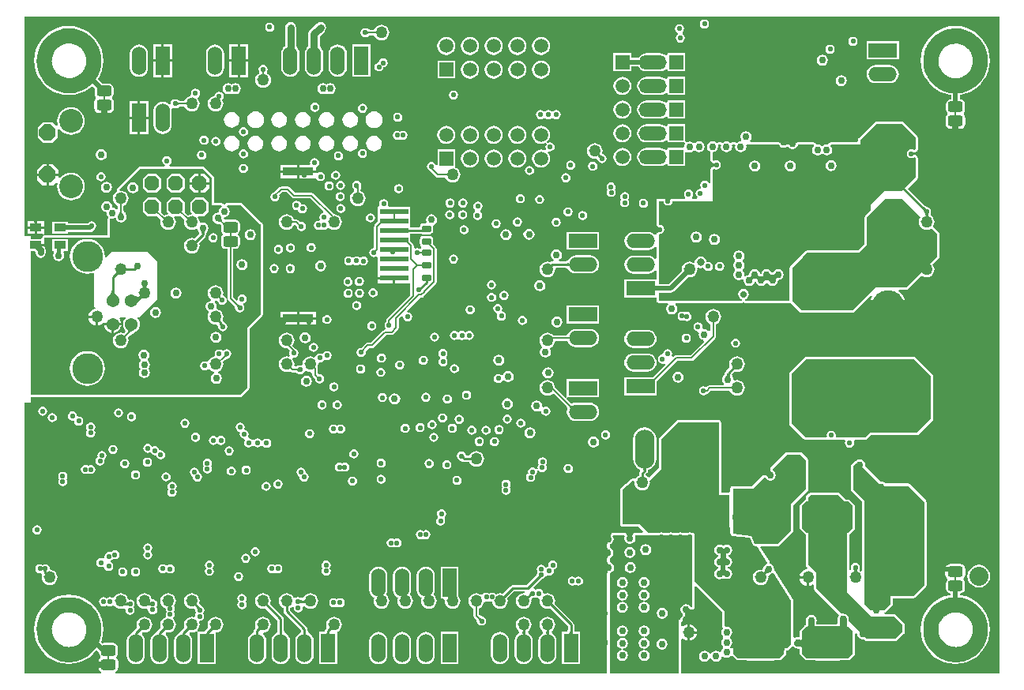
<source format=gbl>
G04*
G04 #@! TF.GenerationSoftware,Altium Limited,Altium Designer,18.1.9 (240)*
G04*
G04 Layer_Physical_Order=6*
G04 Layer_Color=16711680*
%FSLAX25Y25*%
%MOIN*%
G70*
G01*
G75*
%ADD11C,0.00600*%
%ADD12C,0.00800*%
%ADD13C,0.01000*%
%ADD18C,0.03000*%
%ADD25C,0.00700*%
%ADD180C,0.06496*%
G04:AMPARAMS|DCode=204|XSize=29.13mil|YSize=39.37mil|CornerRadius=5.83mil|HoleSize=0mil|Usage=FLASHONLY|Rotation=90.000|XOffset=0mil|YOffset=0mil|HoleType=Round|Shape=RoundedRectangle|*
%AMROUNDEDRECTD204*
21,1,0.02913,0.02772,0,0,90.0*
21,1,0.01748,0.03937,0,0,90.0*
1,1,0.01165,0.01386,0.00874*
1,1,0.01165,0.01386,-0.00874*
1,1,0.01165,-0.01386,-0.00874*
1,1,0.01165,-0.01386,0.00874*
%
%ADD204ROUNDEDRECTD204*%
G04:AMPARAMS|DCode=213|XSize=50mil|YSize=50mil|CornerRadius=25mil|HoleSize=0mil|Usage=FLASHONLY|Rotation=270.000|XOffset=0mil|YOffset=0mil|HoleType=Round|Shape=RoundedRectangle|*
%AMROUNDEDRECTD213*
21,1,0.05000,0.00000,0,0,270.0*
21,1,0.00000,0.05000,0,0,270.0*
1,1,0.05000,0.00000,0.00000*
1,1,0.05000,0.00000,0.00000*
1,1,0.05000,0.00000,0.00000*
1,1,0.05000,0.00000,0.00000*
%
%ADD213ROUNDEDRECTD213*%
%ADD240C,0.02000*%
%ADD241C,0.01200*%
%ADD242C,0.02500*%
%ADD244C,0.02200*%
%ADD246C,0.01600*%
%ADD248C,0.03000*%
%ADD254C,0.02700*%
%ADD260C,0.05000*%
%ADD262C,0.07000*%
%ADD263C,0.04000*%
%ADD264C,0.00900*%
%ADD275R,0.05906X0.05906*%
%ADD276C,0.05906*%
%ADD277O,0.08250X0.16500*%
%ADD278O,0.11811X0.05906*%
%ADD279R,0.05906X0.05906*%
G04:AMPARAMS|DCode=280|XSize=133mil|YSize=83mil|CornerRadius=0mil|HoleSize=0mil|Usage=FLASHONLY|Rotation=270.000|XOffset=0mil|YOffset=0mil|HoleType=Round|Shape=Octagon|*
%AMOCTAGOND280*
4,1,8,-0.02075,-0.06650,0.02075,-0.06650,0.04150,-0.04575,0.04150,0.04575,0.02075,0.06650,-0.02075,0.06650,-0.04150,0.04575,-0.04150,-0.04575,-0.02075,-0.06650,0.0*
%
%ADD280OCTAGOND280*%

%ADD281P,0.06711X8X22.5*%
%ADD282C,0.05400*%
%ADD283C,0.13050*%
%ADD284P,0.07577X8X292.5*%
%ADD285C,0.10000*%
%ADD286R,0.12000X0.06000*%
%ADD287O,0.12000X0.06000*%
%ADD288R,0.06000X0.12000*%
%ADD289O,0.06000X0.12000*%
%ADD290O,0.13598X0.13600*%
%ADD291R,0.13598X0.13600*%
%ADD292C,0.08000*%
%ADD293C,0.02200*%
%ADD294C,0.02900*%
%ADD295C,0.03200*%
G04:AMPARAMS|DCode=312|XSize=50mil|YSize=50mil|CornerRadius=25mil|HoleSize=0mil|Usage=FLASHONLY|Rotation=180.000|XOffset=0mil|YOffset=0mil|HoleType=Round|Shape=RoundedRectangle|*
%AMROUNDEDRECTD312*
21,1,0.05000,0.00000,0,0,180.0*
21,1,0.00000,0.05000,0,0,180.0*
1,1,0.05000,0.00000,0.00000*
1,1,0.05000,0.00000,0.00000*
1,1,0.05000,0.00000,0.00000*
1,1,0.05000,0.00000,0.00000*
%
%ADD312ROUNDEDRECTD312*%
%ADD313R,0.12008X0.02402*%
%ADD314R,0.12992X0.03543*%
G04:AMPARAMS|DCode=315|XSize=46mil|YSize=63mil|CornerRadius=11.5mil|HoleSize=0mil|Usage=FLASHONLY|Rotation=270.000|XOffset=0mil|YOffset=0mil|HoleType=Round|Shape=RoundedRectangle|*
%AMROUNDEDRECTD315*
21,1,0.04600,0.04000,0,0,270.0*
21,1,0.02300,0.06300,0,0,270.0*
1,1,0.02300,-0.02000,-0.01150*
1,1,0.02300,-0.02000,0.01150*
1,1,0.02300,0.02000,0.01150*
1,1,0.02300,0.02000,-0.01150*
%
%ADD315ROUNDEDRECTD315*%
%ADD316R,0.04921X0.03347*%
%ADD317R,0.05906X0.05906*%
%ADD318C,0.08500*%
G36*
X-46617Y-28648D02*
X-46593Y-28768D01*
X-46553Y-28888D01*
X-46498Y-29007D01*
X-46426Y-29127D01*
X-46338Y-29246D01*
X-46234Y-29366D01*
X-46115Y-29485D01*
X-45979Y-29604D01*
X-45827Y-29724D01*
X-47909Y-30004D01*
X-47779Y-29832D01*
X-47471Y-29359D01*
X-47396Y-29217D01*
X-47335Y-29081D01*
X-47287Y-28953D01*
X-47253Y-28831D01*
X-47232Y-28718D01*
X-47225Y-28611D01*
X-46625Y-28528D01*
X-46617Y-28648D01*
D02*
G37*
G36*
X-8425Y-14325D02*
Y-26178D01*
X-4375D01*
X-4224Y-26678D01*
X-4824Y-27079D01*
X-5332Y-27840D01*
X-5510Y-28737D01*
X-5497Y-28804D01*
X-5829Y-29149D01*
X-6720Y-29326D01*
X-7481Y-29835D01*
X-7989Y-30595D01*
X-8168Y-31493D01*
X-7989Y-32390D01*
X-7481Y-33151D01*
X-6720Y-33659D01*
X-6547Y-33694D01*
X-6538Y-33700D01*
X-6529Y-33714D01*
X-6376Y-33816D01*
X-6227Y-33922D01*
X-6211Y-33926D01*
X-6198Y-33935D01*
X-6018Y-33971D01*
X-5839Y-34012D01*
X-5482Y-34023D01*
X-5370Y-34035D01*
X-5267Y-34051D01*
X-5186Y-34070D01*
X-5126Y-34088D01*
X-5088Y-34104D01*
X-5071Y-34113D01*
X-5071Y-34113D01*
X-5032Y-34147D01*
X-4888Y-34230D01*
X-4750Y-34323D01*
X-4716Y-34329D01*
X-4687Y-34346D01*
X-4594Y-34358D01*
Y-36434D01*
X-4443Y-37195D01*
X-4012Y-37840D01*
X-3797Y-37984D01*
Y-38585D01*
X-4012Y-38728D01*
X-4443Y-39373D01*
X-4594Y-40134D01*
Y-42434D01*
X-4443Y-43195D01*
X-4012Y-43840D01*
X-3367Y-44271D01*
X-2606Y-44423D01*
X-1728D01*
Y-65344D01*
X-1728Y-65344D01*
X-1643Y-65773D01*
X-1399Y-66137D01*
X963Y-68499D01*
X987Y-68665D01*
X1001Y-68687D01*
X1006Y-68713D01*
X1102Y-68857D01*
X1192Y-69007D01*
X1219Y-69037D01*
X1222Y-69042D01*
X1228Y-69058D01*
X1235Y-69083D01*
X1243Y-69121D01*
X1249Y-69170D01*
X1254Y-69231D01*
X1255Y-69331D01*
X1296Y-69517D01*
X1333Y-69704D01*
X1338Y-69711D01*
X1339Y-69720D01*
X1448Y-69876D01*
X1554Y-70035D01*
X1561Y-70040D01*
X1566Y-70047D01*
X1583Y-70058D01*
X1585Y-70066D01*
X2005Y-70695D01*
X2633Y-71115D01*
X3375Y-71262D01*
X4116Y-71115D01*
X4745Y-70695D01*
X5165Y-70066D01*
X5312Y-69325D01*
X5165Y-68584D01*
X4769Y-67992D01*
X4802Y-67771D01*
X4899Y-67457D01*
X5066Y-67424D01*
X5694Y-67004D01*
X6114Y-66375D01*
X6261Y-65634D01*
X6114Y-64893D01*
X5694Y-64264D01*
X5066Y-63844D01*
X4324Y-63697D01*
X3583Y-63844D01*
X2954Y-64264D01*
X2534Y-64893D01*
X2387Y-65634D01*
X2489Y-66146D01*
X2028Y-66392D01*
X515Y-64880D01*
Y-44423D01*
X1394D01*
X2155Y-44271D01*
X2800Y-43840D01*
X3231Y-43195D01*
X3382Y-42434D01*
Y-40134D01*
X3231Y-39373D01*
X2800Y-38728D01*
X2585Y-38585D01*
Y-37984D01*
X2800Y-37840D01*
X3231Y-37195D01*
X3382Y-36434D01*
Y-34134D01*
X3231Y-33373D01*
X2800Y-32728D01*
X2155Y-32297D01*
X1394Y-32146D01*
X-2606D01*
X-2823Y-32189D01*
X-2940Y-32130D01*
X-3293Y-31776D01*
X-3302Y-31667D01*
X-3303Y-31565D01*
X-3272Y-31455D01*
X-2965Y-31042D01*
X-2268Y-30904D01*
X-1507Y-30395D01*
X-999Y-29634D01*
X-820Y-28737D01*
X-999Y-27840D01*
X-1507Y-27079D01*
X-2107Y-26678D01*
X-1955Y-26178D01*
X3900D01*
X12034Y-34134D01*
X12091D01*
Y-72142D01*
X6382Y-77851D01*
Y-103245D01*
X3527Y-106100D01*
X-84661D01*
Y-45515D01*
X-82983D01*
X-82690Y-45807D01*
Y-46200D01*
X-82531Y-47000D01*
X-82078Y-47678D01*
X-81400Y-48131D01*
X-80600Y-48290D01*
X-79800Y-48131D01*
X-79122Y-47678D01*
X-78669Y-47000D01*
X-78510Y-46200D01*
Y-44942D01*
X-78510Y-44942D01*
X-78669Y-44142D01*
X-79122Y-43464D01*
X-79239Y-43346D01*
Y-43342D01*
X-82700D01*
Y-42342D01*
X-79239D01*
Y-40168D01*
X-79017Y-39761D01*
X-51295D01*
Y-31908D01*
X-50909Y-31591D01*
X-50508Y-31670D01*
X-49610Y-31492D01*
X-49408Y-31357D01*
X-48946Y-31548D01*
X-48892Y-31823D01*
X-48383Y-32583D01*
X-47623Y-33092D01*
X-46725Y-33270D01*
X-45828Y-33092D01*
X-45067Y-32583D01*
X-44559Y-31823D01*
X-44380Y-30925D01*
X-44559Y-30028D01*
X-44818Y-29640D01*
X-44815Y-29603D01*
X-44817Y-29595D01*
X-44817Y-29588D01*
X-44879Y-29407D01*
X-44938Y-29224D01*
X-44943Y-29219D01*
X-44946Y-29211D01*
X-45072Y-29068D01*
X-45197Y-28922D01*
X-45327Y-28820D01*
X-45417Y-28741D01*
X-45488Y-28670D01*
X-45541Y-28609D01*
X-45576Y-28561D01*
X-45596Y-28528D01*
X-45605Y-28510D01*
X-45608Y-28461D01*
X-45617Y-28426D01*
X-45615Y-28390D01*
X-45669Y-28235D01*
X-45711Y-28077D01*
X-45733Y-28048D01*
X-45745Y-28014D01*
X-45804Y-27948D01*
Y-26333D01*
X-45261Y-26108D01*
X-44572Y-25579D01*
X-44043Y-24889D01*
X-43710Y-24087D01*
X-43597Y-23225D01*
X-43710Y-22364D01*
X-44043Y-21561D01*
X-44572Y-20872D01*
X-45261Y-20343D01*
X-46064Y-20010D01*
X-46925Y-19897D01*
X-47197Y-19932D01*
X-47431Y-19459D01*
X-38697Y-10725D01*
X-12025Y-10725D01*
X-8425Y-14325D01*
D02*
G37*
G36*
X-4321Y-31711D02*
X-4292Y-32079D01*
X-4266Y-32244D01*
X-4231Y-32395D01*
X-4188Y-32533D01*
X-4137Y-32659D01*
X-4078Y-32771D01*
X-4011Y-32870D01*
X-3935Y-32956D01*
X-4359Y-33381D01*
X-4445Y-33305D01*
X-4545Y-33238D01*
X-4657Y-33178D01*
X-4782Y-33127D01*
X-4921Y-33085D01*
X-5072Y-33050D01*
X-5236Y-33023D01*
X-5414Y-33005D01*
X-5808Y-32993D01*
X-4323Y-31508D01*
X-4321Y-31711D01*
D02*
G37*
G36*
X2442Y-67961D02*
X2518Y-68018D01*
X2601Y-68068D01*
X2691Y-68111D01*
X2787Y-68147D01*
X2889Y-68176D01*
X2998Y-68199D01*
X3114Y-68214D01*
X3235Y-68223D01*
X3364Y-68225D01*
X2275Y-69314D01*
X2273Y-69186D01*
X2264Y-69064D01*
X2248Y-68949D01*
X2226Y-68840D01*
X2196Y-68737D01*
X2160Y-68641D01*
X2117Y-68552D01*
X2067Y-68469D01*
X2011Y-68392D01*
X1948Y-68322D01*
X2372Y-67898D01*
X2442Y-67961D01*
D02*
G37*
G36*
X175070Y-137047D02*
X174987Y-137080D01*
X174914Y-137135D01*
X174851Y-137212D01*
X174797Y-137310D01*
X174753Y-137431D01*
X174719Y-137574D01*
X174694Y-137739D01*
X174680Y-137925D01*
X174675Y-138134D01*
X173675D01*
X173670Y-137925D01*
X173655Y-137739D01*
X173631Y-137574D01*
X173597Y-137431D01*
X173553Y-137310D01*
X173499Y-137212D01*
X173436Y-137135D01*
X173362Y-137080D01*
X173279Y-137047D01*
X173187Y-137036D01*
X175163D01*
X175070Y-137047D01*
D02*
G37*
G36*
X242300Y-133800D02*
X242300Y-145900D01*
X241075Y-147125D01*
X235975Y-152225D01*
Y-163525D01*
X230575Y-168925D01*
X220675D01*
X219075Y-165625D01*
X211375Y-164625D01*
Y-145625D01*
X219875Y-145625D01*
X224544Y-140956D01*
X225119Y-141088D01*
X225517Y-141683D01*
X226277Y-142192D01*
X227175Y-142370D01*
X228072Y-142192D01*
X228833Y-141683D01*
X229341Y-140923D01*
X229520Y-140025D01*
X229341Y-139128D01*
X228833Y-138367D01*
X228238Y-137969D01*
X228106Y-137394D01*
X234200Y-131300D01*
X239800D01*
X242300Y-133800D01*
D02*
G37*
G36*
X205375Y-148325D02*
X209775D01*
Y-161725D01*
X210355Y-162376D01*
Y-164625D01*
X210381Y-164757D01*
X210390Y-164891D01*
X210420Y-164950D01*
X210433Y-165015D01*
X210507Y-165127D01*
X210567Y-165247D01*
X210617Y-165291D01*
X210654Y-165346D01*
X210766Y-165421D01*
X210867Y-165509D01*
X210929Y-165530D01*
X210985Y-165567D01*
X211116Y-165593D01*
X211244Y-165636D01*
X218397Y-166565D01*
X219757Y-169370D01*
X219860Y-169505D01*
X219954Y-169646D01*
X219979Y-169663D01*
X219997Y-169687D01*
X220144Y-169773D01*
X220285Y-169867D01*
X220314Y-169873D01*
X220341Y-169888D01*
X220509Y-169912D01*
X220675Y-169945D01*
X221373D01*
X225851Y-177085D01*
X225653Y-177544D01*
X225577Y-177559D01*
X224817Y-178067D01*
X224308Y-178828D01*
X224255Y-179093D01*
X224248Y-179098D01*
X224238Y-179114D01*
X224223Y-179125D01*
X224130Y-179280D01*
X224031Y-179431D01*
X224027Y-179450D01*
X224018Y-179466D01*
X223991Y-179645D01*
X223958Y-179822D01*
X223478Y-179950D01*
X223075Y-179897D01*
X222213Y-180010D01*
X221411Y-180343D01*
X220721Y-180872D01*
X220192Y-181561D01*
X219860Y-182364D01*
X219746Y-183225D01*
X219860Y-184087D01*
X220192Y-184889D01*
X220721Y-185579D01*
X221411Y-186108D01*
X222213Y-186440D01*
X223075Y-186554D01*
X223936Y-186440D01*
X224739Y-186108D01*
X225428Y-185579D01*
X225957Y-184889D01*
X226290Y-184087D01*
X226403Y-183225D01*
X226330Y-182669D01*
X226602Y-182254D01*
X226752Y-182201D01*
X226787Y-182191D01*
X226965Y-182147D01*
X226978Y-182137D01*
X226993Y-182133D01*
X227137Y-182019D01*
X227285Y-181910D01*
X227286Y-181909D01*
X227372Y-181892D01*
X228009Y-181466D01*
X228616Y-181492D01*
X235975Y-193225D01*
Y-211325D01*
X234275Y-213025D01*
X228208D01*
Y-217375D01*
X223704Y-217353D01*
X218009Y-217375D01*
Y-217326D01*
X217639Y-217324D01*
X217834Y-213025D01*
X210221D01*
X210147Y-212474D01*
X210433Y-212283D01*
X210941Y-211523D01*
X211120Y-210625D01*
X210941Y-209728D01*
X210433Y-208967D01*
X210071Y-208725D01*
Y-208225D01*
X210433Y-207983D01*
X210941Y-207223D01*
X211120Y-206325D01*
X210941Y-205428D01*
X210433Y-204667D01*
X209672Y-204159D01*
X208775Y-203980D01*
X208375Y-204060D01*
X207875Y-203649D01*
X207875Y-197425D01*
X195320Y-184870D01*
X195320Y-165300D01*
X195242Y-164910D01*
X195021Y-164579D01*
X194690Y-164358D01*
X194300Y-164280D01*
X193918D01*
X193899Y-164268D01*
X193158Y-164120D01*
X192417Y-164268D01*
X192397Y-164280D01*
X189918D01*
X189899Y-164268D01*
X189158Y-164120D01*
X188417Y-164268D01*
X188398Y-164280D01*
X185918D01*
X185899Y-164268D01*
X185158Y-164120D01*
X184416Y-164268D01*
X184397Y-164280D01*
X181918D01*
X181899Y-164268D01*
X181158Y-164120D01*
X180417Y-164268D01*
X180397Y-164280D01*
X175397D01*
X172075Y-160725D01*
X164900Y-160725D01*
Y-146200D01*
X169351Y-142398D01*
X169822Y-142654D01*
X169746Y-143225D01*
X169860Y-144087D01*
X170192Y-144889D01*
X170721Y-145579D01*
X171411Y-146108D01*
X172213Y-146440D01*
X173075Y-146554D01*
X173936Y-146440D01*
X174739Y-146108D01*
X175428Y-145579D01*
X175957Y-144889D01*
X176290Y-144087D01*
X176403Y-143225D01*
X176321Y-142600D01*
X176400Y-142100D01*
X181200Y-137300D01*
Y-124800D01*
X188200Y-117800D01*
X205375D01*
Y-148325D01*
D02*
G37*
G36*
X194300Y-195665D02*
X193800Y-195754D01*
X193358Y-195093D01*
X192597Y-194585D01*
X191700Y-194406D01*
X190803Y-194585D01*
X190042Y-195093D01*
X189533Y-195854D01*
X189355Y-196751D01*
X189533Y-197649D01*
X190042Y-198410D01*
X190328Y-198601D01*
Y-199101D01*
X190042Y-199293D01*
X189533Y-200054D01*
X189355Y-200951D01*
X189199Y-201141D01*
X188675Y-201225D01*
X188675Y-201225D01*
Y-223725D01*
X159375D01*
Y-211613D01*
X159490Y-211441D01*
X159637Y-210700D01*
X159490Y-209959D01*
X159375Y-209787D01*
Y-198814D01*
X159437Y-198500D01*
X159375Y-198186D01*
X159375Y-181271D01*
X159772Y-181192D01*
X160533Y-180683D01*
X161041Y-179923D01*
X161220Y-179025D01*
X161041Y-178128D01*
X160533Y-177367D01*
X159772Y-176859D01*
X159375Y-176780D01*
Y-175093D01*
X159559Y-175056D01*
X160320Y-174548D01*
X160828Y-173787D01*
X161006Y-172890D01*
X160828Y-171992D01*
X160320Y-171231D01*
X159559Y-170723D01*
X159375Y-170687D01*
Y-169227D01*
X159638Y-169174D01*
X160398Y-168666D01*
X160907Y-167905D01*
X161085Y-167008D01*
X160907Y-166110D01*
X160699Y-165800D01*
X160967Y-165300D01*
X165534D01*
X165770Y-165741D01*
X165708Y-165835D01*
X165529Y-166732D01*
X165708Y-167630D01*
X166216Y-168391D01*
X166977Y-168899D01*
X167874Y-169077D01*
X168771Y-168899D01*
X169532Y-168391D01*
X170041Y-167630D01*
X170219Y-166732D01*
X170041Y-165835D01*
X169978Y-165741D01*
X170213Y-165300D01*
X194300D01*
X194300Y-195665D01*
D02*
G37*
G36*
X263812Y-179849D02*
X263784Y-179896D01*
X263758Y-179952D01*
X263736Y-180018D01*
X263717Y-180093D01*
X263702Y-180177D01*
X263690Y-180271D01*
X263677Y-180486D01*
X263675Y-180607D01*
X262475D01*
X262473Y-180486D01*
X262448Y-180177D01*
X262432Y-180093D01*
X262414Y-180018D01*
X262391Y-179952D01*
X262366Y-179896D01*
X262337Y-179849D01*
X262305Y-179811D01*
X263845D01*
X263812Y-179849D01*
D02*
G37*
G36*
X226531Y-181224D02*
X226406Y-181234D01*
X226282Y-181254D01*
X226161Y-181284D01*
X226042Y-181325D01*
X225924Y-181376D01*
X225808Y-181437D01*
X225694Y-181509D01*
X225583Y-181590D01*
X225472Y-181682D01*
X225364Y-181785D01*
X224472Y-180980D01*
X224574Y-180871D01*
X224665Y-180760D01*
X224745Y-180647D01*
X224813Y-180533D01*
X224869Y-180417D01*
X224914Y-180299D01*
X224947Y-180180D01*
X224969Y-180058D01*
X224979Y-179936D01*
X224977Y-179811D01*
X226531Y-181224D01*
D02*
G37*
G36*
X323893Y-223807D02*
X189762D01*
X189694Y-223725D01*
Y-209310D01*
X189969Y-209127D01*
X190394Y-209010D01*
X191010Y-209482D01*
X191861Y-209835D01*
X192275Y-209890D01*
Y-206425D01*
Y-202961D01*
X191861Y-203015D01*
X191010Y-203368D01*
X190394Y-203840D01*
X189969Y-203723D01*
X189694Y-203540D01*
Y-202028D01*
X189704Y-202021D01*
X189733Y-202010D01*
X189856Y-201895D01*
X189987Y-201788D01*
X190143Y-201598D01*
X190167Y-201553D01*
X190203Y-201517D01*
X190260Y-201379D01*
X190331Y-201247D01*
X190336Y-201197D01*
X190355Y-201150D01*
X190494Y-200451D01*
X190777Y-200028D01*
X190895Y-199949D01*
X190966Y-199878D01*
X191049Y-199822D01*
X191105Y-199739D01*
X191176Y-199668D01*
X191215Y-199575D01*
X191270Y-199491D01*
X191290Y-199393D01*
X191328Y-199300D01*
Y-199200D01*
X191348Y-199101D01*
Y-198601D01*
X191328Y-198503D01*
Y-198402D01*
X191290Y-198310D01*
X191270Y-198211D01*
X191215Y-198127D01*
X191176Y-198035D01*
X191105Y-197964D01*
X191049Y-197880D01*
X190966Y-197825D01*
X190895Y-197753D01*
X190777Y-197675D01*
X190494Y-197251D01*
X190394Y-196751D01*
X190494Y-196252D01*
X190777Y-195828D01*
X191200Y-195545D01*
X191700Y-195446D01*
X192200Y-195545D01*
X192623Y-195828D01*
X192952Y-196321D01*
X193086Y-196455D01*
X193217Y-196591D01*
X193226Y-196595D01*
X193234Y-196602D01*
X193408Y-196675D01*
X193581Y-196750D01*
X193591Y-196750D01*
X193601Y-196754D01*
X193790D01*
X193979Y-196758D01*
X194479Y-196669D01*
X194582Y-196629D01*
X194690Y-196607D01*
X194765Y-196557D01*
X194849Y-196524D01*
X194929Y-196448D01*
X195021Y-196386D01*
X195071Y-196311D01*
X195136Y-196249D01*
X195181Y-196147D01*
X195242Y-196055D01*
X195260Y-195967D01*
X195296Y-195884D01*
X195298Y-195774D01*
X195320Y-195665D01*
Y-187226D01*
X195966Y-186959D01*
X206855Y-197847D01*
X206855Y-203649D01*
X206865Y-203699D01*
X206860Y-203749D01*
X206904Y-203893D01*
X206933Y-204040D01*
X207117Y-204667D01*
X206608Y-205428D01*
X206430Y-206325D01*
X206608Y-207223D01*
X207117Y-207983D01*
X207329Y-208125D01*
Y-208825D01*
X207117Y-208967D01*
X206608Y-209728D01*
X206430Y-210625D01*
X206608Y-211523D01*
X207117Y-212283D01*
X207254Y-212375D01*
Y-213075D01*
X207117Y-213167D01*
X206608Y-213928D01*
X206518Y-214382D01*
X206345Y-214496D01*
X205752Y-214646D01*
X205172Y-214259D01*
X204275Y-214080D01*
X203377Y-214259D01*
X202617Y-214767D01*
X202264Y-215295D01*
X202235Y-215306D01*
X201514D01*
X201486Y-215295D01*
X201133Y-214767D01*
X200372Y-214259D01*
X199475Y-214080D01*
X198577Y-214259D01*
X197817Y-214767D01*
X197308Y-215528D01*
X197130Y-216425D01*
X197308Y-217323D01*
X197817Y-218083D01*
X198577Y-218592D01*
X199475Y-218770D01*
X200372Y-218592D01*
X201133Y-218083D01*
X201486Y-217555D01*
X201514Y-217545D01*
X202235D01*
X202264Y-217555D01*
X202617Y-218083D01*
X203377Y-218592D01*
X204275Y-218770D01*
X205172Y-218592D01*
X205933Y-218083D01*
X206441Y-217323D01*
X206532Y-216868D01*
X206705Y-216754D01*
X207298Y-216605D01*
X207877Y-216992D01*
X208775Y-217170D01*
X209672Y-216992D01*
X210433Y-216483D01*
X210531Y-216337D01*
X211227Y-216268D01*
X213095Y-218136D01*
X217055D01*
X217063Y-218141D01*
X217207Y-218247D01*
X217227Y-218252D01*
X217244Y-218264D01*
X217419Y-218300D01*
X217593Y-218342D01*
X217614Y-218339D01*
X217634Y-218343D01*
X217753Y-218344D01*
X217815Y-218356D01*
X218009Y-218395D01*
X218011Y-218394D01*
X218013Y-218395D01*
X223703Y-218373D01*
X228203Y-218395D01*
X228206Y-218394D01*
X228208Y-218395D01*
X228400Y-218357D01*
X228594Y-218319D01*
X228596Y-218318D01*
X228598Y-218317D01*
X228746Y-218219D01*
X228775D01*
X229405Y-218136D01*
X231445D01*
X233920Y-215661D01*
Y-214045D01*
X234275D01*
X234665Y-213967D01*
X234996Y-213746D01*
X236274Y-212468D01*
X237122Y-212478D01*
X237800Y-212931D01*
X237852Y-212941D01*
X237854Y-212945D01*
X237869Y-212956D01*
X237879Y-212971D01*
X238030Y-213072D01*
X238177Y-213178D01*
X238195Y-213182D01*
X238210Y-213192D01*
X238388Y-213227D01*
X238564Y-213269D01*
X239194Y-213291D01*
X239403Y-213313D01*
X239569Y-213342D01*
X239571Y-213342D01*
X239583Y-213376D01*
X239625Y-213420D01*
Y-215700D01*
X242100Y-218175D01*
X245616D01*
X245756Y-218194D01*
X246077D01*
X246152Y-218256D01*
X246207Y-218274D01*
X246255Y-218306D01*
X246395Y-218333D01*
X246531Y-218377D01*
X246589Y-218372D01*
X246645Y-218383D01*
X251275Y-218376D01*
X255904Y-218383D01*
X255943Y-218375D01*
X255982Y-218380D01*
X256137Y-218337D01*
X256294Y-218306D01*
X256327Y-218284D01*
X256365Y-218273D01*
X256481Y-218183D01*
X256540Y-218175D01*
X260450D01*
X262925Y-215700D01*
Y-207109D01*
X263625Y-206782D01*
X263859Y-206978D01*
X263855Y-207000D01*
X264033Y-207897D01*
X264542Y-208658D01*
X265303Y-209167D01*
X266200Y-209345D01*
X266578Y-209270D01*
X267054Y-209746D01*
X267385Y-209967D01*
X267775Y-210045D01*
X279975D01*
X280365Y-209967D01*
X280696Y-209746D01*
X280696Y-209746D01*
X283496Y-206946D01*
X283717Y-206615D01*
X283794Y-206225D01*
Y-203125D01*
X283717Y-202735D01*
X283496Y-202404D01*
X280196Y-199104D01*
X279865Y-198883D01*
X279475Y-198806D01*
X275441D01*
X275372Y-198106D01*
X275565Y-198067D01*
X275896Y-197846D01*
X278696Y-195046D01*
X278917Y-194715D01*
X278994Y-194325D01*
X278994Y-191945D01*
X286799D01*
X286800Y-191945D01*
X286801Y-191945D01*
X287675D01*
X288065Y-191867D01*
X288396Y-191646D01*
X292796Y-187246D01*
X293017Y-186915D01*
X293094Y-186525D01*
Y-175925D01*
Y-151325D01*
X293017Y-150935D01*
X292796Y-150604D01*
X286070Y-143879D01*
X285740Y-143658D01*
X285350Y-143580D01*
X275776Y-143580D01*
X275633Y-143367D01*
X275383Y-143200D01*
X275209Y-143084D01*
X274872Y-142859D01*
X273975Y-142680D01*
X273764Y-142722D01*
X267128Y-136086D01*
X267220Y-135625D01*
X267041Y-134728D01*
X266533Y-133967D01*
X266328Y-133830D01*
X265772Y-133459D01*
X264875Y-133280D01*
X263977Y-133459D01*
X263217Y-133967D01*
X263116Y-134117D01*
X262910Y-134158D01*
X262579Y-134379D01*
X261579Y-135379D01*
X261358Y-135710D01*
X261280Y-136100D01*
X261280Y-146151D01*
X261358Y-146541D01*
X261579Y-146871D01*
X265955Y-151248D01*
X265955Y-166425D01*
X265955Y-180491D01*
X265255Y-180739D01*
X264739Y-180343D01*
X264815Y-180124D01*
X264833Y-179966D01*
X264864Y-179811D01*
X264860Y-179788D01*
X264865Y-179766D01*
X265012Y-179025D01*
X264865Y-178284D01*
X264445Y-177655D01*
X263816Y-177235D01*
X263075Y-177088D01*
X262333Y-177235D01*
X261705Y-177655D01*
X261285Y-178284D01*
X261138Y-179025D01*
X261285Y-179766D01*
X261290Y-179788D01*
X261285Y-179811D01*
X261305Y-179908D01*
X261180Y-180077D01*
X261094Y-180147D01*
X260610Y-179977D01*
X260394Y-179762D01*
Y-165175D01*
X260450D01*
X262925Y-162700D01*
Y-152750D01*
X260450Y-150275D01*
X259067D01*
X256396Y-147604D01*
X256065Y-147383D01*
X255675Y-147306D01*
X244275Y-147306D01*
X243885Y-147383D01*
X243554Y-147604D01*
X242354Y-148804D01*
X242133Y-149135D01*
X242055Y-149525D01*
Y-150320D01*
X239625Y-152750D01*
Y-162700D01*
X242055Y-165131D01*
Y-177825D01*
X242133Y-178215D01*
X242354Y-178546D01*
X242354Y-178546D01*
X242829Y-179021D01*
X242578Y-179760D01*
X242161Y-179815D01*
X241310Y-180168D01*
X240579Y-180729D01*
X240018Y-181460D01*
X239665Y-182311D01*
X239610Y-182725D01*
X243075D01*
Y-183225D01*
X243575D01*
Y-186690D01*
X243988Y-186635D01*
X244840Y-186282D01*
X244955Y-186194D01*
X245655Y-186539D01*
Y-187925D01*
X245733Y-188315D01*
X245954Y-188646D01*
X256260Y-198953D01*
X256242Y-199142D01*
X255733Y-199903D01*
X255555Y-200800D01*
Y-202564D01*
X255056Y-203055D01*
X246697Y-202937D01*
X246672Y-202841D01*
X246631Y-202586D01*
X246605Y-202277D01*
X246641Y-202223D01*
X246820Y-201325D01*
X246641Y-200428D01*
X246133Y-199667D01*
X245372Y-199159D01*
X244475Y-198980D01*
X243577Y-199159D01*
X242817Y-199667D01*
X242308Y-200428D01*
X242130Y-201325D01*
X242308Y-202223D01*
X242345Y-202278D01*
X242345Y-202289D01*
X242318Y-202632D01*
X242275Y-202913D01*
X242223Y-203127D01*
X242171Y-203270D01*
X242168Y-203275D01*
X242100D01*
X242016Y-203359D01*
X241988Y-203369D01*
X241851Y-203403D01*
X241803Y-203438D01*
X241748Y-203459D01*
X241645Y-203555D01*
X241530Y-203639D01*
X241500Y-203690D01*
X241457Y-203729D01*
X241398Y-203858D01*
X241324Y-203980D01*
X241316Y-204038D01*
X241298Y-204078D01*
X239625Y-205750D01*
Y-207978D01*
X239084Y-208422D01*
X238875Y-208380D01*
X237977Y-208559D01*
X237694Y-208748D01*
X236994Y-208374D01*
Y-193225D01*
X236978Y-193141D01*
X236980Y-193055D01*
X236939Y-192948D01*
X236917Y-192835D01*
X236869Y-192764D01*
X236839Y-192683D01*
X229479Y-180951D01*
X229415Y-180883D01*
X229367Y-180803D01*
X229280Y-180740D01*
X229206Y-180661D01*
X229121Y-180623D01*
X229046Y-180568D01*
X228942Y-180543D01*
X228843Y-180499D01*
X228805Y-179797D01*
X228820Y-179725D01*
X228641Y-178828D01*
X228133Y-178067D01*
X227372Y-177559D01*
X226870Y-177099D01*
X226853Y-177008D01*
X226856Y-176915D01*
X226818Y-176814D01*
X226798Y-176708D01*
X226748Y-176630D01*
X226715Y-176543D01*
X222960Y-170557D01*
X223299Y-169945D01*
X230575D01*
X230965Y-169867D01*
X231296Y-169646D01*
X236696Y-164246D01*
X236917Y-163915D01*
X236994Y-163525D01*
Y-152647D01*
X241796Y-147846D01*
X243021Y-146621D01*
X243242Y-146290D01*
X243320Y-145900D01*
X243320Y-133800D01*
X243242Y-133410D01*
X243021Y-133079D01*
X240521Y-130579D01*
X240521Y-130579D01*
X240190Y-130358D01*
X239800Y-130280D01*
X234200D01*
X233810Y-130358D01*
X233479Y-130579D01*
X227385Y-136673D01*
X227321Y-136769D01*
X227242Y-136853D01*
X227211Y-136933D01*
X227164Y-137004D01*
X227141Y-137117D01*
X227100Y-137225D01*
X227103Y-137311D01*
X227086Y-137394D01*
X227109Y-137507D01*
X227112Y-137623D01*
X227244Y-138198D01*
X227320Y-138365D01*
X227390Y-138536D01*
X227401Y-138547D01*
X227407Y-138560D01*
X227541Y-138687D01*
X227671Y-138817D01*
X228098Y-139102D01*
X228381Y-139526D01*
X228480Y-140025D01*
X228381Y-140525D01*
X228098Y-140948D01*
X227674Y-141231D01*
X227175Y-141331D01*
X226675Y-141231D01*
X226252Y-140948D01*
X225967Y-140522D01*
X225837Y-140392D01*
X225710Y-140258D01*
X225696Y-140251D01*
X225685Y-140241D01*
X225515Y-140170D01*
X225347Y-140094D01*
X224772Y-139962D01*
X224657Y-139959D01*
X224544Y-139936D01*
X224460Y-139953D01*
X224375Y-139951D01*
X224267Y-139992D01*
X224154Y-140014D01*
X224083Y-140062D01*
X224003Y-140092D01*
X223919Y-140171D01*
X223823Y-140235D01*
X219453Y-144606D01*
X211375Y-144606D01*
X210985Y-144683D01*
X210654Y-144904D01*
X210433Y-145235D01*
X210355Y-145625D01*
Y-146732D01*
X209775Y-147306D01*
X206394D01*
Y-117800D01*
X206317Y-117410D01*
X206096Y-117079D01*
X205765Y-116858D01*
X205375Y-116780D01*
X188200D01*
X187810Y-116858D01*
X187479Y-117079D01*
X180479Y-124079D01*
X180258Y-124410D01*
X180180Y-124800D01*
Y-136878D01*
X176133Y-140925D01*
X175434Y-140879D01*
X175428Y-140872D01*
X174774Y-140369D01*
X174734Y-140286D01*
X174668Y-139556D01*
X175112Y-139112D01*
X175194Y-138990D01*
X175221Y-138972D01*
X175379Y-138872D01*
X175386Y-138862D01*
X175396Y-138855D01*
X175500Y-138699D01*
X175607Y-138546D01*
X175610Y-138534D01*
X175617Y-138524D01*
X175653Y-138340D01*
X175694Y-138158D01*
X175698Y-137977D01*
X175705Y-137888D01*
X175768Y-137835D01*
X175884Y-137757D01*
X175918Y-137706D01*
X175964Y-137667D01*
X175981Y-137633D01*
X176658Y-137352D01*
X177687Y-136563D01*
X178477Y-135534D01*
X178973Y-134336D01*
X179142Y-133050D01*
Y-124800D01*
X178973Y-123514D01*
X178477Y-122317D01*
X177687Y-121288D01*
X176658Y-120498D01*
X175461Y-120002D01*
X174175Y-119833D01*
X172889Y-120002D01*
X171691Y-120498D01*
X170662Y-121288D01*
X169873Y-122317D01*
X169377Y-123514D01*
X169207Y-124800D01*
Y-133050D01*
X169377Y-134336D01*
X169873Y-135534D01*
X170662Y-136563D01*
X171691Y-137352D01*
X172003Y-137482D01*
X172188Y-138248D01*
X172138Y-138338D01*
X171850Y-138768D01*
X171749Y-139275D01*
Y-140202D01*
X171411Y-140343D01*
X170721Y-140872D01*
X170428Y-141253D01*
X169814Y-141490D01*
X169635Y-141439D01*
X169457Y-141384D01*
X169444Y-141385D01*
X169431Y-141382D01*
X169246Y-141404D01*
X169061Y-141421D01*
X169049Y-141427D01*
X169036Y-141428D01*
X168874Y-141519D01*
X168709Y-141606D01*
X168701Y-141616D01*
X168689Y-141623D01*
X164238Y-145425D01*
X164213Y-145457D01*
X164179Y-145479D01*
X164090Y-145612D01*
X163991Y-145737D01*
X163980Y-145776D01*
X163958Y-145810D01*
X163927Y-145966D01*
X163883Y-146120D01*
X163888Y-146160D01*
X163880Y-146200D01*
Y-160725D01*
X163958Y-161115D01*
X164179Y-161446D01*
X164510Y-161667D01*
X164900Y-161745D01*
X171632Y-161745D01*
X173401Y-163638D01*
X173122Y-164280D01*
X170213D01*
X170067Y-164310D01*
X169918Y-164324D01*
X169873Y-164348D01*
X169823Y-164358D01*
X169699Y-164441D01*
X169567Y-164512D01*
X169535Y-164551D01*
X169493Y-164579D01*
X169409Y-164704D01*
X169314Y-164819D01*
X169079Y-165260D01*
X169035Y-165404D01*
X168978Y-165542D01*
Y-165593D01*
X168963Y-165641D01*
X168978Y-165790D01*
Y-165940D01*
X168997Y-165987D01*
X169002Y-166037D01*
X169064Y-166153D01*
X169179Y-166732D01*
X169080Y-167232D01*
X168797Y-167655D01*
X168374Y-167938D01*
X167874Y-168038D01*
X167374Y-167938D01*
X166951Y-167655D01*
X166668Y-167232D01*
X166569Y-166732D01*
X166684Y-166153D01*
X166746Y-166037D01*
X166751Y-165987D01*
X166770Y-165940D01*
Y-165790D01*
X166785Y-165641D01*
X166770Y-165593D01*
Y-165542D01*
X166713Y-165404D01*
X166669Y-165260D01*
X166434Y-164819D01*
X166339Y-164704D01*
X166255Y-164579D01*
X166213Y-164551D01*
X166181Y-164512D01*
X166049Y-164441D01*
X165925Y-164358D01*
X165875Y-164348D01*
X165831Y-164324D01*
X165681Y-164310D01*
X165534Y-164280D01*
X160967D01*
X160820Y-164310D01*
X160671Y-164324D01*
X160626Y-164348D01*
X160576Y-164358D01*
X160452Y-164441D01*
X160320Y-164512D01*
X160288Y-164551D01*
X160246Y-164579D01*
X160162Y-164704D01*
X160067Y-164819D01*
X159800Y-165319D01*
X159757Y-165463D01*
X159699Y-165601D01*
Y-165652D01*
X159685Y-165700D01*
X159699Y-165849D01*
Y-165999D01*
X159719Y-166046D01*
X159724Y-166096D01*
X159794Y-166228D01*
X159852Y-166366D01*
X159946Y-166508D01*
X160046Y-167008D01*
X159946Y-167508D01*
X159663Y-167931D01*
X159240Y-168214D01*
X159176Y-168227D01*
X159083Y-168265D01*
X158985Y-168285D01*
X158901Y-168341D01*
X158808Y-168379D01*
X158737Y-168450D01*
X158654Y-168506D01*
X158598Y-168589D01*
X158527Y-168660D01*
X158489Y-168753D01*
X158433Y-168836D01*
X158413Y-168935D01*
X158375Y-169028D01*
Y-169128D01*
X158355Y-169227D01*
Y-170687D01*
X158375Y-170785D01*
Y-170886D01*
X158413Y-170978D01*
X158433Y-171077D01*
X158489Y-171160D01*
X158527Y-171253D01*
X158598Y-171324D01*
X158654Y-171408D01*
X158737Y-171463D01*
X158808Y-171534D01*
X158901Y-171573D01*
X158985Y-171629D01*
X159083Y-171648D01*
X159148Y-171675D01*
X159584Y-171967D01*
X159868Y-172390D01*
X159967Y-172890D01*
X159868Y-173389D01*
X159584Y-173813D01*
X159148Y-174104D01*
X159083Y-174131D01*
X158985Y-174151D01*
X158901Y-174207D01*
X158808Y-174245D01*
X158737Y-174316D01*
X158654Y-174372D01*
X158598Y-174455D01*
X158527Y-174527D01*
X158489Y-174619D01*
X158433Y-174703D01*
X158413Y-174801D01*
X158375Y-174894D01*
Y-174994D01*
X158355Y-175093D01*
Y-176780D01*
X158375Y-176878D01*
Y-176979D01*
X158413Y-177071D01*
X158433Y-177170D01*
X158489Y-177253D01*
X158527Y-177346D01*
X158598Y-177417D01*
X158654Y-177501D01*
X158737Y-177556D01*
X158808Y-177627D01*
X158901Y-177666D01*
X158985Y-177722D01*
X159083Y-177741D01*
X159176Y-177780D01*
X159374Y-177819D01*
X159798Y-178102D01*
X160081Y-178526D01*
X160180Y-179025D01*
X160081Y-179525D01*
X159798Y-179948D01*
X159374Y-180231D01*
X159176Y-180271D01*
X159083Y-180309D01*
X158985Y-180329D01*
X158901Y-180385D01*
X158808Y-180423D01*
X158737Y-180494D01*
X158654Y-180550D01*
X158598Y-180633D01*
X158527Y-180704D01*
X158489Y-180797D01*
X158433Y-180881D01*
X158413Y-180979D01*
X158375Y-181072D01*
Y-181172D01*
X158355Y-181271D01*
X158355Y-198186D01*
X158375Y-198285D01*
Y-198385D01*
X158398Y-198500D01*
X158375Y-198615D01*
Y-198715D01*
X158355Y-198814D01*
Y-209787D01*
X158375Y-209885D01*
Y-209985D01*
X158413Y-210078D01*
X158433Y-210177D01*
X158489Y-210260D01*
X158527Y-210353D01*
X158529Y-210356D01*
X158598Y-210700D01*
X158529Y-211044D01*
X158527Y-211047D01*
X158489Y-211140D01*
X158433Y-211223D01*
X158413Y-211322D01*
X158375Y-211415D01*
Y-211515D01*
X158355Y-211613D01*
Y-223725D01*
X158288Y-223807D01*
X-49043D01*
X-49137Y-223535D01*
X-49159Y-223107D01*
X-48550Y-222700D01*
X-48075Y-221989D01*
X-47908Y-221150D01*
Y-218850D01*
X-48075Y-218011D01*
X-48550Y-217300D01*
X-48669Y-217220D01*
X-48604Y-216422D01*
X-48263Y-215911D01*
X-48112Y-215150D01*
Y-212850D01*
X-48263Y-212089D01*
X-48694Y-211444D01*
X-49339Y-211013D01*
X-50100Y-210862D01*
X-54100D01*
X-54593Y-210960D01*
X-55227Y-210326D01*
X-54936Y-209625D01*
X-54402Y-207398D01*
X-54222Y-205115D01*
X-54402Y-202832D01*
X-54936Y-200606D01*
X-55813Y-198490D01*
X-57009Y-196537D01*
X-58496Y-194796D01*
X-60237Y-193309D01*
X-62190Y-192113D01*
X-64306Y-191236D01*
X-66532Y-190702D01*
X-68815Y-190522D01*
X-71098Y-190702D01*
X-73325Y-191236D01*
X-75440Y-192113D01*
X-77393Y-193309D01*
X-79134Y-194796D01*
X-80621Y-196537D01*
X-81818Y-198490D01*
X-82694Y-200606D01*
X-83228Y-202832D01*
X-83408Y-205115D01*
X-83228Y-207398D01*
X-82694Y-209625D01*
X-81818Y-211740D01*
X-80621Y-213693D01*
X-79134Y-215434D01*
X-77393Y-216921D01*
X-75440Y-218117D01*
X-73325Y-218994D01*
X-71098Y-219528D01*
X-68815Y-219708D01*
X-66532Y-219528D01*
X-64306Y-218994D01*
X-62190Y-218117D01*
X-60237Y-216921D01*
X-58496Y-215434D01*
X-57363Y-214107D01*
X-56664Y-214080D01*
X-56088Y-214655D01*
Y-215150D01*
X-55937Y-215911D01*
X-55596Y-216422D01*
X-55531Y-217220D01*
X-55650Y-217300D01*
X-56125Y-218011D01*
X-56292Y-218850D01*
Y-221150D01*
X-56125Y-221989D01*
X-55650Y-222700D01*
X-55041Y-223107D01*
X-55063Y-223535D01*
X-55157Y-223807D01*
X-87507D01*
Y-109274D01*
X-84661D01*
Y-107120D01*
X3527D01*
X3917Y-107042D01*
X4248Y-106821D01*
X7103Y-103966D01*
X7324Y-103635D01*
X7401Y-103245D01*
Y-78273D01*
X12811Y-72864D01*
X13033Y-72533D01*
X13110Y-72142D01*
Y-34134D01*
X13033Y-33744D01*
X12811Y-33413D01*
X12634Y-33295D01*
X4613Y-25449D01*
X4451Y-25343D01*
X4290Y-25236D01*
X4285Y-25235D01*
X4280Y-25232D01*
X4090Y-25196D01*
X3900Y-25158D01*
X-1955D01*
X-2005Y-25168D01*
X-2055Y-25163D01*
X-2199Y-25207D01*
X-2346Y-25236D01*
X-2388Y-25264D01*
X-2436Y-25279D01*
X-2552Y-25374D01*
X-2676Y-25457D01*
X-2704Y-25499D01*
X-2743Y-25531D01*
X-2778Y-25596D01*
X-2826Y-25613D01*
X-2999Y-25663D01*
X-3331D01*
X-3505Y-25613D01*
X-3553Y-25596D01*
X-3587Y-25531D01*
X-3626Y-25499D01*
X-3654Y-25457D01*
X-3779Y-25374D01*
X-3895Y-25279D01*
X-3943Y-25264D01*
X-3985Y-25236D01*
X-4132Y-25207D01*
X-4275Y-25163D01*
X-4326Y-25168D01*
X-4375Y-25158D01*
X-7406D01*
Y-14325D01*
X-7483Y-13935D01*
X-7704Y-13604D01*
X-11304Y-10004D01*
X-11635Y-9783D01*
X-12025Y-9706D01*
X-26185Y-9706D01*
X-26613Y-9056D01*
X-26607Y-9006D01*
X-26030Y-8620D01*
X-25610Y-7992D01*
X-25463Y-7250D01*
X-25610Y-6509D01*
X-26030Y-5881D01*
X-26659Y-5461D01*
X-27400Y-5313D01*
X-28141Y-5461D01*
X-28770Y-5881D01*
X-29190Y-6509D01*
X-29337Y-7250D01*
X-29190Y-7992D01*
X-28770Y-8620D01*
X-28193Y-9006D01*
X-28187Y-9056D01*
X-28615Y-9706D01*
X-38697D01*
X-39087Y-9783D01*
X-39418Y-10004D01*
X-48151Y-18738D01*
X-48170Y-18766D01*
X-48197Y-18787D01*
X-48280Y-18930D01*
X-48373Y-19069D01*
X-48379Y-19102D01*
X-48396Y-19131D01*
X-48418Y-19296D01*
X-48450Y-19459D01*
X-48444Y-19492D01*
X-48448Y-19526D01*
X-48405Y-19686D01*
X-48373Y-19849D01*
X-48589Y-20343D01*
X-49279Y-20872D01*
X-49808Y-21561D01*
X-50140Y-22364D01*
X-50254Y-23225D01*
X-50140Y-24087D01*
X-49808Y-24889D01*
X-49279Y-25579D01*
X-48589Y-26108D01*
X-48047Y-26333D01*
Y-27609D01*
X-48747Y-27821D01*
X-48850Y-27667D01*
X-49610Y-27159D01*
X-50434Y-26995D01*
X-50380Y-26725D01*
X-50559Y-25828D01*
X-51067Y-25067D01*
X-51828Y-24559D01*
X-52725Y-24380D01*
X-53623Y-24559D01*
X-54383Y-25067D01*
X-54892Y-25828D01*
X-55070Y-26725D01*
X-54892Y-27623D01*
X-54383Y-28383D01*
X-53623Y-28892D01*
X-52799Y-29056D01*
X-52853Y-29325D01*
X-52674Y-30223D01*
X-52166Y-30983D01*
X-52237Y-31517D01*
X-52267Y-31664D01*
X-52310Y-31808D01*
X-52305Y-31858D01*
X-52315Y-31908D01*
Y-38741D01*
X-78255D01*
X-78895Y-38614D01*
X-79155Y-38325D01*
X-79239Y-38072D01*
X-79239Y-37930D01*
X-79239Y-37930D01*
Y-36058D01*
X-82200D01*
Y-38232D01*
X-79899D01*
X-79872Y-38232D01*
X-79555Y-38842D01*
X-79589Y-38932D01*
X-79657Y-38967D01*
X-79692Y-39009D01*
X-79738Y-39040D01*
X-79819Y-39161D01*
X-79912Y-39272D01*
X-80134Y-39680D01*
X-80151Y-39733D01*
X-80181Y-39778D01*
X-80210Y-39921D01*
X-80253Y-40060D01*
X-80845Y-40369D01*
X-84661D01*
Y-39047D01*
X-84708Y-39000D01*
X-87507D01*
Y53735D01*
X323893D01*
X323893Y-223807D01*
D02*
G37*
G36*
X274200Y-144600D02*
X285350Y-144600D01*
X292075Y-151325D01*
Y-175925D01*
Y-186525D01*
X287675Y-190925D01*
X277975D01*
X277975Y-194325D01*
X275175Y-197125D01*
X269575Y-197125D01*
X266975Y-194525D01*
X266975Y-166425D01*
X266975Y-150825D01*
X262300Y-146151D01*
X262300Y-136100D01*
X263300Y-135100D01*
X264700Y-135100D01*
X274200Y-144600D01*
D02*
G37*
G36*
X255675Y-148325D02*
X259375Y-152025D01*
Y-189325D01*
X269875Y-199825D01*
X279475D01*
X282775Y-203125D01*
Y-206225D01*
X279975Y-209025D01*
X267775D01*
X260245Y-201496D01*
Y-200800D01*
X260067Y-199903D01*
X259558Y-199142D01*
X258797Y-198633D01*
X257900Y-198455D01*
X257320Y-198570D01*
X246675Y-187925D01*
X246675Y-181425D01*
X243075Y-177825D01*
X243075Y-149525D01*
X244275Y-148325D01*
X255675Y-148325D01*
D02*
G37*
G36*
X240449Y-212837D02*
X240430Y-212725D01*
X240375Y-212626D01*
X240282Y-212538D01*
X240153Y-212461D01*
X239987Y-212397D01*
X239783Y-212344D01*
X239543Y-212303D01*
X239266Y-212274D01*
X238600Y-212250D01*
Y-209750D01*
X238951Y-209744D01*
X239543Y-209697D01*
X239783Y-209656D01*
X239987Y-209603D01*
X240153Y-209539D01*
X240282Y-209462D01*
X240375Y-209374D01*
X240430Y-209275D01*
X240449Y-209163D01*
Y-212837D01*
D02*
G37*
G36*
X245586Y-202322D02*
X245619Y-202709D01*
X245673Y-203050D01*
X245749Y-203344D01*
X245848Y-203592D01*
X245968Y-203792D01*
X246110Y-203946D01*
X246256Y-204042D01*
Y-203950D01*
X255906Y-204087D01*
X255268Y-208827D01*
X256400Y-208850D01*
X255652Y-213968D01*
X255906Y-217363D01*
X251275Y-217356D01*
X246644Y-217363D01*
X246918Y-214887D01*
X246450Y-212454D01*
X246256Y-212450D01*
Y-211447D01*
X245756Y-208850D01*
X246256Y-208839D01*
Y-204145D01*
X242283Y-204327D01*
X242491Y-204293D01*
X242676Y-204213D01*
X242840Y-204086D01*
X242982Y-203912D01*
X243102Y-203692D01*
X243200Y-203425D01*
X243277Y-203110D01*
X243331Y-202749D01*
X243364Y-202342D01*
X243375Y-201887D01*
X245575D01*
X245586Y-202322D01*
D02*
G37*
%LPC*%
G36*
X-11622Y-12669D02*
X-13172D01*
Y-16269D01*
X-9572D01*
Y-14719D01*
X-11622Y-12669D01*
D02*
G37*
G36*
X-14173D02*
X-15722D01*
X-17773Y-14719D01*
Y-16269D01*
X-14173D01*
Y-12669D01*
D02*
G37*
G36*
X-21723Y-12869D02*
X-25622D01*
X-27572Y-14819D01*
Y-18719D01*
X-25622Y-20669D01*
X-21723D01*
X-19772Y-18719D01*
Y-14819D01*
X-21723Y-12869D01*
D02*
G37*
G36*
X-31722D02*
X-35622D01*
X-37572Y-14819D01*
Y-18719D01*
X-35622Y-20669D01*
X-31722D01*
X-29772Y-18719D01*
Y-14819D01*
X-31722Y-12869D01*
D02*
G37*
G36*
X-9572Y-17269D02*
X-13172D01*
Y-20869D01*
X-11622D01*
X-9572Y-18819D01*
Y-17269D01*
D02*
G37*
G36*
X-14173D02*
X-17773D01*
Y-18819D01*
X-15722Y-20869D01*
X-14173D01*
Y-17269D01*
D02*
G37*
G36*
X-41706Y-16375D02*
X-42604Y-16553D01*
X-43365Y-17062D01*
X-43873Y-17822D01*
X-44051Y-18720D01*
X-43873Y-19617D01*
X-43365Y-20378D01*
X-42604Y-20886D01*
X-41706Y-21065D01*
X-40809Y-20886D01*
X-40048Y-20378D01*
X-39540Y-19617D01*
X-39361Y-18720D01*
X-39540Y-17822D01*
X-40048Y-17062D01*
X-40809Y-16553D01*
X-41706Y-16375D01*
D02*
G37*
G36*
X-11722Y-22869D02*
X-15622D01*
X-17572Y-24819D01*
Y-28719D01*
X-16854Y-29438D01*
X-17082Y-29917D01*
X-17787Y-30010D01*
X-18535Y-30320D01*
X-19736Y-29120D01*
X-19737Y-29115D01*
X-19768Y-28932D01*
X-19775Y-28920D01*
X-19778Y-28907D01*
X-19851Y-28798D01*
X-19772Y-28719D01*
Y-24819D01*
X-21723Y-22869D01*
X-25622D01*
X-27572Y-24819D01*
Y-28719D01*
X-26854Y-29438D01*
X-27082Y-29917D01*
X-27787Y-30010D01*
X-28535Y-30320D01*
X-29736Y-29120D01*
X-29737Y-29115D01*
X-29768Y-28932D01*
X-29776Y-28920D01*
X-29778Y-28907D01*
X-29851Y-28798D01*
X-29772Y-28719D01*
Y-24819D01*
X-31722Y-22869D01*
X-35622D01*
X-37572Y-24819D01*
Y-28719D01*
X-35622Y-30669D01*
X-31722D01*
X-31644Y-30591D01*
X-31534Y-30664D01*
X-31521Y-30666D01*
X-31510Y-30673D01*
X-31327Y-30705D01*
X-31322Y-30706D01*
X-30001Y-32027D01*
X-30140Y-32364D01*
X-30254Y-33225D01*
X-30140Y-34087D01*
X-29808Y-34889D01*
X-29279Y-35579D01*
X-28589Y-36108D01*
X-27787Y-36440D01*
X-26925Y-36554D01*
X-26064Y-36440D01*
X-25261Y-36108D01*
X-24572Y-35579D01*
X-24043Y-34889D01*
X-23710Y-34087D01*
X-23597Y-33225D01*
X-23710Y-32364D01*
X-24043Y-31561D01*
X-24343Y-31169D01*
X-24097Y-30669D01*
X-21723D01*
X-21644Y-30591D01*
X-21534Y-30664D01*
X-21521Y-30666D01*
X-21510Y-30673D01*
X-21327Y-30705D01*
X-21322Y-30706D01*
X-20001Y-32027D01*
X-20140Y-32364D01*
X-20254Y-33225D01*
X-20140Y-34087D01*
X-19808Y-34889D01*
X-19279Y-35579D01*
X-18589Y-36108D01*
X-17787Y-36440D01*
X-16925Y-36554D01*
X-16064Y-36440D01*
X-15261Y-36108D01*
X-15021Y-35923D01*
X-14470Y-36131D01*
X-14392Y-36523D01*
X-14294Y-36669D01*
X-14295Y-36673D01*
X-14292Y-36685D01*
X-14295Y-36696D01*
X-14258Y-36880D01*
X-14226Y-37065D01*
X-14220Y-37075D01*
X-14217Y-37087D01*
X-14113Y-37242D01*
X-14013Y-37400D01*
X-13933Y-37484D01*
X-13886Y-37540D01*
X-13849Y-37593D01*
X-13819Y-37642D01*
X-13796Y-37690D01*
X-13778Y-37735D01*
X-13764Y-37781D01*
X-13754Y-37830D01*
X-13748Y-37882D01*
X-13744Y-37980D01*
X-13707Y-38133D01*
X-15725Y-40150D01*
X-16064Y-40010D01*
X-16925Y-39897D01*
X-17787Y-40010D01*
X-18589Y-40343D01*
X-19279Y-40872D01*
X-19808Y-41561D01*
X-20140Y-42364D01*
X-20254Y-43225D01*
X-20140Y-44087D01*
X-19808Y-44889D01*
X-19279Y-45579D01*
X-18589Y-46108D01*
X-17787Y-46440D01*
X-16925Y-46554D01*
X-16064Y-46440D01*
X-15261Y-46108D01*
X-14572Y-45579D01*
X-14043Y-44889D01*
X-13710Y-44087D01*
X-13597Y-43225D01*
X-13710Y-42364D01*
X-13850Y-42025D01*
X-11288Y-39463D01*
X-11001Y-39032D01*
X-10900Y-38525D01*
Y-38505D01*
X-10799Y-38366D01*
X-10795Y-38347D01*
X-10783Y-38330D01*
X-10748Y-38154D01*
X-10706Y-37980D01*
X-10702Y-37882D01*
X-10696Y-37830D01*
X-10686Y-37782D01*
X-10672Y-37735D01*
X-10654Y-37690D01*
X-10631Y-37642D01*
X-10601Y-37593D01*
X-10564Y-37540D01*
X-10518Y-37484D01*
X-10438Y-37400D01*
X-10337Y-37242D01*
X-10233Y-37087D01*
X-10231Y-37075D01*
X-10224Y-37065D01*
X-10192Y-36880D01*
X-10156Y-36696D01*
X-10158Y-36685D01*
X-10156Y-36673D01*
X-10157Y-36669D01*
X-10059Y-36523D01*
X-9880Y-35625D01*
X-10059Y-34728D01*
X-10567Y-33967D01*
X-11328Y-33459D01*
X-12225Y-33280D01*
X-13123Y-33459D01*
X-13172Y-33492D01*
X-13347Y-33384D01*
X-13603Y-33178D01*
X-13710Y-32364D01*
X-14043Y-31561D01*
X-14343Y-31169D01*
X-14097Y-30669D01*
X-11722D01*
X-9772Y-28719D01*
Y-24819D01*
X-11722Y-22869D01*
D02*
G37*
G36*
X7845Y-36164D02*
X6947Y-36343D01*
X6187Y-36851D01*
X5678Y-37612D01*
X5500Y-38509D01*
X5678Y-39407D01*
X6187Y-40167D01*
X6947Y-40676D01*
X7845Y-40854D01*
X8742Y-40676D01*
X9503Y-40167D01*
X10011Y-39407D01*
X10190Y-38509D01*
X10011Y-37612D01*
X9503Y-36851D01*
X8742Y-36343D01*
X7845Y-36164D01*
D02*
G37*
G36*
X-7900Y-37863D02*
X-8641Y-38010D01*
X-9270Y-38430D01*
X-9690Y-39059D01*
X-9837Y-39800D01*
X-9690Y-40541D01*
X-9270Y-41170D01*
X-8641Y-41590D01*
X-7900Y-41737D01*
X-7159Y-41590D01*
X-6530Y-41170D01*
X-6110Y-40541D01*
X-5963Y-39800D01*
X-6110Y-39059D01*
X-6530Y-38430D01*
X-7159Y-38010D01*
X-7900Y-37863D01*
D02*
G37*
G36*
X-69239Y-40369D02*
X-75761D01*
Y-45315D01*
X-75274D01*
X-75164Y-45375D01*
X-75121Y-45408D01*
X-75117Y-45412D01*
X-74976Y-45815D01*
X-74992Y-45839D01*
X-74999Y-45876D01*
X-75018Y-45909D01*
X-75038Y-46070D01*
X-75070Y-46229D01*
X-75065Y-46251D01*
X-75166Y-46403D01*
X-75345Y-47300D01*
X-75166Y-48197D01*
X-74658Y-48958D01*
X-73897Y-49467D01*
X-73000Y-49645D01*
X-72103Y-49467D01*
X-71342Y-48958D01*
X-70833Y-48197D01*
X-70655Y-47300D01*
X-70833Y-46403D01*
X-70935Y-46251D01*
X-70930Y-46229D01*
X-70962Y-46070D01*
X-70982Y-45909D01*
X-71001Y-45876D01*
X-71008Y-45839D01*
X-71024Y-45815D01*
X-70883Y-45412D01*
X-70879Y-45407D01*
X-70836Y-45375D01*
X-70726Y-45315D01*
X-69239D01*
Y-40369D01*
D02*
G37*
G36*
X4315Y-48833D02*
X3418Y-49011D01*
X2657Y-49520D01*
X2148Y-50280D01*
X1970Y-51178D01*
X2148Y-52075D01*
X2657Y-52836D01*
X3418Y-53345D01*
X4315Y-53523D01*
X5212Y-53345D01*
X5973Y-52836D01*
X6481Y-52075D01*
X6660Y-51178D01*
X6481Y-50280D01*
X5973Y-49520D01*
X5212Y-49011D01*
X4315Y-48833D01*
D02*
G37*
G36*
X-23525Y-60880D02*
X-24423Y-61059D01*
X-25183Y-61567D01*
X-25692Y-62328D01*
X-25870Y-63225D01*
X-25692Y-64123D01*
X-25183Y-64883D01*
X-24423Y-65392D01*
X-23525Y-65570D01*
X-22628Y-65392D01*
X-21867Y-64883D01*
X-21359Y-64123D01*
X-21180Y-63225D01*
X-21359Y-62328D01*
X-21867Y-61567D01*
X-22628Y-61059D01*
X-23525Y-60880D01*
D02*
G37*
G36*
X-6925Y-59897D02*
X-7787Y-60010D01*
X-8589Y-60343D01*
X-9279Y-60872D01*
X-9808Y-61561D01*
X-10140Y-62364D01*
X-10254Y-63225D01*
X-10140Y-64087D01*
X-9808Y-64889D01*
X-9279Y-65579D01*
X-8834Y-65920D01*
X-8958Y-66455D01*
X-9610Y-66585D01*
X-10371Y-67093D01*
X-10879Y-67854D01*
X-11058Y-68751D01*
X-10879Y-69649D01*
X-10371Y-70409D01*
X-9831Y-70770D01*
X-9667Y-71377D01*
X-9808Y-71561D01*
X-10140Y-72364D01*
X-10254Y-73225D01*
X-10140Y-74087D01*
X-9808Y-74889D01*
X-9279Y-75579D01*
X-8589Y-76108D01*
X-7787Y-76440D01*
X-6925Y-76554D01*
X-6668Y-76520D01*
X-6201Y-76607D01*
X-6121Y-76765D01*
X-6048Y-76927D01*
X-5996Y-76999D01*
X-5967Y-77045D01*
X-5946Y-77082D01*
X-5933Y-77109D01*
X-5929Y-77118D01*
X-5929Y-77123D01*
X-5929Y-77130D01*
X-5927Y-77136D01*
X-5911Y-77273D01*
X-5898Y-77450D01*
X-5888Y-77470D01*
X-5885Y-77493D01*
X-5799Y-77647D01*
X-5720Y-77805D01*
X-5702Y-77820D01*
X-5691Y-77840D01*
X-5654Y-77869D01*
X-5615Y-78066D01*
X-5195Y-78695D01*
X-4566Y-79115D01*
X-3825Y-79262D01*
X-3084Y-79115D01*
X-2455Y-78695D01*
X-2035Y-78066D01*
X-1888Y-77325D01*
X-2035Y-76584D01*
X-2455Y-75955D01*
X-2845Y-75695D01*
X-2868Y-75644D01*
X-2885Y-75627D01*
X-2896Y-75606D01*
X-3029Y-75491D01*
X-3156Y-75370D01*
X-3179Y-75361D01*
X-3197Y-75346D01*
X-3364Y-75290D01*
X-3486Y-75243D01*
X-3494Y-75239D01*
X-3495Y-75239D01*
X-3503Y-75232D01*
X-3585Y-75144D01*
X-3630Y-75086D01*
X-3781Y-74958D01*
X-3930Y-74830D01*
X-3822Y-74358D01*
X-3710Y-74087D01*
X-3597Y-73225D01*
X-3710Y-72364D01*
X-4043Y-71561D01*
X-4572Y-70872D01*
X-5261Y-70343D01*
X-6064Y-70010D01*
X-6218Y-69990D01*
X-6506Y-69448D01*
X-6368Y-68751D01*
X-6546Y-67854D01*
X-7054Y-67093D01*
X-7151Y-67028D01*
X-6970Y-66548D01*
X-6925Y-66554D01*
X-6080Y-66442D01*
X-6067Y-66504D01*
X-6062Y-66511D01*
X-6061Y-66520D01*
X-5952Y-66676D01*
X-5846Y-66835D01*
X-5839Y-66840D01*
X-5834Y-66847D01*
X-5817Y-66858D01*
X-5815Y-66866D01*
X-5395Y-67495D01*
X-4766Y-67915D01*
X-4025Y-68062D01*
X-3284Y-67915D01*
X-2655Y-67495D01*
X-2235Y-66866D01*
X-2088Y-66125D01*
X-2235Y-65384D01*
X-2655Y-64755D01*
X-3284Y-64335D01*
X-3292Y-64334D01*
X-3304Y-64316D01*
X-3311Y-64311D01*
X-3315Y-64304D01*
X-3474Y-64198D01*
X-3631Y-64090D01*
X-3639Y-64088D01*
X-3646Y-64083D01*
X-3708Y-64071D01*
X-3597Y-63225D01*
X-3710Y-62364D01*
X-4043Y-61561D01*
X-4572Y-60872D01*
X-5261Y-60343D01*
X-6064Y-60010D01*
X-6925Y-59897D01*
D02*
G37*
G36*
X-32225Y-68980D02*
X-33123Y-69159D01*
X-33883Y-69667D01*
X-34392Y-70428D01*
X-34570Y-71325D01*
X-34392Y-72223D01*
X-33883Y-72983D01*
X-33123Y-73492D01*
X-32225Y-73670D01*
X-31328Y-73492D01*
X-30567Y-72983D01*
X-30059Y-72223D01*
X-29880Y-71325D01*
X-30059Y-70428D01*
X-30567Y-69667D01*
X-31328Y-69159D01*
X-32225Y-68980D01*
D02*
G37*
G36*
X-57425Y-73725D02*
X-60390D01*
X-60335Y-74139D01*
X-59982Y-74990D01*
X-59421Y-75721D01*
X-58690Y-76282D01*
X-57839Y-76635D01*
X-57425Y-76690D01*
Y-73725D01*
D02*
G37*
G36*
X-46575Y-76757D02*
X-49741D01*
Y-79923D01*
X-49275Y-79861D01*
X-48375Y-79489D01*
X-47602Y-78896D01*
X-47009Y-78123D01*
X-46636Y-77223D01*
X-46575Y-76757D01*
D02*
G37*
G36*
X-50741D02*
X-53907D01*
X-53846Y-77223D01*
X-53473Y-78123D01*
X-52880Y-78896D01*
X-52107Y-79489D01*
X-51207Y-79861D01*
X-50741Y-79923D01*
Y-76757D01*
D02*
G37*
G36*
X-60941Y-40274D02*
X-62377Y-40416D01*
X-63758Y-40835D01*
X-65030Y-41515D01*
X-66146Y-42430D01*
X-67061Y-43545D01*
X-67741Y-44818D01*
X-68160Y-46199D01*
X-68301Y-47635D01*
X-68160Y-49071D01*
X-67741Y-50451D01*
X-67061Y-51724D01*
X-66146Y-52839D01*
X-65030Y-53755D01*
X-63758Y-54435D01*
X-62377Y-54854D01*
X-60941Y-54995D01*
X-59505Y-54854D01*
X-58600Y-54579D01*
X-58100Y-54950D01*
Y-68600D01*
X-57395Y-69305D01*
X-57556Y-69778D01*
X-57839Y-69815D01*
X-58690Y-70168D01*
X-59421Y-70729D01*
X-59982Y-71460D01*
X-60335Y-72312D01*
X-60390Y-72725D01*
X-56925D01*
Y-73225D01*
X-56425D01*
Y-76690D01*
X-56011Y-76635D01*
X-55160Y-76282D01*
X-54429Y-75721D01*
X-54402Y-75686D01*
X-54233Y-75757D01*
X-50241D01*
X-46575D01*
X-46636Y-75291D01*
X-47009Y-74391D01*
X-47462Y-73800D01*
X-47229Y-73300D01*
X-44993D01*
X-44925Y-73503D01*
X-44868Y-73800D01*
X-45398Y-74492D01*
X-45751Y-75343D01*
X-45871Y-76257D01*
X-45751Y-77170D01*
X-45437Y-77928D01*
X-45432Y-78012D01*
X-45425Y-78197D01*
X-45420Y-78210D01*
X-45419Y-78224D01*
X-45337Y-78390D01*
X-45261Y-78559D01*
X-45250Y-78569D01*
X-45244Y-78581D01*
X-45076Y-78802D01*
X-44968Y-78970D01*
X-44898Y-79106D01*
X-44861Y-79205D01*
X-44848Y-79262D01*
X-44847Y-79273D01*
X-44921Y-79360D01*
X-44973Y-79453D01*
X-45042Y-79536D01*
X-45070Y-79625D01*
X-45115Y-79707D01*
X-45127Y-79814D01*
X-45140Y-79854D01*
X-45521Y-80235D01*
X-46064Y-80010D01*
X-46925Y-79897D01*
X-47787Y-80010D01*
X-48589Y-80343D01*
X-49279Y-80872D01*
X-49808Y-81561D01*
X-50140Y-82364D01*
X-50254Y-83225D01*
X-50140Y-84087D01*
X-49808Y-84889D01*
X-49279Y-85579D01*
X-48589Y-86108D01*
X-47787Y-86440D01*
X-46925Y-86554D01*
X-46064Y-86440D01*
X-45261Y-86108D01*
X-44572Y-85579D01*
X-44043Y-84889D01*
X-43710Y-84087D01*
X-43597Y-83225D01*
X-43710Y-82364D01*
X-43935Y-81821D01*
X-43218Y-81104D01*
X-43204Y-81105D01*
X-43146Y-81083D01*
X-43084Y-81077D01*
X-42961Y-81012D01*
X-42832Y-80963D01*
X-40356Y-79402D01*
X-40333Y-79381D01*
X-40304Y-79367D01*
X-40189Y-79244D01*
X-40067Y-79129D01*
X-40054Y-79100D01*
X-40033Y-79076D01*
X-39974Y-78919D01*
X-39928Y-78817D01*
X-39845Y-78753D01*
X-39284Y-78022D01*
X-38931Y-77170D01*
X-38811Y-76257D01*
X-38931Y-75343D01*
X-39284Y-74492D01*
X-39814Y-73800D01*
X-39757Y-73503D01*
X-39688Y-73300D01*
X-38900D01*
X-31300Y-65700D01*
Y-50100D01*
X-35600Y-45800D01*
X-48500D01*
X-50900Y-45700D01*
X-53137Y-47937D01*
X-53589Y-47723D01*
X-53580Y-47635D01*
X-53722Y-46199D01*
X-54141Y-44818D01*
X-54821Y-43545D01*
X-55736Y-42430D01*
X-56852Y-41515D01*
X-58124Y-40835D01*
X-59505Y-40416D01*
X-60941Y-40274D01*
D02*
G37*
G36*
X-6709Y-79542D02*
X-7606Y-79720D01*
X-8367Y-80228D01*
X-8875Y-80989D01*
X-9054Y-81887D01*
X-8875Y-82784D01*
X-8367Y-83545D01*
X-7606Y-84053D01*
X-6709Y-84232D01*
X-5811Y-84053D01*
X-5051Y-83545D01*
X-4542Y-82784D01*
X-4364Y-81887D01*
X-4542Y-80989D01*
X-5051Y-80228D01*
X-5811Y-79720D01*
X-6709Y-79542D01*
D02*
G37*
G36*
X-2200Y-86863D02*
X-2941Y-87010D01*
X-3570Y-87430D01*
X-3637Y-87530D01*
X-3930D01*
X-4559Y-87110D01*
X-5300Y-86963D01*
X-6041Y-87110D01*
X-6670Y-87530D01*
X-7090Y-88159D01*
X-7237Y-88900D01*
X-7134Y-89420D01*
X-7399Y-89906D01*
X-7472Y-89969D01*
X-7787Y-90010D01*
X-8589Y-90343D01*
X-9279Y-90872D01*
X-9808Y-91561D01*
X-9997Y-92018D01*
X-10602Y-92215D01*
X-10759Y-92110D01*
X-11500Y-91963D01*
X-12241Y-92110D01*
X-12870Y-92530D01*
X-13290Y-93159D01*
X-13437Y-93900D01*
X-13290Y-94641D01*
X-12870Y-95270D01*
X-12241Y-95690D01*
X-11500Y-95837D01*
X-10759Y-95690D01*
X-10130Y-95270D01*
X-9523Y-95261D01*
X-9279Y-95579D01*
X-8589Y-96108D01*
X-7787Y-96440D01*
X-7536Y-96473D01*
X-7465Y-96736D01*
X-7472Y-96986D01*
X-8170Y-97453D01*
X-8678Y-98214D01*
X-8857Y-99111D01*
X-8678Y-100008D01*
X-8170Y-100769D01*
X-7409Y-101278D01*
X-6512Y-101456D01*
X-5614Y-101278D01*
X-4854Y-100769D01*
X-4345Y-100008D01*
X-4167Y-99111D01*
X-4345Y-98214D01*
X-4854Y-97453D01*
X-5614Y-96944D01*
X-5858Y-96896D01*
X-5909Y-96376D01*
X-5261Y-96108D01*
X-4572Y-95579D01*
X-4043Y-94889D01*
X-3710Y-94087D01*
X-3597Y-93225D01*
X-3710Y-92364D01*
X-3759Y-92245D01*
X-2830Y-91316D01*
X-2788Y-91316D01*
X-2719Y-91287D01*
X-2645Y-91276D01*
X-2537Y-91211D01*
X-2422Y-91162D01*
X-2369Y-91108D01*
X-2305Y-91070D01*
X-2271Y-91039D01*
X-2264Y-91033D01*
X-2247Y-91022D01*
X-2219Y-91007D01*
X-2180Y-90988D01*
X-2130Y-90968D01*
X-2078Y-90950D01*
X-1898Y-90901D01*
X-1794Y-90880D01*
X-1614Y-90804D01*
X-1434Y-90731D01*
X-1431Y-90728D01*
X-1427Y-90726D01*
X-1290Y-90587D01*
X-1152Y-90450D01*
X-1151Y-90446D01*
X-1148Y-90443D01*
X-1113Y-90359D01*
X-830Y-90170D01*
X-410Y-89541D01*
X-263Y-88800D01*
X-410Y-88059D01*
X-830Y-87430D01*
X-1459Y-87010D01*
X-2200Y-86863D01*
D02*
G37*
G36*
X-37025Y-86980D02*
X-37923Y-87159D01*
X-38683Y-87667D01*
X-39192Y-88428D01*
X-39370Y-89325D01*
X-39192Y-90223D01*
X-38683Y-90983D01*
X-38346Y-91209D01*
Y-91709D01*
X-38583Y-91867D01*
X-39092Y-92628D01*
X-39270Y-93525D01*
X-39092Y-94423D01*
X-38622Y-95125D01*
X-39092Y-95828D01*
X-39270Y-96725D01*
X-39092Y-97623D01*
X-38583Y-98383D01*
X-37823Y-98892D01*
X-36925Y-99070D01*
X-36028Y-98892D01*
X-35267Y-98383D01*
X-34759Y-97623D01*
X-34580Y-96725D01*
X-34759Y-95828D01*
X-35228Y-95125D01*
X-34759Y-94423D01*
X-34580Y-93525D01*
X-34759Y-92628D01*
X-35267Y-91867D01*
X-35604Y-91642D01*
Y-91142D01*
X-35367Y-90983D01*
X-34859Y-90223D01*
X-34680Y-89325D01*
X-34859Y-88428D01*
X-35367Y-87667D01*
X-36128Y-87159D01*
X-37025Y-86980D01*
D02*
G37*
G36*
X-60941Y-87596D02*
X-62377Y-87738D01*
X-63758Y-88156D01*
X-65030Y-88837D01*
X-66146Y-89752D01*
X-67061Y-90868D01*
X-67741Y-92140D01*
X-68160Y-93521D01*
X-68301Y-94957D01*
X-68160Y-96393D01*
X-67741Y-97773D01*
X-67061Y-99046D01*
X-66146Y-100161D01*
X-65030Y-101077D01*
X-63758Y-101757D01*
X-62377Y-102176D01*
X-60941Y-102317D01*
X-59505Y-102176D01*
X-58124Y-101757D01*
X-56852Y-101077D01*
X-55736Y-100161D01*
X-54821Y-99046D01*
X-54141Y-97773D01*
X-53722Y-96393D01*
X-53580Y-94957D01*
X-53722Y-93521D01*
X-54141Y-92140D01*
X-54821Y-90868D01*
X-55736Y-89752D01*
X-56852Y-88837D01*
X-58124Y-88156D01*
X-59505Y-87738D01*
X-60941Y-87596D01*
D02*
G37*
%LPD*%
G36*
X-20977Y-28697D02*
X-21000Y-28746D01*
X-21010Y-28800D01*
X-21007Y-28857D01*
X-20992Y-28920D01*
X-20963Y-28986D01*
X-20922Y-29058D01*
X-20867Y-29133D01*
X-20800Y-29213D01*
X-20720Y-29297D01*
X-21144Y-29722D01*
X-21229Y-29642D01*
X-21309Y-29574D01*
X-21384Y-29520D01*
X-21455Y-29479D01*
X-21522Y-29450D01*
X-21584Y-29434D01*
X-21642Y-29432D01*
X-21696Y-29442D01*
X-21745Y-29465D01*
X-21789Y-29501D01*
X-20941Y-28653D01*
X-20977Y-28697D01*
D02*
G37*
G36*
X-30977D02*
X-31000Y-28746D01*
X-31010Y-28800D01*
X-31007Y-28857D01*
X-30992Y-28920D01*
X-30963Y-28986D01*
X-30922Y-29058D01*
X-30867Y-29133D01*
X-30800Y-29213D01*
X-30720Y-29297D01*
X-31144Y-29722D01*
X-31229Y-29642D01*
X-31309Y-29574D01*
X-31384Y-29520D01*
X-31455Y-29479D01*
X-31522Y-29450D01*
X-31584Y-29434D01*
X-31642Y-29432D01*
X-31696Y-29442D01*
X-31745Y-29465D01*
X-31789Y-29501D01*
X-30941Y-28653D01*
X-30977Y-28697D01*
D02*
G37*
G36*
X-11280Y-36806D02*
X-11373Y-36919D01*
X-11456Y-37035D01*
X-11527Y-37154D01*
X-11588Y-37277D01*
X-11637Y-37403D01*
X-11676Y-37532D01*
X-11703Y-37664D01*
X-11720Y-37800D01*
X-11725Y-37939D01*
X-12725D01*
X-12731Y-37800D01*
X-12747Y-37664D01*
X-12775Y-37532D01*
X-12813Y-37403D01*
X-12863Y-37277D01*
X-12923Y-37154D01*
X-12995Y-37035D01*
X-13077Y-36919D01*
X-13171Y-36806D01*
X-13275Y-36696D01*
X-11175D01*
X-11280Y-36806D01*
D02*
G37*
G36*
X-72198Y-45296D02*
X-72177Y-45588D01*
X-72160Y-45716D01*
X-72137Y-45832D01*
X-72110Y-45935D01*
X-72078Y-46027D01*
X-72040Y-46106D01*
X-71997Y-46174D01*
X-71950Y-46229D01*
X-74050D01*
X-74002Y-46174D01*
X-73960Y-46106D01*
X-73922Y-46027D01*
X-73890Y-45935D01*
X-73862Y-45832D01*
X-73840Y-45716D01*
X-73822Y-45588D01*
X-73803Y-45296D01*
X-73800Y-45131D01*
X-72200D01*
X-72198Y-45296D01*
D02*
G37*
G36*
X-4958Y-64761D02*
X-4882Y-64818D01*
X-4799Y-64868D01*
X-4709Y-64911D01*
X-4613Y-64947D01*
X-4511Y-64976D01*
X-4402Y-64999D01*
X-4287Y-65014D01*
X-4165Y-65023D01*
X-4036Y-65025D01*
X-5125Y-66114D01*
X-5127Y-65986D01*
X-5136Y-65864D01*
X-5152Y-65749D01*
X-5174Y-65640D01*
X-5204Y-65537D01*
X-5240Y-65441D01*
X-5283Y-65352D01*
X-5333Y-65269D01*
X-5389Y-65192D01*
X-5452Y-65122D01*
X-5028Y-64698D01*
X-4958Y-64761D01*
D02*
G37*
G36*
X-4360Y-75807D02*
X-4217Y-75962D01*
X-4144Y-76026D01*
X-4071Y-76082D01*
X-3998Y-76129D01*
X-3924Y-76168D01*
X-3850Y-76198D01*
X-3776Y-76219D01*
X-3700Y-76232D01*
X-4915Y-77179D01*
X-4909Y-77103D01*
X-4911Y-77025D01*
X-4922Y-76946D01*
X-4940Y-76864D01*
X-4966Y-76781D01*
X-5001Y-76695D01*
X-5043Y-76608D01*
X-5094Y-76518D01*
X-5152Y-76427D01*
X-5219Y-76334D01*
X-4431Y-75717D01*
X-4360Y-75807D01*
D02*
G37*
G36*
X-40141Y-53166D02*
X-40203Y-53154D01*
X-40268Y-53154D01*
X-40337Y-53164D01*
X-40409Y-53185D01*
X-40483Y-53217D01*
X-40562Y-53260D01*
X-40643Y-53315D01*
X-40728Y-53380D01*
X-40816Y-53456D01*
X-40907Y-53543D01*
X-41543Y-52907D01*
X-41456Y-52816D01*
X-41315Y-52643D01*
X-41260Y-52562D01*
X-41217Y-52483D01*
X-41185Y-52408D01*
X-41164Y-52337D01*
X-41154Y-52268D01*
X-41155Y-52203D01*
X-41166Y-52141D01*
X-40141Y-53166D01*
D02*
G37*
G36*
X-35989Y-60115D02*
X-36091Y-60235D01*
X-36181Y-60357D01*
X-36259Y-60480D01*
X-36325Y-60605D01*
X-36379Y-60732D01*
X-36421Y-60861D01*
X-36451Y-60991D01*
X-36469Y-61123D01*
X-36475Y-61256D01*
X-37375D01*
X-37381Y-61123D01*
X-37399Y-60991D01*
X-37429Y-60861D01*
X-37471Y-60732D01*
X-37525Y-60605D01*
X-37591Y-60480D01*
X-37669Y-60357D01*
X-37759Y-60235D01*
X-37861Y-60115D01*
X-37975Y-59996D01*
X-35875D01*
X-35989Y-60115D01*
D02*
G37*
G36*
X-49777Y-62247D02*
X-49733Y-62449D01*
X-49661Y-62661D01*
X-49561Y-62882D01*
X-49431Y-63113D01*
X-49273Y-63353D01*
X-49085Y-63603D01*
X-48625Y-64130D01*
X-48351Y-64407D01*
X-52131D01*
X-51857Y-64130D01*
X-51397Y-63603D01*
X-51209Y-63353D01*
X-51051Y-63113D01*
X-50921Y-62882D01*
X-50820Y-62661D01*
X-50749Y-62449D01*
X-50705Y-62247D01*
X-50691Y-62053D01*
X-49791D01*
X-49777Y-62247D01*
D02*
G37*
G36*
X-40450Y-64370D02*
X-40219Y-64504D01*
X-39995Y-64604D01*
X-39779Y-64668D01*
X-39571Y-64696D01*
X-39370Y-64689D01*
X-39177Y-64647D01*
X-38992Y-64569D01*
X-38814Y-64456D01*
X-38644Y-64307D01*
X-38507Y-65444D01*
X-38583Y-65527D01*
X-38675Y-65642D01*
X-39055Y-66184D01*
X-40034Y-67739D01*
X-40689Y-64200D01*
X-40450Y-64370D01*
D02*
G37*
G36*
X-40900Y-78540D02*
X-43376Y-80100D01*
X-44145Y-80021D01*
X-44010Y-79862D01*
X-43911Y-79693D01*
X-43849Y-79514D01*
X-43824Y-79324D01*
X-43834Y-79124D01*
X-43881Y-78913D01*
X-43964Y-78691D01*
X-44084Y-78459D01*
X-44240Y-78217D01*
X-44433Y-77964D01*
X-40900Y-78540D01*
D02*
G37*
G36*
X-1999Y-89881D02*
X-2132Y-89909D01*
X-2376Y-89974D01*
X-2487Y-90013D01*
X-2590Y-90054D01*
X-2686Y-90100D01*
X-2774Y-90149D01*
X-2855Y-90201D01*
X-2928Y-90257D01*
X-2993Y-90317D01*
X-3504Y-89980D01*
X-3438Y-89907D01*
X-3382Y-89829D01*
X-3336Y-89746D01*
X-3299Y-89658D01*
X-3271Y-89565D01*
X-3253Y-89466D01*
X-3245Y-89363D01*
X-3246Y-89255D01*
X-3257Y-89141D01*
X-3277Y-89023D01*
X-1999Y-89881D01*
D02*
G37*
%LPC*%
G36*
X205775Y-169280D02*
X204877Y-169459D01*
X204117Y-169967D01*
X203608Y-170728D01*
X203430Y-171625D01*
X203608Y-172523D01*
X204117Y-173283D01*
X204877Y-173792D01*
X205272Y-173870D01*
Y-174380D01*
X204877Y-174459D01*
X204117Y-174967D01*
X203608Y-175728D01*
X203430Y-176625D01*
X203608Y-177523D01*
X204117Y-178283D01*
X204877Y-178792D01*
X205272Y-178870D01*
Y-179380D01*
X204877Y-179459D01*
X204117Y-179967D01*
X203608Y-180728D01*
X203430Y-181625D01*
X203608Y-182523D01*
X204117Y-183283D01*
X204877Y-183792D01*
X205775Y-183970D01*
X206672Y-183792D01*
X207401Y-183305D01*
X208022Y-183720D01*
X208900Y-183894D01*
X209778Y-183720D01*
X210522Y-183222D01*
X211019Y-182478D01*
X211194Y-181600D01*
X211019Y-180722D01*
X210522Y-179978D01*
X209778Y-179481D01*
X209146Y-179355D01*
Y-178845D01*
X209778Y-178719D01*
X210522Y-178222D01*
X211019Y-177478D01*
X211194Y-176600D01*
X211019Y-175722D01*
X210522Y-174978D01*
X209778Y-174480D01*
X209398Y-174405D01*
Y-173895D01*
X209778Y-173819D01*
X210522Y-173322D01*
X211019Y-172578D01*
X211194Y-171700D01*
X211019Y-170822D01*
X210522Y-170078D01*
X209778Y-169580D01*
X208900Y-169406D01*
X208022Y-169580D01*
X207436Y-169972D01*
X207433Y-169967D01*
X206672Y-169459D01*
X205775Y-169280D01*
D02*
G37*
%LPD*%
G36*
X206274Y-170419D02*
X206861Y-170811D01*
X206869Y-170819D01*
X206870Y-170819D01*
X206870Y-170820D01*
X207055Y-170896D01*
X207237Y-170972D01*
X207237D01*
X207237Y-170972D01*
X207436D01*
X207635Y-170972D01*
X207635Y-170972D01*
X207635D01*
X207813Y-170898D01*
X208002Y-170820D01*
X208002Y-170820D01*
X208003Y-170820D01*
X208420Y-170541D01*
X208900Y-170446D01*
X209380Y-170541D01*
X209787Y-170813D01*
X210059Y-171220D01*
X210155Y-171700D01*
X210059Y-172180D01*
X209787Y-172587D01*
X209380Y-172859D01*
X209199Y-172895D01*
X209106Y-172933D01*
X209007Y-172953D01*
X208924Y-173009D01*
X208831Y-173047D01*
X208760Y-173118D01*
X208677Y-173174D01*
X208621Y-173258D01*
X208550Y-173329D01*
X208511Y-173421D01*
X208456Y-173505D01*
X208436Y-173603D01*
X208398Y-173696D01*
Y-173797D01*
X208378Y-173895D01*
Y-174405D01*
X208398Y-174503D01*
Y-174604D01*
X208436Y-174697D01*
X208456Y-174795D01*
X208511Y-174879D01*
X208550Y-174971D01*
X208621Y-175042D01*
X208677Y-175126D01*
X208760Y-175182D01*
X208831Y-175253D01*
X208924Y-175291D01*
X209007Y-175347D01*
X209106Y-175366D01*
X209199Y-175405D01*
X209380Y-175441D01*
X209787Y-175713D01*
X210059Y-176120D01*
X210155Y-176600D01*
X210059Y-177080D01*
X209787Y-177487D01*
X209380Y-177759D01*
X208947Y-177845D01*
X208855Y-177884D01*
X208756Y-177903D01*
X208673Y-177959D01*
X208580Y-177997D01*
X208509Y-178068D01*
X208425Y-178124D01*
X208369Y-178208D01*
X208298Y-178279D01*
X208260Y-178371D01*
X208204Y-178455D01*
X208185Y-178553D01*
X208146Y-178646D01*
Y-178747D01*
X208127Y-178845D01*
Y-179355D01*
X208146Y-179453D01*
Y-179554D01*
X208185Y-179647D01*
X208204Y-179745D01*
X208260Y-179829D01*
X208298Y-179921D01*
X208369Y-179992D01*
X208425Y-180076D01*
X208509Y-180132D01*
X208580Y-180203D01*
X208673Y-180241D01*
X208756Y-180297D01*
X208855Y-180316D01*
X208947Y-180355D01*
X209380Y-180441D01*
X209787Y-180713D01*
X210059Y-181120D01*
X210155Y-181600D01*
X210059Y-182080D01*
X209787Y-182487D01*
X209380Y-182759D01*
X208900Y-182854D01*
X208420Y-182759D01*
X207968Y-182457D01*
X207752Y-182368D01*
X207600Y-182305D01*
X207202D01*
X206835Y-182457D01*
X206835Y-182457D01*
X206274Y-182831D01*
X205775Y-182931D01*
X205275Y-182831D01*
X204852Y-182548D01*
X204569Y-182125D01*
X204469Y-181625D01*
X204569Y-181126D01*
X204852Y-180702D01*
X205275Y-180419D01*
X205471Y-180380D01*
X205564Y-180342D01*
X205662Y-180322D01*
X205746Y-180266D01*
X205839Y-180228D01*
X205910Y-180157D01*
X205993Y-180101D01*
X206049Y-180018D01*
X206120Y-179947D01*
X206158Y-179854D01*
X206214Y-179770D01*
X206234Y-179672D01*
X206272Y-179579D01*
Y-179479D01*
X206292Y-179380D01*
Y-178870D01*
X206272Y-178772D01*
Y-178671D01*
X206234Y-178579D01*
X206214Y-178480D01*
X206158Y-178397D01*
X206120Y-178304D01*
X206049Y-178233D01*
X205993Y-178149D01*
X205910Y-178094D01*
X205839Y-178023D01*
X205746Y-177984D01*
X205662Y-177928D01*
X205564Y-177909D01*
X205471Y-177870D01*
X205275Y-177831D01*
X204852Y-177548D01*
X204569Y-177125D01*
X204469Y-176625D01*
X204569Y-176126D01*
X204852Y-175702D01*
X205275Y-175419D01*
X205471Y-175380D01*
X205564Y-175342D01*
X205662Y-175322D01*
X205746Y-175266D01*
X205839Y-175228D01*
X205910Y-175157D01*
X205993Y-175101D01*
X206049Y-175018D01*
X206120Y-174947D01*
X206158Y-174854D01*
X206214Y-174770D01*
X206234Y-174672D01*
X206272Y-174579D01*
Y-174479D01*
X206292Y-174380D01*
Y-173870D01*
X206272Y-173772D01*
Y-173671D01*
X206234Y-173579D01*
X206214Y-173480D01*
X206158Y-173397D01*
X206120Y-173304D01*
X206049Y-173233D01*
X205993Y-173149D01*
X205910Y-173094D01*
X205839Y-173022D01*
X205746Y-172984D01*
X205662Y-172928D01*
X205564Y-172909D01*
X205471Y-172870D01*
X205275Y-172831D01*
X204852Y-172548D01*
X204569Y-172125D01*
X204469Y-171625D01*
X204569Y-171126D01*
X204852Y-170702D01*
X205275Y-170419D01*
X205775Y-170320D01*
X206274Y-170419D01*
D02*
G37*
%LPC*%
G36*
X174575Y-169180D02*
X173677Y-169359D01*
X172917Y-169867D01*
X172408Y-170628D01*
X172230Y-171525D01*
X172408Y-172423D01*
X172917Y-173183D01*
X173677Y-173692D01*
X174575Y-173870D01*
X175472Y-173692D01*
X176233Y-173183D01*
X176741Y-172423D01*
X176920Y-171525D01*
X176741Y-170628D01*
X176233Y-169867D01*
X175472Y-169359D01*
X174575Y-169180D01*
D02*
G37*
G36*
X167992Y-170293D02*
X167095Y-170471D01*
X166334Y-170980D01*
X165826Y-171740D01*
X165647Y-172638D01*
X165826Y-173535D01*
X166334Y-174296D01*
X167095Y-174804D01*
X167992Y-174983D01*
X168890Y-174804D01*
X169650Y-174296D01*
X170159Y-173535D01*
X170337Y-172638D01*
X170159Y-171740D01*
X169650Y-170980D01*
X168890Y-170471D01*
X167992Y-170293D01*
D02*
G37*
G36*
X168075Y-176680D02*
X167177Y-176859D01*
X166417Y-177367D01*
X165908Y-178128D01*
X165730Y-179025D01*
X165908Y-179923D01*
X166417Y-180683D01*
X167177Y-181192D01*
X168075Y-181370D01*
X168972Y-181192D01*
X169733Y-180683D01*
X170241Y-179923D01*
X170420Y-179025D01*
X170241Y-178128D01*
X169733Y-177367D01*
X168972Y-176859D01*
X168075Y-176680D01*
D02*
G37*
G36*
X173975Y-182980D02*
X173077Y-183159D01*
X172317Y-183667D01*
X171808Y-184428D01*
X171630Y-185325D01*
X171808Y-186223D01*
X172317Y-186983D01*
X173077Y-187492D01*
X173975Y-187670D01*
X174872Y-187492D01*
X175633Y-186983D01*
X176141Y-186223D01*
X176320Y-185325D01*
X176141Y-184428D01*
X175633Y-183667D01*
X174872Y-183159D01*
X173975Y-182980D01*
D02*
G37*
G36*
X164775Y-183008D02*
X163877Y-183186D01*
X163117Y-183695D01*
X162608Y-184455D01*
X162430Y-185353D01*
X162608Y-186250D01*
X163117Y-187011D01*
X163877Y-187519D01*
X164775Y-187698D01*
X165672Y-187519D01*
X166433Y-187011D01*
X166941Y-186250D01*
X167120Y-185353D01*
X166941Y-184455D01*
X166433Y-183695D01*
X165672Y-183186D01*
X164775Y-183008D01*
D02*
G37*
G36*
X173975Y-188280D02*
X173077Y-188459D01*
X172317Y-188967D01*
X171808Y-189728D01*
X171630Y-190625D01*
X171808Y-191523D01*
X172317Y-192283D01*
X173077Y-192792D01*
X173975Y-192970D01*
X174872Y-192792D01*
X175633Y-192283D01*
X176141Y-191523D01*
X176320Y-190625D01*
X176141Y-189728D01*
X175633Y-188967D01*
X174872Y-188459D01*
X173975Y-188280D01*
D02*
G37*
G36*
X164775D02*
X163877Y-188459D01*
X163117Y-188967D01*
X162608Y-189728D01*
X162430Y-190625D01*
X162608Y-191523D01*
X163117Y-192283D01*
X163877Y-192792D01*
X164775Y-192970D01*
X165672Y-192792D01*
X166433Y-192283D01*
X166941Y-191523D01*
X167120Y-190625D01*
X166941Y-189728D01*
X166433Y-188967D01*
X165672Y-188459D01*
X164775Y-188280D01*
D02*
G37*
G36*
X173975Y-193480D02*
X173077Y-193659D01*
X172317Y-194167D01*
X171808Y-194928D01*
X171630Y-195825D01*
X171808Y-196723D01*
X172317Y-197483D01*
X173077Y-197992D01*
X173975Y-198170D01*
X174872Y-197992D01*
X175633Y-197483D01*
X176141Y-196723D01*
X176320Y-195825D01*
X176141Y-194928D01*
X175633Y-194167D01*
X174872Y-193659D01*
X173975Y-193480D01*
D02*
G37*
G36*
X164775D02*
X163877Y-193659D01*
X163117Y-194167D01*
X162608Y-194928D01*
X162430Y-195825D01*
X162608Y-196723D01*
X163117Y-197483D01*
X163877Y-197992D01*
X164775Y-198170D01*
X165672Y-197992D01*
X166433Y-197483D01*
X166941Y-196723D01*
X167120Y-195825D01*
X166941Y-194928D01*
X166433Y-194167D01*
X165672Y-193659D01*
X164775Y-193480D01*
D02*
G37*
G36*
X181575Y-195980D02*
X180677Y-196159D01*
X179917Y-196667D01*
X179408Y-197428D01*
X179230Y-198325D01*
X179408Y-199223D01*
X179917Y-199983D01*
X180677Y-200492D01*
X181575Y-200670D01*
X182472Y-200492D01*
X183233Y-199983D01*
X183741Y-199223D01*
X183920Y-198325D01*
X183741Y-197428D01*
X183233Y-196667D01*
X182472Y-196159D01*
X181575Y-195980D01*
D02*
G37*
G36*
X164775Y-203480D02*
X163877Y-203659D01*
X163117Y-204167D01*
X162608Y-204928D01*
X162430Y-205825D01*
X162608Y-206723D01*
X163117Y-207483D01*
X163877Y-207992D01*
X164775Y-208170D01*
X165672Y-207992D01*
X166433Y-207483D01*
X166941Y-206723D01*
X167120Y-205825D01*
X166941Y-204928D01*
X166433Y-204167D01*
X165672Y-203659D01*
X164775Y-203480D01*
D02*
G37*
G36*
X173975D02*
X173077Y-203659D01*
X172317Y-204167D01*
X171808Y-204928D01*
X171630Y-205825D01*
X171808Y-206723D01*
X172317Y-207483D01*
X173077Y-207992D01*
X173724Y-208120D01*
Y-208630D01*
X173077Y-208759D01*
X172317Y-209267D01*
X171808Y-210028D01*
X171630Y-210925D01*
X171808Y-211823D01*
X172317Y-212583D01*
X173077Y-213092D01*
X173975Y-213270D01*
X174872Y-213092D01*
X175633Y-212583D01*
X176141Y-211823D01*
X176320Y-210925D01*
X176141Y-210028D01*
X175633Y-209267D01*
X174872Y-208759D01*
X174226Y-208630D01*
Y-208120D01*
X174872Y-207992D01*
X175633Y-207483D01*
X176141Y-206723D01*
X176320Y-205825D01*
X176141Y-204928D01*
X175633Y-204167D01*
X174872Y-203659D01*
X173975Y-203480D01*
D02*
G37*
G36*
X181484Y-208965D02*
X180587Y-209144D01*
X179826Y-209652D01*
X179318Y-210413D01*
X179139Y-211310D01*
X179318Y-212208D01*
X179826Y-212968D01*
X180587Y-213477D01*
X181484Y-213655D01*
X182382Y-213477D01*
X183142Y-212968D01*
X183651Y-212208D01*
X183829Y-211310D01*
X183651Y-210413D01*
X183142Y-209652D01*
X182382Y-209144D01*
X181484Y-208965D01*
D02*
G37*
G36*
X173975Y-213780D02*
X173077Y-213959D01*
X172317Y-214467D01*
X171808Y-215228D01*
X171630Y-216125D01*
X171808Y-217023D01*
X172317Y-217783D01*
X173077Y-218292D01*
X173975Y-218470D01*
X174872Y-218292D01*
X175633Y-217783D01*
X176141Y-217023D01*
X176320Y-216125D01*
X176141Y-215228D01*
X175633Y-214467D01*
X174872Y-213959D01*
X173975Y-213780D01*
D02*
G37*
G36*
X164775Y-208680D02*
X163877Y-208859D01*
X163117Y-209367D01*
X162608Y-210128D01*
X162430Y-211025D01*
X162608Y-211923D01*
X163117Y-212683D01*
X163877Y-213192D01*
X164524Y-213320D01*
Y-213830D01*
X163877Y-213959D01*
X163117Y-214467D01*
X162608Y-215228D01*
X162430Y-216125D01*
X162608Y-217023D01*
X163117Y-217783D01*
X163877Y-218292D01*
X164775Y-218470D01*
X165672Y-218292D01*
X166433Y-217783D01*
X166941Y-217023D01*
X167120Y-216125D01*
X166941Y-215228D01*
X166433Y-214467D01*
X165672Y-213959D01*
X165026Y-213830D01*
Y-213320D01*
X165672Y-213192D01*
X166433Y-212683D01*
X166941Y-211923D01*
X167120Y-211025D01*
X166941Y-210128D01*
X166433Y-209367D01*
X165672Y-208859D01*
X164775Y-208680D01*
D02*
G37*
G36*
X199375Y52412D02*
X198634Y52265D01*
X198005Y51845D01*
X197585Y51216D01*
X197438Y50475D01*
X197585Y49733D01*
X198005Y49105D01*
X198634Y48685D01*
X199375Y48538D01*
X200116Y48685D01*
X200745Y49105D01*
X201165Y49733D01*
X201312Y50475D01*
X201165Y51216D01*
X200745Y51845D01*
X200116Y52265D01*
X199375Y52412D01*
D02*
G37*
G36*
X63075Y50103D02*
X62213Y49990D01*
X61411Y49657D01*
X60721Y49128D01*
X60192Y48439D01*
X59978Y47922D01*
X58589D01*
X58455Y48021D01*
X58430Y48028D01*
X58408Y48042D01*
X58238Y48076D01*
X58069Y48118D01*
X58028Y48120D01*
X58023Y48122D01*
X58008Y48129D01*
X57984Y48142D01*
X57952Y48163D01*
X57913Y48193D01*
X57866Y48233D01*
X57795Y48303D01*
X57634Y48406D01*
X57476Y48512D01*
X57468Y48514D01*
X57460Y48518D01*
X57273Y48552D01*
X57086Y48590D01*
X57077Y48588D01*
X57069Y48590D01*
X57048Y48585D01*
X57041Y48590D01*
X56300Y48737D01*
X55559Y48590D01*
X54930Y48170D01*
X54510Y47541D01*
X54363Y46800D01*
X54510Y46059D01*
X54930Y45430D01*
X55559Y45010D01*
X56300Y44863D01*
X57041Y45010D01*
X57048Y45015D01*
X57069Y45011D01*
X57077Y45012D01*
X57086Y45010D01*
X57273Y45048D01*
X57460Y45082D01*
X57468Y45086D01*
X57476Y45088D01*
X57634Y45194D01*
X57795Y45297D01*
X57866Y45367D01*
X57913Y45407D01*
X57952Y45437D01*
X57984Y45458D01*
X58008Y45471D01*
X58023Y45478D01*
X58028Y45480D01*
X58069Y45482D01*
X58238Y45524D01*
X58408Y45558D01*
X58430Y45572D01*
X58455Y45579D01*
X58589Y45678D01*
X59957D01*
X60192Y45111D01*
X60721Y44421D01*
X61411Y43892D01*
X62213Y43560D01*
X63075Y43446D01*
X63936Y43560D01*
X64739Y43892D01*
X65428Y44421D01*
X65957Y45111D01*
X66290Y45913D01*
X66403Y46775D01*
X66290Y47636D01*
X65957Y48439D01*
X65428Y49128D01*
X64739Y49657D01*
X63936Y49990D01*
X63075Y50103D01*
D02*
G37*
G36*
X15976Y51037D02*
X15235Y50890D01*
X14607Y50470D01*
X14187Y49841D01*
X14039Y49100D01*
X14187Y48359D01*
X14607Y47730D01*
X15235Y47310D01*
X15976Y47163D01*
X16718Y47310D01*
X17346Y47730D01*
X17766Y48359D01*
X17914Y49100D01*
X17766Y49841D01*
X17346Y50470D01*
X16718Y50890D01*
X15976Y51037D01*
D02*
G37*
G36*
X188858Y50402D02*
X188117Y50254D01*
X187488Y49834D01*
X187068Y49206D01*
X186921Y48465D01*
X187068Y47723D01*
X187488Y47095D01*
X187954Y46783D01*
X188048Y46206D01*
X188014Y45981D01*
X187874Y45888D01*
X187454Y45259D01*
X187307Y44518D01*
X187454Y43777D01*
X187874Y43148D01*
X188503Y42728D01*
X189244Y42581D01*
X189985Y42728D01*
X190614Y43148D01*
X191034Y43777D01*
X191181Y44518D01*
X191034Y45259D01*
X190614Y45888D01*
X190148Y46199D01*
X190055Y46777D01*
X190088Y47001D01*
X190228Y47095D01*
X190648Y47723D01*
X190796Y48465D01*
X190648Y49206D01*
X190228Y49834D01*
X189600Y50254D01*
X188858Y50402D01*
D02*
G37*
G36*
X262075Y45057D02*
X261333Y44909D01*
X260705Y44489D01*
X260285Y43861D01*
X260138Y43120D01*
X260285Y42378D01*
X260705Y41750D01*
X261333Y41330D01*
X262075Y41183D01*
X262816Y41330D01*
X263445Y41750D01*
X263865Y42378D01*
X264012Y43120D01*
X263865Y43861D01*
X263445Y44489D01*
X262816Y44909D01*
X262075Y45057D01*
D02*
G37*
G36*
X252375Y41712D02*
X251634Y41565D01*
X251005Y41145D01*
X250585Y40516D01*
X250438Y39775D01*
X250585Y39033D01*
X251005Y38405D01*
X251634Y37985D01*
X252375Y37838D01*
X253116Y37985D01*
X253745Y38405D01*
X254165Y39033D01*
X254312Y39775D01*
X254165Y40516D01*
X253745Y41145D01*
X253116Y41565D01*
X252375Y41712D01*
D02*
G37*
G36*
X130475Y44960D02*
X129495Y44831D01*
X128582Y44453D01*
X127798Y43851D01*
X127197Y43067D01*
X126819Y42154D01*
X126690Y41175D01*
X126819Y40195D01*
X127197Y39282D01*
X127798Y38498D01*
X128582Y37897D01*
X129495Y37519D01*
X130475Y37390D01*
X131455Y37519D01*
X132367Y37897D01*
X133151Y38498D01*
X133753Y39282D01*
X134131Y40195D01*
X134260Y41175D01*
X134131Y42154D01*
X133753Y43067D01*
X133151Y43851D01*
X132367Y44453D01*
X131455Y44831D01*
X130475Y44960D01*
D02*
G37*
G36*
X120475D02*
X119495Y44831D01*
X118582Y44453D01*
X117798Y43851D01*
X117197Y43067D01*
X116819Y42154D01*
X116690Y41175D01*
X116819Y40195D01*
X117197Y39282D01*
X117798Y38498D01*
X118582Y37897D01*
X119495Y37519D01*
X120475Y37390D01*
X121455Y37519D01*
X122367Y37897D01*
X123151Y38498D01*
X123753Y39282D01*
X124131Y40195D01*
X124260Y41175D01*
X124131Y42154D01*
X123753Y43067D01*
X123151Y43851D01*
X122367Y44453D01*
X121455Y44831D01*
X120475Y44960D01*
D02*
G37*
G36*
X110475D02*
X109495Y44831D01*
X108582Y44453D01*
X107798Y43851D01*
X107197Y43067D01*
X106819Y42154D01*
X106690Y41175D01*
X106819Y40195D01*
X107197Y39282D01*
X107798Y38498D01*
X108582Y37897D01*
X109495Y37519D01*
X110475Y37390D01*
X111454Y37519D01*
X112367Y37897D01*
X113151Y38498D01*
X113753Y39282D01*
X114131Y40195D01*
X114260Y41175D01*
X114131Y42154D01*
X113753Y43067D01*
X113151Y43851D01*
X112367Y44453D01*
X111454Y44831D01*
X110475Y44960D01*
D02*
G37*
G36*
X100475D02*
X99495Y44831D01*
X98582Y44453D01*
X97798Y43851D01*
X97197Y43067D01*
X96819Y42154D01*
X96690Y41175D01*
X96819Y40195D01*
X97197Y39282D01*
X97798Y38498D01*
X98582Y37897D01*
X99495Y37519D01*
X100475Y37390D01*
X101454Y37519D01*
X102367Y37897D01*
X103151Y38498D01*
X103753Y39282D01*
X104131Y40195D01*
X104260Y41175D01*
X104131Y42154D01*
X103753Y43067D01*
X103151Y43851D01*
X102367Y44453D01*
X101454Y44831D01*
X100475Y44960D01*
D02*
G37*
G36*
X90475D02*
X89495Y44831D01*
X88582Y44453D01*
X87798Y43851D01*
X87197Y43067D01*
X86819Y42154D01*
X86690Y41175D01*
X86819Y40195D01*
X87197Y39282D01*
X87798Y38498D01*
X88582Y37897D01*
X89495Y37519D01*
X90475Y37390D01*
X91454Y37519D01*
X92367Y37897D01*
X93151Y38498D01*
X93753Y39282D01*
X94131Y40195D01*
X94260Y41175D01*
X94131Y42154D01*
X93753Y43067D01*
X93151Y43851D01*
X92367Y44453D01*
X91454Y44831D01*
X90475Y44960D01*
D02*
G37*
G36*
X180649Y38131D02*
X174743D01*
X173764Y38002D01*
X172851Y37624D01*
X172067Y37022D01*
X171465Y36238D01*
X171442Y36181D01*
X168496D01*
Y38098D01*
X160991D01*
Y30593D01*
X168496D01*
Y32510D01*
X171442D01*
X171465Y32453D01*
X172067Y31669D01*
X172851Y31068D01*
X173764Y30689D01*
X174743Y30560D01*
X180649D01*
X181629Y30689D01*
X182541Y31068D01*
X183091Y31489D01*
X183791Y31181D01*
Y30593D01*
X191296D01*
Y38098D01*
X183791D01*
Y37510D01*
X183091Y37202D01*
X182541Y37624D01*
X181629Y38002D01*
X180649Y38131D01*
D02*
G37*
G36*
X281375Y43175D02*
X267775D01*
Y35575D01*
X281375D01*
Y43175D01*
D02*
G37*
G36*
X6900Y42000D02*
X3400D01*
Y35500D01*
X6900D01*
Y42000D01*
D02*
G37*
G36*
X-25200D02*
X-28700D01*
Y35500D01*
X-25200D01*
Y42000D01*
D02*
G37*
G36*
X2400D02*
X-1100D01*
Y35500D01*
X2400D01*
Y42000D01*
D02*
G37*
G36*
X-29700D02*
X-33200D01*
Y35500D01*
X-29700D01*
Y42000D01*
D02*
G37*
G36*
X249175Y37520D02*
X248277Y37341D01*
X247517Y36833D01*
X247008Y36072D01*
X246830Y35175D01*
X247008Y34277D01*
X247517Y33517D01*
X248277Y33008D01*
X249175Y32830D01*
X250072Y33008D01*
X250833Y33517D01*
X251341Y34277D01*
X251520Y35175D01*
X251341Y36072D01*
X250833Y36833D01*
X250072Y37341D01*
X249175Y37520D01*
D02*
G37*
G36*
X63837Y36003D02*
X63096Y35855D01*
X62468Y35435D01*
X62048Y34807D01*
X61939Y34261D01*
X61393Y34152D01*
X60764Y33732D01*
X60344Y33103D01*
X60197Y32362D01*
X60344Y31621D01*
X60764Y30992D01*
X61393Y30572D01*
X62134Y30425D01*
X62876Y30572D01*
X63504Y30992D01*
X63924Y31621D01*
X64033Y32167D01*
X64579Y32276D01*
X65207Y32695D01*
X65627Y33324D01*
X65775Y34065D01*
X65627Y34807D01*
X65207Y35435D01*
X64579Y35855D01*
X63837Y36003D01*
D02*
G37*
G36*
X58495Y41842D02*
X50895D01*
Y28242D01*
X58495D01*
Y41842D01*
D02*
G37*
G36*
X44695Y41875D02*
X43703Y41745D01*
X42779Y41362D01*
X41985Y40753D01*
X41376Y39959D01*
X40993Y39035D01*
X40863Y38043D01*
Y32043D01*
X40993Y31051D01*
X41376Y30126D01*
X41985Y29332D01*
X42779Y28723D01*
X43703Y28340D01*
X44695Y28210D01*
X45687Y28340D01*
X46612Y28723D01*
X47405Y29332D01*
X48015Y30126D01*
X48397Y31051D01*
X48528Y32043D01*
Y38043D01*
X48397Y39035D01*
X48015Y39959D01*
X47405Y40753D01*
X46612Y41362D01*
X45687Y41745D01*
X44695Y41875D01*
D02*
G37*
G36*
X37520Y51361D02*
X36622Y51182D01*
X35862Y50674D01*
X33037Y47850D01*
X32529Y47089D01*
X32350Y46191D01*
Y41033D01*
X31985Y40753D01*
X31376Y39959D01*
X30993Y39035D01*
X30863Y38043D01*
Y32043D01*
X30993Y31051D01*
X31376Y30126D01*
X31985Y29332D01*
X32779Y28723D01*
X33703Y28340D01*
X34695Y28210D01*
X35687Y28340D01*
X36612Y28723D01*
X37405Y29332D01*
X38015Y30126D01*
X38397Y31051D01*
X38528Y32043D01*
Y38043D01*
X38397Y39035D01*
X38015Y39959D01*
X37405Y40753D01*
X37040Y41033D01*
Y45220D01*
X39178Y47357D01*
X39686Y48118D01*
X39865Y49016D01*
X39686Y49913D01*
X39178Y50674D01*
X38417Y51182D01*
X37520Y51361D01*
D02*
G37*
G36*
X24739D02*
X23842Y51182D01*
X23081Y50674D01*
X22573Y49913D01*
X22394Y49016D01*
Y41067D01*
X21985Y40753D01*
X21376Y39959D01*
X20993Y39035D01*
X20863Y38043D01*
Y32043D01*
X20993Y31051D01*
X21376Y30126D01*
X21985Y29332D01*
X22779Y28723D01*
X23703Y28340D01*
X24695Y28210D01*
X25687Y28340D01*
X26612Y28723D01*
X27406Y29332D01*
X28015Y30126D01*
X28398Y31051D01*
X28528Y32043D01*
Y38043D01*
X28398Y39035D01*
X28015Y39959D01*
X27406Y40753D01*
X27084Y40999D01*
Y49016D01*
X26906Y49913D01*
X26397Y50674D01*
X25637Y51182D01*
X24739Y51361D01*
D02*
G37*
G36*
X-7100Y41833D02*
X-8092Y41702D01*
X-9016Y41319D01*
X-9810Y40710D01*
X-10419Y39916D01*
X-10802Y38992D01*
X-10933Y38000D01*
Y32000D01*
X-10802Y31008D01*
X-10419Y30084D01*
X-9810Y29290D01*
X-9016Y28681D01*
X-8092Y28298D01*
X-7100Y28167D01*
X-6108Y28298D01*
X-5184Y28681D01*
X-4390Y29290D01*
X-3781Y30084D01*
X-3398Y31008D01*
X-3267Y32000D01*
Y38000D01*
X-3398Y38992D01*
X-3781Y39916D01*
X-4390Y40710D01*
X-5184Y41319D01*
X-6108Y41702D01*
X-7100Y41833D01*
D02*
G37*
G36*
X-39200D02*
X-40192Y41702D01*
X-41116Y41319D01*
X-41910Y40710D01*
X-42519Y39916D01*
X-42902Y38992D01*
X-43033Y38000D01*
Y32000D01*
X-42902Y31008D01*
X-42519Y30084D01*
X-41910Y29290D01*
X-41116Y28681D01*
X-40192Y28298D01*
X-39200Y28167D01*
X-38208Y28298D01*
X-37284Y28681D01*
X-36490Y29290D01*
X-35881Y30084D01*
X-35498Y31008D01*
X-35367Y32000D01*
Y38000D01*
X-35498Y38992D01*
X-35881Y39916D01*
X-36490Y40710D01*
X-37284Y41319D01*
X-38208Y41702D01*
X-39200Y41833D01*
D02*
G37*
G36*
X6900Y34500D02*
X3400D01*
Y28000D01*
X6900D01*
Y34500D01*
D02*
G37*
G36*
X2400D02*
X-1100D01*
Y28000D01*
X2400D01*
Y34500D01*
D02*
G37*
G36*
X-25200D02*
X-28700D01*
Y28000D01*
X-25200D01*
Y34500D01*
D02*
G37*
G36*
X-29700D02*
X-33200D01*
Y28000D01*
X-29700D01*
Y34500D01*
D02*
G37*
G36*
X94227Y34928D02*
X86722D01*
Y27422D01*
X94227D01*
Y34928D01*
D02*
G37*
G36*
X130475Y34960D02*
X129495Y34831D01*
X128582Y34453D01*
X127798Y33851D01*
X127197Y33067D01*
X126819Y32155D01*
X126690Y31175D01*
X126819Y30195D01*
X127197Y29282D01*
X127798Y28498D01*
X128582Y27897D01*
X129495Y27519D01*
X130475Y27390D01*
X131455Y27519D01*
X132367Y27897D01*
X133151Y28498D01*
X133753Y29282D01*
X134131Y30195D01*
X134260Y31175D01*
X134131Y32155D01*
X133753Y33067D01*
X133151Y33851D01*
X132367Y34453D01*
X131455Y34831D01*
X130475Y34960D01*
D02*
G37*
G36*
X120475D02*
X119495Y34831D01*
X118582Y34453D01*
X117798Y33851D01*
X117197Y33067D01*
X116819Y32155D01*
X116690Y31175D01*
X116819Y30195D01*
X117197Y29282D01*
X117798Y28498D01*
X118582Y27897D01*
X119495Y27519D01*
X120475Y27390D01*
X121455Y27519D01*
X122367Y27897D01*
X123151Y28498D01*
X123753Y29282D01*
X124131Y30195D01*
X124260Y31175D01*
X124131Y32155D01*
X123753Y33067D01*
X123151Y33851D01*
X122367Y34453D01*
X121455Y34831D01*
X120475Y34960D01*
D02*
G37*
G36*
X110475D02*
X109495Y34831D01*
X108582Y34453D01*
X107798Y33851D01*
X107197Y33067D01*
X106819Y32155D01*
X106690Y31175D01*
X106819Y30195D01*
X107197Y29282D01*
X107798Y28498D01*
X108582Y27897D01*
X109495Y27519D01*
X110475Y27390D01*
X111454Y27519D01*
X112367Y27897D01*
X113151Y28498D01*
X113753Y29282D01*
X114131Y30195D01*
X114260Y31175D01*
X114131Y32155D01*
X113753Y33067D01*
X113151Y33851D01*
X112367Y34453D01*
X111454Y34831D01*
X110475Y34960D01*
D02*
G37*
G36*
X100475D02*
X99495Y34831D01*
X98582Y34453D01*
X97798Y33851D01*
X97197Y33067D01*
X96819Y32155D01*
X96690Y31175D01*
X96819Y30195D01*
X97197Y29282D01*
X97798Y28498D01*
X98582Y27897D01*
X99495Y27519D01*
X100475Y27390D01*
X101454Y27519D01*
X102367Y27897D01*
X103151Y28498D01*
X103753Y29282D01*
X104131Y30195D01*
X104260Y31175D01*
X104131Y32155D01*
X103753Y33067D01*
X103151Y33851D01*
X102367Y34453D01*
X101454Y34831D01*
X100475Y34960D01*
D02*
G37*
G36*
X277575Y33208D02*
X271575D01*
X270583Y33077D01*
X269658Y32694D01*
X268865Y32085D01*
X268255Y31291D01*
X267873Y30367D01*
X267742Y29375D01*
X267873Y28383D01*
X268255Y27458D01*
X268865Y26665D01*
X269658Y26055D01*
X270583Y25673D01*
X271575Y25542D01*
X277575D01*
X278567Y25673D01*
X279491Y26055D01*
X280285Y26665D01*
X280894Y27458D01*
X281277Y28383D01*
X281408Y29375D01*
X281277Y30367D01*
X280894Y31291D01*
X280285Y32085D01*
X279491Y32694D01*
X278567Y33077D01*
X277575Y33208D01*
D02*
G37*
G36*
X41500Y25445D02*
X40603Y25267D01*
X40000Y24864D01*
X39397Y25267D01*
X38500Y25445D01*
X37603Y25267D01*
X36842Y24758D01*
X36333Y23997D01*
X36155Y23100D01*
X36333Y22203D01*
X36842Y21442D01*
X37603Y20933D01*
X38500Y20755D01*
X39397Y20933D01*
X40000Y21336D01*
X40603Y20933D01*
X41500Y20755D01*
X42397Y20933D01*
X43158Y21442D01*
X43667Y22203D01*
X43845Y23100D01*
X43667Y23997D01*
X43158Y24758D01*
X42397Y25267D01*
X41500Y25445D01*
D02*
G37*
G36*
X1500D02*
X603Y25267D01*
X0Y24864D01*
X-603Y25267D01*
X-1500Y25445D01*
X-2397Y25267D01*
X-3158Y24758D01*
X-3667Y23997D01*
X-3845Y23100D01*
X-3667Y22203D01*
X-3158Y21442D01*
X-2397Y20933D01*
X-1500Y20755D01*
X-603Y20933D01*
X0Y21336D01*
X603Y20933D01*
X1500Y20755D01*
X2397Y20933D01*
X3158Y21442D01*
X3667Y22203D01*
X3845Y23100D01*
X3667Y23997D01*
X3158Y24758D01*
X2397Y25267D01*
X1500Y25445D01*
D02*
G37*
G36*
X257075Y28920D02*
X256177Y28741D01*
X255417Y28233D01*
X254908Y27472D01*
X254730Y26575D01*
X254908Y25677D01*
X255417Y24917D01*
X256177Y24408D01*
X257075Y24230D01*
X257972Y24408D01*
X258733Y24917D01*
X259241Y25677D01*
X259420Y26575D01*
X259241Y27472D01*
X258733Y28233D01*
X257972Y28741D01*
X257075Y28920D01*
D02*
G37*
G36*
X13175Y33312D02*
X12433Y33165D01*
X11805Y32745D01*
X11385Y32116D01*
X11238Y31375D01*
X11385Y30634D01*
X11390Y30626D01*
X11385Y30606D01*
X11387Y30597D01*
X11385Y30589D01*
X11422Y30402D01*
X11457Y30214D01*
X11505Y29719D01*
X11169Y29395D01*
X10821Y29128D01*
X10292Y28439D01*
X9960Y27636D01*
X9846Y26775D01*
X9960Y25913D01*
X10292Y25111D01*
X10821Y24421D01*
X11511Y23892D01*
X12313Y23560D01*
X13175Y23446D01*
X14036Y23560D01*
X14839Y23892D01*
X15528Y24421D01*
X16057Y25111D01*
X16390Y25913D01*
X16503Y26775D01*
X16390Y27636D01*
X16057Y28439D01*
X15528Y29128D01*
X15181Y29395D01*
X14845Y29719D01*
X14893Y30214D01*
X14927Y30402D01*
X14964Y30589D01*
X14963Y30597D01*
X14964Y30606D01*
X14960Y30626D01*
X14965Y30634D01*
X15112Y31375D01*
X14965Y32116D01*
X14545Y32745D01*
X13916Y33165D01*
X13175Y33312D01*
D02*
G37*
G36*
X180649Y28131D02*
X174743D01*
X173764Y28002D01*
X172851Y27624D01*
X172067Y27022D01*
X171465Y26238D01*
X171087Y25325D01*
X170958Y24346D01*
X171087Y23366D01*
X171465Y22453D01*
X172067Y21669D01*
X172851Y21068D01*
X173764Y20689D01*
X174743Y20561D01*
X180649D01*
X181629Y20689D01*
X182541Y21068D01*
X183091Y21489D01*
X183791Y21181D01*
Y20593D01*
X191296D01*
Y28098D01*
X183791D01*
Y27510D01*
X183091Y27202D01*
X182541Y27624D01*
X181629Y28002D01*
X180649Y28131D01*
D02*
G37*
G36*
X164743D02*
X163764Y28002D01*
X162851Y27624D01*
X162067Y27022D01*
X161465Y26238D01*
X161087Y25325D01*
X160958Y24346D01*
X161087Y23366D01*
X161465Y22453D01*
X162067Y21669D01*
X162851Y21068D01*
X163764Y20689D01*
X164743Y20561D01*
X165723Y20689D01*
X166636Y21068D01*
X167420Y21669D01*
X168021Y22453D01*
X168400Y23366D01*
X168528Y24346D01*
X168400Y25325D01*
X168021Y26238D01*
X167420Y27022D01*
X166636Y27624D01*
X165723Y28002D01*
X164743Y28131D01*
D02*
G37*
G36*
X93551Y22362D02*
X92810Y22215D01*
X92181Y21795D01*
X91761Y21167D01*
X91614Y20425D01*
X91761Y19684D01*
X92181Y19055D01*
X92810Y18635D01*
X93551Y18488D01*
X94292Y18635D01*
X94921Y19055D01*
X95341Y19684D01*
X95488Y20425D01*
X95341Y21167D01*
X94921Y21795D01*
X94292Y22215D01*
X93551Y22362D01*
D02*
G37*
G36*
X-15300Y23137D02*
X-16041Y22990D01*
X-16670Y22570D01*
X-17090Y21941D01*
X-17237Y21200D01*
X-17154Y20779D01*
X-17532Y20093D01*
X-17632Y20010D01*
X-17787Y19990D01*
X-18589Y19657D01*
X-19279Y19128D01*
X-19808Y18439D01*
X-20032Y17896D01*
X-21636D01*
X-21770Y17996D01*
X-21795Y18002D01*
X-21817Y18017D01*
X-21987Y18051D01*
X-22156Y18093D01*
X-22197Y18095D01*
X-22203Y18097D01*
X-22218Y18104D01*
X-22241Y18117D01*
X-22273Y18138D01*
X-22312Y18168D01*
X-22359Y18208D01*
X-22431Y18277D01*
X-22591Y18381D01*
X-22749Y18487D01*
X-22758Y18488D01*
X-22765Y18493D01*
X-22952Y18527D01*
X-23140Y18564D01*
X-23148Y18563D01*
X-23156Y18564D01*
X-23177Y18560D01*
X-23184Y18565D01*
X-23925Y18712D01*
X-24667Y18565D01*
X-25295Y18145D01*
X-25715Y17516D01*
X-25836Y16908D01*
X-26294Y16698D01*
X-26546Y16653D01*
X-27284Y17219D01*
X-28208Y17602D01*
X-29200Y17733D01*
X-30192Y17602D01*
X-31116Y17219D01*
X-31910Y16610D01*
X-32519Y15816D01*
X-32902Y14892D01*
X-33033Y13900D01*
Y7900D01*
X-32902Y6908D01*
X-32519Y5984D01*
X-31910Y5190D01*
X-31116Y4581D01*
X-30192Y4198D01*
X-29200Y4067D01*
X-28208Y4198D01*
X-27284Y4581D01*
X-26490Y5190D01*
X-25881Y5984D01*
X-25498Y6908D01*
X-25367Y7900D01*
Y13900D01*
X-25470Y14680D01*
X-24981Y15065D01*
X-24851Y15108D01*
X-24667Y14985D01*
X-23925Y14838D01*
X-23184Y14985D01*
X-23177Y14990D01*
X-23156Y14985D01*
X-23148Y14987D01*
X-23140Y14985D01*
X-22953Y15022D01*
X-22765Y15057D01*
X-22758Y15061D01*
X-22749Y15063D01*
X-22591Y15169D01*
X-22431Y15272D01*
X-22359Y15341D01*
X-22312Y15382D01*
X-22273Y15412D01*
X-22241Y15433D01*
X-22218Y15446D01*
X-22203Y15452D01*
X-22197Y15454D01*
X-22156Y15457D01*
X-21987Y15499D01*
X-21817Y15533D01*
X-21795Y15547D01*
X-21770Y15553D01*
X-21636Y15653D01*
X-20032D01*
X-19808Y15111D01*
X-19279Y14421D01*
X-18589Y13892D01*
X-17787Y13560D01*
X-16925Y13446D01*
X-16064Y13560D01*
X-15261Y13892D01*
X-14572Y14421D01*
X-14043Y15111D01*
X-13710Y15913D01*
X-13597Y16775D01*
X-13710Y17636D01*
X-14043Y18439D01*
X-14316Y18795D01*
X-14318Y18801D01*
X-14197Y19620D01*
X-14147Y19685D01*
X-13930Y19830D01*
X-13510Y20459D01*
X-13363Y21200D01*
X-13510Y21941D01*
X-13930Y22570D01*
X-14559Y22990D01*
X-15300Y23137D01*
D02*
G37*
G36*
X133600Y14137D02*
X132859Y13990D01*
X132230Y13570D01*
X131570D01*
X130941Y13990D01*
X130200Y14137D01*
X129459Y13990D01*
X128830Y13570D01*
X128410Y12941D01*
X128263Y12200D01*
X128410Y11459D01*
X128830Y10830D01*
X129459Y10410D01*
X130200Y10263D01*
X130941Y10410D01*
X131444Y10746D01*
X131900Y10796D01*
X132356Y10746D01*
X132859Y10410D01*
X133600Y10263D01*
X134341Y10410D01*
X134746Y10681D01*
X135505Y10805D01*
X136134Y10385D01*
X136875Y10238D01*
X137616Y10385D01*
X138245Y10805D01*
X138665Y11434D01*
X138812Y12175D01*
X138665Y12916D01*
X138245Y13545D01*
X137616Y13965D01*
X136875Y14112D01*
X136134Y13965D01*
X135505Y13545D01*
X134769Y13704D01*
X134341Y13990D01*
X133600Y14137D01*
D02*
G37*
G36*
X-5325Y21812D02*
X-6067Y21665D01*
X-6695Y21245D01*
X-7115Y20616D01*
X-7117Y20608D01*
X-7134Y20596D01*
X-7139Y20589D01*
X-7146Y20585D01*
X-7252Y20426D01*
X-7361Y20269D01*
X-7362Y20261D01*
X-7367Y20254D01*
X-7404Y20067D01*
X-7410Y20039D01*
X-7787Y19990D01*
X-8589Y19657D01*
X-9279Y19128D01*
X-9808Y18439D01*
X-10140Y17636D01*
X-10254Y16775D01*
X-10140Y15913D01*
X-9808Y15111D01*
X-9279Y14421D01*
X-8589Y13892D01*
X-7787Y13560D01*
X-6925Y13446D01*
X-6064Y13560D01*
X-5261Y13892D01*
X-4572Y14421D01*
X-4043Y15111D01*
X-3710Y15913D01*
X-3597Y16775D01*
X-3710Y17636D01*
X-4043Y18439D01*
X-4041Y18448D01*
X-3955Y18505D01*
X-3535Y19133D01*
X-3388Y19875D01*
X-3535Y20616D01*
X-3955Y21245D01*
X-4584Y21665D01*
X-5325Y21812D01*
D02*
G37*
G36*
X35075Y17292D02*
X34334Y17144D01*
X33705Y16724D01*
X33285Y16096D01*
X33138Y15354D01*
X33285Y14613D01*
X33705Y13984D01*
X34334Y13565D01*
X35075Y13417D01*
X35816Y13565D01*
X36445Y13984D01*
X36865Y14613D01*
X37012Y15354D01*
X36865Y16096D01*
X36445Y16724D01*
X35816Y17144D01*
X35075Y17292D01*
D02*
G37*
G36*
X55118Y16780D02*
X54377Y16632D01*
X53748Y16212D01*
X53328Y15584D01*
X53181Y14842D01*
X53328Y14101D01*
X53748Y13473D01*
X54377Y13053D01*
X55118Y12905D01*
X55859Y13053D01*
X56488Y13473D01*
X56908Y14101D01*
X57055Y14842D01*
X56908Y15584D01*
X56488Y16212D01*
X55859Y16632D01*
X55118Y16780D01*
D02*
G37*
G36*
X-68815Y49635D02*
X-71098Y49456D01*
X-73325Y48921D01*
X-75440Y48045D01*
X-77393Y46848D01*
X-79134Y45361D01*
X-80621Y43620D01*
X-81818Y41668D01*
X-82694Y39552D01*
X-83228Y37325D01*
X-83408Y35043D01*
X-83228Y32760D01*
X-82694Y30533D01*
X-81818Y28417D01*
X-80621Y26465D01*
X-79134Y24724D01*
X-77393Y23236D01*
X-75440Y22040D01*
X-73325Y21164D01*
X-71098Y20629D01*
X-69464Y20501D01*
X-69209Y20467D01*
X-69144Y20475D01*
X-68815Y20449D01*
X-66532Y20629D01*
X-64306Y21164D01*
X-62190Y22040D01*
X-60237Y23236D01*
X-58957Y24330D01*
X-57886Y23259D01*
X-57888Y23250D01*
Y20950D01*
X-57737Y20189D01*
X-57396Y19678D01*
X-57331Y18880D01*
X-57450Y18800D01*
X-57925Y18089D01*
X-58092Y17250D01*
Y14950D01*
X-57925Y14111D01*
X-57450Y13400D01*
X-56739Y12925D01*
X-55900Y12758D01*
X-51900D01*
X-51061Y12925D01*
X-50350Y13400D01*
X-49875Y14111D01*
X-49708Y14950D01*
Y17250D01*
X-49875Y18089D01*
X-50350Y18800D01*
X-50469Y18880D01*
X-50404Y19678D01*
X-50063Y20189D01*
X-49912Y20950D01*
Y23250D01*
X-50063Y24011D01*
X-50494Y24656D01*
X-51139Y25087D01*
X-51900Y25238D01*
X-54675D01*
X-56588Y27152D01*
X-55813Y28417D01*
X-54936Y30533D01*
X-54402Y32760D01*
X-54222Y35043D01*
X-54402Y37325D01*
X-54936Y39552D01*
X-55813Y41668D01*
X-57009Y43620D01*
X-58496Y45361D01*
X-60237Y46848D01*
X-62190Y48045D01*
X-64306Y48921D01*
X-66532Y49456D01*
X-68815Y49635D01*
D02*
G37*
G36*
X-35200Y17900D02*
X-38700D01*
Y11400D01*
X-35200D01*
Y17900D01*
D02*
G37*
G36*
X-39700D02*
X-43200D01*
Y11400D01*
X-39700D01*
Y17900D01*
D02*
G37*
G36*
X180649Y18131D02*
X174743D01*
X173764Y18002D01*
X172851Y17624D01*
X172067Y17022D01*
X171465Y16238D01*
X171087Y15325D01*
X170958Y14346D01*
X171087Y13366D01*
X171465Y12453D01*
X172067Y11669D01*
X172851Y11068D01*
X173764Y10689D01*
X174743Y10560D01*
X180649D01*
X181629Y10689D01*
X182541Y11068D01*
X183091Y11489D01*
X183791Y11181D01*
Y10593D01*
X191296D01*
Y18098D01*
X183791D01*
Y17510D01*
X183091Y17202D01*
X182541Y17624D01*
X181629Y18002D01*
X180649Y18131D01*
D02*
G37*
G36*
X164743D02*
X163764Y18002D01*
X162851Y17624D01*
X162067Y17022D01*
X161465Y16238D01*
X161087Y15325D01*
X160958Y14346D01*
X161087Y13366D01*
X161465Y12453D01*
X162067Y11669D01*
X162851Y11068D01*
X163764Y10689D01*
X164743Y10560D01*
X165723Y10689D01*
X166636Y11068D01*
X167420Y11669D01*
X168021Y12453D01*
X168400Y13366D01*
X168528Y14346D01*
X168400Y15325D01*
X168021Y16238D01*
X167420Y17022D01*
X166636Y17624D01*
X165723Y18002D01*
X164743Y18131D01*
D02*
G37*
G36*
X69980Y13040D02*
X69239Y12892D01*
X68611Y12472D01*
X68190Y11844D01*
X68043Y11102D01*
X68190Y10361D01*
X68611Y9732D01*
X69239Y9313D01*
X69980Y9165D01*
X70722Y9313D01*
X71350Y9732D01*
X71770Y10361D01*
X71917Y11102D01*
X71770Y11844D01*
X71350Y12472D01*
X70722Y12892D01*
X69980Y13040D01*
D02*
G37*
G36*
X-67852Y15301D02*
X-68989Y15189D01*
X-70082Y14857D01*
X-71090Y14318D01*
X-71973Y13593D01*
X-72698Y12710D01*
X-73236Y11703D01*
X-73568Y10609D01*
X-73680Y9472D01*
X-73568Y8335D01*
X-73391Y7751D01*
X-74010Y7380D01*
X-75502Y8872D01*
X-79802D01*
X-81952Y6722D01*
Y2422D01*
X-79802Y272D01*
X-75502D01*
X-73352Y2422D01*
Y5973D01*
X-72849Y6174D01*
X-72652Y6179D01*
X-71973Y5351D01*
X-71090Y4627D01*
X-70082Y4088D01*
X-68989Y3756D01*
X-67852Y3644D01*
X-66715Y3756D01*
X-65622Y4088D01*
X-64614Y4627D01*
X-63731Y5351D01*
X-63006Y6235D01*
X-62467Y7242D01*
X-62136Y8335D01*
X-62024Y9472D01*
X-62136Y10609D01*
X-62467Y11703D01*
X-63006Y12710D01*
X-63731Y13593D01*
X-64614Y14318D01*
X-65622Y14857D01*
X-66715Y15189D01*
X-67852Y15301D01*
D02*
G37*
G36*
X50000Y13348D02*
X49133Y13234D01*
X48326Y12900D01*
X47632Y12368D01*
X47100Y11674D01*
X46766Y10867D01*
X46652Y10000D01*
X46766Y9133D01*
X47100Y8326D01*
X47632Y7632D01*
X48326Y7100D01*
X49133Y6766D01*
X50000Y6652D01*
X50867Y6766D01*
X51674Y7100D01*
X52368Y7632D01*
X52900Y8326D01*
X53234Y9133D01*
X53348Y10000D01*
X53234Y10867D01*
X52900Y11674D01*
X52368Y12368D01*
X51674Y12900D01*
X50867Y13234D01*
X50000Y13348D01*
D02*
G37*
G36*
X40000D02*
X39133Y13234D01*
X38326Y12900D01*
X37632Y12368D01*
X37100Y11674D01*
X36766Y10867D01*
X36652Y10000D01*
X36766Y9133D01*
X37100Y8326D01*
X37632Y7632D01*
X38326Y7100D01*
X39133Y6766D01*
X40000Y6652D01*
X40867Y6766D01*
X41674Y7100D01*
X42368Y7632D01*
X42900Y8326D01*
X43234Y9133D01*
X43348Y10000D01*
X43234Y10867D01*
X42900Y11674D01*
X42368Y12368D01*
X41674Y12900D01*
X40867Y13234D01*
X40000Y13348D01*
D02*
G37*
G36*
X30000D02*
X29133Y13234D01*
X28326Y12900D01*
X27632Y12368D01*
X27100Y11674D01*
X26766Y10867D01*
X26652Y10000D01*
X26766Y9133D01*
X27100Y8326D01*
X27632Y7632D01*
X28326Y7100D01*
X29133Y6766D01*
X30000Y6652D01*
X30867Y6766D01*
X31674Y7100D01*
X32368Y7632D01*
X32900Y8326D01*
X33234Y9133D01*
X33348Y10000D01*
X33234Y10867D01*
X32900Y11674D01*
X32368Y12368D01*
X31674Y12900D01*
X30867Y13234D01*
X30000Y13348D01*
D02*
G37*
G36*
X20000D02*
X19133Y13234D01*
X18326Y12900D01*
X17632Y12368D01*
X17100Y11674D01*
X16766Y10867D01*
X16652Y10000D01*
X16766Y9133D01*
X17100Y8326D01*
X17632Y7632D01*
X18326Y7100D01*
X19133Y6766D01*
X20000Y6652D01*
X20867Y6766D01*
X21674Y7100D01*
X22368Y7632D01*
X22900Y8326D01*
X23234Y9133D01*
X23348Y10000D01*
X23234Y10867D01*
X22900Y11674D01*
X22368Y12368D01*
X21674Y12900D01*
X20867Y13234D01*
X20000Y13348D01*
D02*
G37*
G36*
X0D02*
X-867Y13234D01*
X-1674Y12900D01*
X-2368Y12368D01*
X-2900Y11674D01*
X-3234Y10867D01*
X-3348Y10000D01*
X-3234Y9133D01*
X-2900Y8326D01*
X-2368Y7632D01*
X-1674Y7100D01*
X-867Y6766D01*
X0Y6652D01*
X867Y6766D01*
X1674Y7100D01*
X2368Y7632D01*
X2900Y8326D01*
X3234Y9133D01*
X3348Y10000D01*
X3234Y10867D01*
X2900Y11674D01*
X2368Y12368D01*
X1674Y12900D01*
X867Y13234D01*
X0Y13348D01*
D02*
G37*
G36*
X60000Y13550D02*
X59081Y13429D01*
X58225Y13074D01*
X57490Y12510D01*
X56926Y11775D01*
X56571Y10919D01*
X56450Y10000D01*
X56571Y9081D01*
X56926Y8225D01*
X57490Y7490D01*
X58225Y6926D01*
X59081Y6571D01*
X60000Y6450D01*
X60919Y6571D01*
X61775Y6926D01*
X62510Y7490D01*
X63074Y8225D01*
X63429Y9081D01*
X63550Y10000D01*
X63429Y10919D01*
X63074Y11775D01*
X62510Y12510D01*
X61775Y13074D01*
X60919Y13429D01*
X60000Y13550D01*
D02*
G37*
G36*
X10000D02*
X9081Y13429D01*
X8225Y13074D01*
X7490Y12510D01*
X6926Y11775D01*
X6571Y10919D01*
X6450Y10000D01*
X6571Y9081D01*
X6926Y8225D01*
X7490Y7490D01*
X8225Y6926D01*
X9081Y6571D01*
X10000Y6450D01*
X10919Y6571D01*
X11775Y6926D01*
X12510Y7490D01*
X13074Y8225D01*
X13429Y9081D01*
X13550Y10000D01*
X13429Y10919D01*
X13074Y11775D01*
X12510Y12510D01*
X11775Y13074D01*
X10919Y13429D01*
X10000Y13550D01*
D02*
G37*
G36*
X305201Y49635D02*
X302918Y49456D01*
X300691Y48921D01*
X298576Y48045D01*
X296623Y46848D01*
X294882Y45361D01*
X293395Y43620D01*
X292198Y41668D01*
X291322Y39552D01*
X290787Y37325D01*
X290608Y35043D01*
X290787Y32760D01*
X291322Y30533D01*
X292198Y28417D01*
X293395Y26465D01*
X294882Y24724D01*
X296623Y23236D01*
X298576Y22040D01*
X300691Y21164D01*
X302918Y20629D01*
X303465Y20586D01*
Y18638D01*
X303300D01*
X302539Y18487D01*
X301894Y18056D01*
X301463Y17411D01*
X301312Y16650D01*
Y14350D01*
X301463Y13589D01*
X301804Y13078D01*
X301869Y12280D01*
X301750Y12200D01*
X301275Y11489D01*
X301108Y10650D01*
Y8350D01*
X301275Y7511D01*
X301750Y6800D01*
X302461Y6325D01*
X303300Y6158D01*
X307300D01*
X308139Y6325D01*
X308850Y6800D01*
X309325Y7511D01*
X309492Y8350D01*
Y10650D01*
X309325Y11489D01*
X308850Y12200D01*
X308731Y12280D01*
X308796Y13078D01*
X309137Y13589D01*
X309288Y14350D01*
Y16650D01*
X309137Y17411D01*
X308706Y18056D01*
X308061Y18487D01*
X307300Y18638D01*
X307135D01*
Y20602D01*
X307484Y20629D01*
X309710Y21164D01*
X311826Y22040D01*
X313778Y23236D01*
X315520Y24724D01*
X315762Y25002D01*
X315804Y25034D01*
X315903Y25164D01*
X316339Y25683D01*
X317007Y26465D01*
X318203Y28417D01*
X319080Y30533D01*
X319614Y32760D01*
X319794Y35043D01*
X319614Y37325D01*
X319080Y39552D01*
X318203Y41668D01*
X317007Y43620D01*
X315520Y45361D01*
X313778Y46848D01*
X311826Y48045D01*
X309710Y48921D01*
X307484Y49456D01*
X305201Y49635D01*
D02*
G37*
G36*
X72155Y5373D02*
X71414Y5225D01*
X71011Y4956D01*
X70623Y5215D01*
X69882Y5362D01*
X69140Y5215D01*
X68512Y4795D01*
X68092Y4166D01*
X67945Y3425D01*
X68092Y2684D01*
X68512Y2055D01*
X69140Y1635D01*
X69882Y1488D01*
X70623Y1635D01*
X71026Y1905D01*
X71414Y1646D01*
X72155Y1498D01*
X72896Y1646D01*
X73525Y2066D01*
X73945Y2694D01*
X74092Y3435D01*
X73945Y4177D01*
X73525Y4805D01*
X72896Y5225D01*
X72155Y5373D01*
D02*
G37*
G36*
X-35200Y10400D02*
X-38700D01*
Y3900D01*
X-35200D01*
Y10400D01*
D02*
G37*
G36*
X-39700D02*
X-43200D01*
Y3900D01*
X-39700D01*
Y10400D01*
D02*
G37*
G36*
X4961Y6937D02*
X4219Y6790D01*
X3591Y6370D01*
X3171Y5741D01*
X3023Y5000D01*
X3171Y4259D01*
X3591Y3630D01*
X4219Y3210D01*
X4961Y3063D01*
X5702Y3210D01*
X6330Y3630D01*
X6750Y4259D01*
X6898Y5000D01*
X6750Y5741D01*
X6330Y6370D01*
X5702Y6790D01*
X4961Y6937D01*
D02*
G37*
G36*
X164743Y8131D02*
X163764Y8002D01*
X162851Y7624D01*
X162067Y7022D01*
X161465Y6238D01*
X161087Y5325D01*
X160958Y4346D01*
X161087Y3366D01*
X161465Y2453D01*
X162067Y1669D01*
X162851Y1068D01*
X163764Y690D01*
X164743Y561D01*
X165723Y690D01*
X166636Y1068D01*
X167420Y1669D01*
X168021Y2453D01*
X168400Y3366D01*
X168528Y4346D01*
X168400Y5325D01*
X168021Y6238D01*
X167420Y7022D01*
X166636Y7624D01*
X165723Y8002D01*
X164743Y8131D01*
D02*
G37*
G36*
X282775Y9294D02*
X271875D01*
X271485Y9217D01*
X271154Y8996D01*
X264454Y2296D01*
X264384Y2192D01*
X264300Y2099D01*
X264275Y2028D01*
X264233Y1965D01*
X264208Y1843D01*
X264166Y1725D01*
X264170Y1649D01*
X264155Y1575D01*
X264180Y1452D01*
X264186Y1328D01*
X264219Y1194D01*
X263861Y494D01*
X252722D01*
X252673Y484D01*
X252622Y489D01*
X252479Y446D01*
X252332Y417D01*
X252290Y389D01*
X252241Y374D01*
X252126Y279D01*
X252001Y196D01*
X251973Y154D01*
X251934Y122D01*
X251863Y-10D01*
X251780Y-135D01*
X251157Y-416D01*
X250975Y-380D01*
X250077Y-559D01*
X249317Y-1067D01*
X248833D01*
X248072Y-559D01*
X247175Y-380D01*
X246993Y-416D01*
X246369Y-135D01*
X246286Y-10D01*
X246216Y122D01*
X246177Y154D01*
X246148Y196D01*
X246024Y279D01*
X245908Y374D01*
X245860Y389D01*
X245818Y417D01*
X245671Y446D01*
X245527Y489D01*
X245477Y484D01*
X245427Y494D01*
X238801D01*
X238702Y475D01*
X238602D01*
X238509Y436D01*
X238410Y417D01*
X238327Y361D01*
X238234Y323D01*
X238163Y252D01*
X238080Y196D01*
X238024Y112D01*
X237953Y41D01*
X237914Y-52D01*
X237859Y-135D01*
X237839Y-234D01*
X237801Y-326D01*
X237781Y-425D01*
X237498Y-848D01*
X237074Y-1131D01*
X236575Y-1231D01*
X236075Y-1131D01*
X235652Y-848D01*
X235633Y-821D01*
X235613Y-801D01*
X235601Y-776D01*
X235473Y-661D01*
X235352Y-539D01*
X235326Y-529D01*
X235305Y-510D01*
X235143Y-453D01*
X234984Y-387D01*
X234956D01*
X234930Y-378D01*
X234265Y-283D01*
X234093Y-292D01*
X233922D01*
X233896Y-303D01*
X233868Y-304D01*
X233713Y-379D01*
X233554Y-444D01*
X233274Y-631D01*
X232775Y-731D01*
X232275Y-631D01*
X231852Y-348D01*
X231591Y41D01*
X231520Y112D01*
X231465Y196D01*
X231381Y252D01*
X231310Y323D01*
X231217Y361D01*
X231134Y417D01*
X231035Y436D01*
X230943Y475D01*
X230842D01*
X230744Y494D01*
X218712D01*
X218500Y1194D01*
X218533Y1217D01*
X219041Y1977D01*
X219220Y2875D01*
X219041Y3772D01*
X218533Y4533D01*
X217772Y5041D01*
X216875Y5220D01*
X215977Y5041D01*
X215217Y4533D01*
X214708Y3772D01*
X214530Y2875D01*
X214708Y1977D01*
X214955Y1608D01*
X214844Y1320D01*
X214573Y920D01*
X213803Y766D01*
X213042Y258D01*
X212525Y417D01*
X212378Y446D01*
X212235Y489D01*
X212185Y484D01*
X212135Y494D01*
X211265D01*
X211215Y484D01*
X211165Y489D01*
X211022Y446D01*
X210875Y417D01*
X210358Y258D01*
X209597Y766D01*
X208700Y945D01*
X207803Y766D01*
X207042Y258D01*
X206525Y417D01*
X206378Y446D01*
X206235Y489D01*
X206185Y484D01*
X206135Y494D01*
X205365D01*
X205315Y484D01*
X205265Y489D01*
X205122Y446D01*
X204975Y417D01*
X204458Y258D01*
X203697Y766D01*
X202800Y945D01*
X201903Y766D01*
X201142Y258D01*
X200633Y-503D01*
X200455Y-1400D01*
X200633Y-2297D01*
X201142Y-3058D01*
X201903Y-3567D01*
X202000Y-3586D01*
Y-3607D01*
X201980Y-3705D01*
Y-7049D01*
X202010Y-7196D01*
X202024Y-7345D01*
X202048Y-7390D01*
X202058Y-7439D01*
X202141Y-7564D01*
X202212Y-7696D01*
X202251Y-7728D01*
X202279Y-7770D01*
X202404Y-7853D01*
X202519Y-7948D01*
X203019Y-8215D01*
X203163Y-8259D01*
X203301Y-8316D01*
X203352D01*
X203400Y-8331D01*
X203549Y-8316D01*
X203699D01*
X203746Y-8297D01*
X203796Y-8292D01*
X203928Y-8221D01*
X204045Y-8173D01*
X204400Y-8102D01*
X204744Y-8171D01*
X205035Y-8365D01*
X205229Y-8657D01*
X205298Y-9000D01*
X205229Y-9343D01*
X205035Y-9635D01*
X204744Y-9829D01*
X204400Y-9898D01*
X204045Y-9827D01*
X203928Y-9779D01*
X203796Y-9708D01*
X203746Y-9703D01*
X203699Y-9684D01*
X203549D01*
X203400Y-9669D01*
X203352Y-9684D01*
X203301D01*
X203163Y-9741D01*
X203019Y-9785D01*
X202519Y-10052D01*
X202404Y-10147D01*
X202279Y-10230D01*
X202251Y-10272D01*
X202212Y-10304D01*
X202141Y-10436D01*
X202058Y-10561D01*
X202048Y-10610D01*
X202024Y-10655D01*
X202010Y-10804D01*
X201980Y-10951D01*
Y-16743D01*
X201290Y-16859D01*
X200870Y-16230D01*
X200241Y-15810D01*
X199500Y-15663D01*
X198759Y-15810D01*
X198130Y-16230D01*
X197710Y-16859D01*
X197563Y-17600D01*
X197710Y-18341D01*
X197810Y-18491D01*
X197733Y-18739D01*
X197439Y-19195D01*
X196859Y-19310D01*
X196230Y-19730D01*
X195810Y-20359D01*
X195663Y-21100D01*
X195810Y-21841D01*
X196230Y-22470D01*
X196396Y-22580D01*
X196183Y-23280D01*
X194416D01*
X194231Y-22955D01*
X194130Y-22580D01*
X194490Y-22041D01*
X194637Y-21300D01*
X194490Y-20559D01*
X194070Y-19930D01*
X193441Y-19510D01*
X192700Y-19363D01*
X191959Y-19510D01*
X191330Y-19930D01*
X190910Y-20559D01*
X190763Y-21300D01*
X190910Y-22041D01*
X191270Y-22580D01*
X191168Y-22955D01*
X190984Y-23280D01*
X185912D01*
X185813Y-23300D01*
X185713D01*
X185620Y-23338D01*
X185522Y-23358D01*
X185438Y-23414D01*
X185345Y-23452D01*
X185274Y-23523D01*
X185191Y-23579D01*
X185135Y-23663D01*
X185064Y-23733D01*
X185026Y-23826D01*
X184970Y-23910D01*
X184950Y-24008D01*
X184912Y-24101D01*
X184806Y-24635D01*
X184611Y-24926D01*
X184320Y-25121D01*
X183976Y-25189D01*
X183633Y-25121D01*
X183342Y-24926D01*
X183147Y-24635D01*
X183041Y-24101D01*
X183002Y-24008D01*
X182983Y-23910D01*
X182927Y-23826D01*
X182889Y-23733D01*
X182818Y-23663D01*
X182762Y-23579D01*
X182678Y-23523D01*
X182607Y-23452D01*
X182515Y-23414D01*
X182431Y-23358D01*
X182333Y-23338D01*
X182240Y-23300D01*
X182139D01*
X182041Y-23280D01*
X180075D01*
X179685Y-23358D01*
X179354Y-23579D01*
X179133Y-23910D01*
X179055Y-24300D01*
Y-34031D01*
X179065Y-34080D01*
X179060Y-34131D01*
X179104Y-34274D01*
X179133Y-34421D01*
X179161Y-34463D01*
X179176Y-34512D01*
X179271Y-34627D01*
X179354Y-34752D01*
X179396Y-34780D01*
X179428Y-34819D01*
X179815Y-35136D01*
X179859Y-35160D01*
X179895Y-35196D01*
X180033Y-35253D01*
X180165Y-35324D01*
X180216Y-35329D01*
X180262Y-35348D01*
X180363Y-35348D01*
X180855Y-35446D01*
X181147Y-35640D01*
X181341Y-35932D01*
X181410Y-36275D01*
X181341Y-36619D01*
X181147Y-36910D01*
X180855Y-37104D01*
X180363Y-37202D01*
X180262Y-37202D01*
X180216Y-37222D01*
X180165Y-37227D01*
X180033Y-37297D01*
X179895Y-37355D01*
X179859Y-37390D01*
X179815Y-37414D01*
X179428Y-37731D01*
X179396Y-37771D01*
X179354Y-37799D01*
X179271Y-37923D01*
X179176Y-38039D01*
X179161Y-38087D01*
X179133Y-38129D01*
X179104Y-38276D01*
X179060Y-38420D01*
X178987Y-38495D01*
X178272Y-38528D01*
X178185Y-38415D01*
X177391Y-37806D01*
X176467Y-37423D01*
X175475Y-37292D01*
X169475D01*
X168483Y-37423D01*
X167558Y-37806D01*
X166765Y-38415D01*
X166156Y-39209D01*
X165773Y-40133D01*
X165642Y-41125D01*
X165773Y-42117D01*
X166156Y-43042D01*
X166765Y-43835D01*
X167558Y-44445D01*
X168483Y-44827D01*
X169475Y-44958D01*
X175475D01*
X176467Y-44827D01*
X177391Y-44445D01*
X178185Y-43835D01*
X178355Y-43614D01*
X179055Y-43851D01*
Y-48399D01*
X178355Y-48637D01*
X178185Y-48415D01*
X177391Y-47806D01*
X176467Y-47423D01*
X175475Y-47292D01*
X169475D01*
X168483Y-47423D01*
X167558Y-47806D01*
X166765Y-48415D01*
X166156Y-49209D01*
X165773Y-50133D01*
X165642Y-51125D01*
X165773Y-52117D01*
X166156Y-53042D01*
X166765Y-53835D01*
X167558Y-54444D01*
X168483Y-54827D01*
X169475Y-54958D01*
X175475D01*
X176467Y-54827D01*
X177391Y-54444D01*
X178185Y-53835D01*
X178355Y-53614D01*
X179055Y-53851D01*
Y-57325D01*
X165675D01*
Y-64925D01*
X179055D01*
Y-66300D01*
X179133Y-66690D01*
X179354Y-67021D01*
X179685Y-67242D01*
X180075Y-67320D01*
X183912D01*
X184125Y-68020D01*
X183942Y-68142D01*
X183433Y-68903D01*
X183255Y-69800D01*
X183433Y-70697D01*
X183942Y-71458D01*
X184703Y-71966D01*
X185600Y-72145D01*
X186497Y-71966D01*
X187258Y-71458D01*
X187767Y-70697D01*
X187945Y-69800D01*
X187767Y-68903D01*
X187258Y-68142D01*
X187075Y-68020D01*
X187288Y-67320D01*
X215226D01*
X215373Y-67290D01*
X215522Y-67276D01*
X215566Y-67252D01*
X215616Y-67242D01*
X215741Y-67159D01*
X215873Y-67088D01*
X215877D01*
X216009Y-67159D01*
X216133Y-67242D01*
X216183Y-67252D01*
X216228Y-67276D01*
X216377Y-67290D01*
X216524Y-67320D01*
X235355D01*
X235665Y-67258D01*
X239654Y-71246D01*
X239985Y-71467D01*
X240375Y-71545D01*
X261775Y-71545D01*
X262165Y-71467D01*
X262496Y-71246D01*
X268696Y-65046D01*
X269630Y-64112D01*
X270198Y-64534D01*
X269534Y-65775D01*
X269428Y-66125D01*
X284121Y-66125D01*
X284015Y-65775D01*
X283291Y-64420D01*
X282316Y-63233D01*
X281356Y-62445D01*
X281607Y-61745D01*
X284575D01*
X284965Y-61667D01*
X285296Y-61446D01*
X290971Y-55771D01*
X291411Y-56108D01*
X292213Y-56440D01*
X293075Y-56554D01*
X293936Y-56440D01*
X294739Y-56108D01*
X295428Y-55579D01*
X295957Y-54889D01*
X296290Y-54087D01*
X296403Y-53225D01*
X296290Y-52364D01*
X295957Y-51561D01*
X295620Y-51122D01*
X298296Y-48446D01*
X298517Y-48115D01*
X298594Y-47725D01*
X298594Y-38025D01*
X298517Y-37635D01*
X298296Y-37304D01*
X295980Y-34988D01*
X295973Y-34984D01*
X295957Y-34889D01*
X296290Y-34087D01*
X296403Y-33225D01*
X296290Y-32364D01*
X295957Y-31561D01*
X295428Y-30872D01*
X294739Y-30343D01*
X294804Y-29958D01*
X294830Y-29784D01*
X294864Y-29611D01*
X294860Y-29588D01*
X294863Y-29570D01*
X294865Y-29566D01*
X295012Y-28825D01*
X294865Y-28084D01*
X294445Y-27455D01*
X293816Y-27035D01*
X293813Y-27035D01*
X293798Y-27024D01*
X293785Y-27004D01*
X293638Y-26906D01*
X293496Y-26802D01*
X293474Y-26796D01*
X293454Y-26783D01*
X293281Y-26749D01*
X293150Y-26717D01*
X293143Y-26714D01*
X293137Y-26713D01*
X293133Y-26711D01*
X293122Y-26703D01*
X293026Y-26626D01*
X292973Y-26574D01*
X292815Y-26474D01*
X292659Y-26370D01*
X292647Y-26368D01*
X292637Y-26361D01*
X292453Y-26329D01*
X285183Y-19059D01*
X289096Y-15146D01*
X289317Y-14815D01*
X289394Y-14425D01*
Y-7525D01*
Y-6045D01*
X289362Y-5880D01*
X289339Y-5714D01*
X289323Y-5686D01*
X289317Y-5655D01*
X289224Y-5515D01*
X289139Y-5370D01*
X289114Y-5351D01*
X289096Y-5324D01*
X288956Y-5231D01*
X288823Y-5129D01*
X288323Y-4884D01*
X288195Y-4851D01*
X288074Y-4800D01*
X288005D01*
X287938Y-4783D01*
X287808Y-4800D01*
X287676D01*
X287612Y-4826D01*
X287544Y-4836D01*
X287430Y-4902D01*
X287308Y-4952D01*
X287043Y-5129D01*
X286700Y-5198D01*
X286356Y-5129D01*
X286065Y-4935D01*
X285871Y-4643D01*
X285802Y-4300D01*
X285871Y-3957D01*
X286065Y-3665D01*
X286356Y-3471D01*
X286700Y-3402D01*
X287043Y-3471D01*
X287308Y-3648D01*
X287430Y-3698D01*
X287544Y-3764D01*
X287612Y-3774D01*
X287676Y-3800D01*
X287808D01*
X287938Y-3818D01*
X288005Y-3800D01*
X288074D01*
X288195Y-3749D01*
X288323Y-3716D01*
X288823Y-3471D01*
X288956Y-3369D01*
X289096Y-3276D01*
X289114Y-3249D01*
X289139Y-3230D01*
X289224Y-3085D01*
X289317Y-2945D01*
X289323Y-2914D01*
X289339Y-2886D01*
X289362Y-2720D01*
X289394Y-2555D01*
Y2675D01*
X289317Y3065D01*
X289096Y3396D01*
X283496Y8996D01*
X283165Y9217D01*
X282775Y9294D01*
D02*
G37*
G36*
X120475Y7460D02*
X119495Y7331D01*
X118582Y6953D01*
X117798Y6351D01*
X117197Y5567D01*
X116819Y4654D01*
X116690Y3675D01*
X116819Y2695D01*
X117197Y1782D01*
X117798Y998D01*
X118582Y397D01*
X119495Y19D01*
X120475Y-110D01*
X121455Y19D01*
X122367Y397D01*
X123151Y998D01*
X123753Y1782D01*
X124131Y2695D01*
X124260Y3675D01*
X124131Y4654D01*
X123753Y5567D01*
X123151Y6351D01*
X122367Y6953D01*
X121455Y7331D01*
X120475Y7460D01*
D02*
G37*
G36*
X110475D02*
X109495Y7331D01*
X108582Y6953D01*
X107798Y6351D01*
X107197Y5567D01*
X106819Y4654D01*
X106690Y3675D01*
X106819Y2695D01*
X107197Y1782D01*
X107798Y998D01*
X108582Y397D01*
X109495Y19D01*
X110475Y-110D01*
X111454Y19D01*
X112367Y397D01*
X113151Y998D01*
X113753Y1782D01*
X114131Y2695D01*
X114260Y3675D01*
X114131Y4654D01*
X113753Y5567D01*
X113151Y6351D01*
X112367Y6953D01*
X111454Y7331D01*
X110475Y7460D01*
D02*
G37*
G36*
X100475D02*
X99495Y7331D01*
X98582Y6953D01*
X97798Y6351D01*
X97197Y5567D01*
X96819Y4654D01*
X96690Y3675D01*
X96819Y2695D01*
X97197Y1782D01*
X97798Y998D01*
X98582Y397D01*
X99495Y19D01*
X100475Y-110D01*
X101454Y19D01*
X102367Y397D01*
X103151Y998D01*
X103753Y1782D01*
X104131Y2695D01*
X104260Y3675D01*
X104131Y4654D01*
X103753Y5567D01*
X103151Y6351D01*
X102367Y6953D01*
X101454Y7331D01*
X100475Y7460D01*
D02*
G37*
G36*
X90475D02*
X89495Y7331D01*
X88582Y6953D01*
X87798Y6351D01*
X87197Y5567D01*
X86819Y4654D01*
X86690Y3675D01*
X86819Y2695D01*
X87197Y1782D01*
X87798Y998D01*
X88582Y397D01*
X89495Y19D01*
X90475Y-110D01*
X91454Y19D01*
X92367Y397D01*
X93151Y998D01*
X93753Y1782D01*
X94131Y2695D01*
X94260Y3675D01*
X94131Y4654D01*
X93753Y5567D01*
X93151Y6351D01*
X92367Y6953D01*
X91454Y7331D01*
X90475Y7460D01*
D02*
G37*
G36*
X-11700Y3337D02*
X-12441Y3190D01*
X-13070Y2770D01*
X-13490Y2141D01*
X-13637Y1400D01*
X-13490Y659D01*
X-13070Y30D01*
X-12441Y-390D01*
X-11700Y-537D01*
X-10959Y-390D01*
X-10330Y30D01*
X-9910Y659D01*
X-9763Y1400D01*
X-9910Y2141D01*
X-10330Y2770D01*
X-10959Y3190D01*
X-11700Y3337D01*
D02*
G37*
G36*
X-6700Y2837D02*
X-7441Y2690D01*
X-8070Y2270D01*
X-8490Y1641D01*
X-8637Y900D01*
X-8490Y159D01*
X-8070Y-470D01*
X-7441Y-890D01*
X-6700Y-1037D01*
X-5959Y-890D01*
X-5330Y-470D01*
X-4910Y159D01*
X-4763Y900D01*
X-4910Y1641D01*
X-5330Y2270D01*
X-5959Y2690D01*
X-6700Y2837D01*
D02*
G37*
G36*
X180649Y8131D02*
X174743D01*
X173764Y8002D01*
X172851Y7624D01*
X172067Y7022D01*
X171465Y6238D01*
X171087Y5325D01*
X170958Y4346D01*
X171087Y3366D01*
X171465Y2453D01*
X172067Y1669D01*
X172851Y1068D01*
X173764Y690D01*
X174743Y561D01*
X180649D01*
X181629Y690D01*
X182541Y1068D01*
X183091Y1489D01*
X183791Y1182D01*
Y593D01*
X190789Y593D01*
X190815Y593D01*
X190883Y465D01*
X191189Y-107D01*
X190908Y-528D01*
X190730Y-1425D01*
X190339Y-1902D01*
X183791D01*
Y-2490D01*
X183091Y-2798D01*
X182541Y-2376D01*
X181629Y-1998D01*
X180649Y-1869D01*
X174743D01*
X173764Y-1998D01*
X172851Y-2376D01*
X172067Y-2978D01*
X171465Y-3762D01*
X171087Y-4675D01*
X170958Y-5654D01*
X171087Y-6634D01*
X171465Y-7547D01*
X172067Y-8331D01*
X172851Y-8932D01*
X173764Y-9311D01*
X174743Y-9439D01*
X180649D01*
X181629Y-9311D01*
X182541Y-8932D01*
X183091Y-8511D01*
X183791Y-8818D01*
Y-9407D01*
X191296D01*
Y-3845D01*
X191996Y-3471D01*
X192177Y-3592D01*
X193075Y-3770D01*
X193972Y-3592D01*
X194653Y-3137D01*
X194941Y-3058D01*
X195442D01*
X196203Y-3567D01*
X197100Y-3745D01*
X197997Y-3567D01*
X198758Y-3058D01*
X199267Y-2297D01*
X199445Y-1400D01*
X199267Y-503D01*
X198758Y258D01*
X197997Y766D01*
X197100Y945D01*
X196203Y766D01*
X195522Y312D01*
X195234Y233D01*
X194733D01*
X193972Y741D01*
X193075Y920D01*
X192177Y741D01*
X191996Y620D01*
X191296Y994D01*
X191296Y1094D01*
Y8098D01*
X183791D01*
Y7510D01*
X183091Y7202D01*
X182541Y7624D01*
X181629Y8002D01*
X180649Y8131D01*
D02*
G37*
G36*
X130475Y7460D02*
X129495Y7331D01*
X128582Y6953D01*
X127798Y6351D01*
X127197Y5567D01*
X126819Y4654D01*
X126690Y3675D01*
X126819Y2695D01*
X127197Y1782D01*
X127798Y998D01*
X128582Y397D01*
X129495Y19D01*
X130475Y-110D01*
X131455Y19D01*
X132092Y283D01*
X132367Y397D01*
X132400Y385D01*
X132709Y-349D01*
X132485Y-684D01*
X132338Y-1425D01*
X132485Y-2166D01*
X132654Y-2419D01*
X132180Y-2969D01*
X131455Y-2669D01*
X130475Y-2540D01*
X129495Y-2669D01*
X128582Y-3047D01*
X127798Y-3649D01*
X127197Y-4433D01*
X126819Y-5345D01*
X126690Y-6325D01*
X126819Y-7305D01*
X127197Y-8218D01*
X127798Y-9002D01*
X128582Y-9603D01*
X129495Y-9981D01*
X130475Y-10110D01*
X131455Y-9981D01*
X132367Y-9603D01*
X133151Y-9002D01*
X133753Y-8218D01*
X134131Y-7305D01*
X134260Y-6325D01*
X134131Y-5345D01*
X133753Y-4433D01*
X133291Y-3831D01*
X133731Y-3254D01*
X134275Y-3362D01*
X135016Y-3215D01*
X135645Y-2795D01*
X136065Y-2166D01*
X136212Y-1425D01*
X136065Y-684D01*
X135645Y-55D01*
X135016Y365D01*
X134275Y512D01*
X133534Y365D01*
X133294Y204D01*
X132947Y253D01*
X132765Y507D01*
X132966Y856D01*
X133151Y998D01*
X133753Y1782D01*
X134131Y2695D01*
X134260Y3675D01*
X134131Y4654D01*
X133753Y5567D01*
X133151Y6351D01*
X132367Y6953D01*
X131455Y7331D01*
X130475Y7460D01*
D02*
G37*
G36*
X60000Y3348D02*
X59133Y3234D01*
X58326Y2900D01*
X57632Y2368D01*
X57100Y1674D01*
X56766Y867D01*
X56652Y0D01*
X56766Y-867D01*
X57100Y-1674D01*
X57632Y-2368D01*
X58326Y-2900D01*
X59133Y-3234D01*
X60000Y-3348D01*
X60867Y-3234D01*
X61674Y-2900D01*
X62368Y-2368D01*
X62900Y-1674D01*
X63234Y-867D01*
X63348Y0D01*
X63234Y867D01*
X62900Y1674D01*
X62368Y2368D01*
X61674Y2900D01*
X60867Y3234D01*
X60000Y3348D01*
D02*
G37*
G36*
X50000D02*
X49133Y3234D01*
X48326Y2900D01*
X47632Y2368D01*
X47100Y1674D01*
X46766Y867D01*
X46652Y0D01*
X46766Y-867D01*
X47100Y-1674D01*
X47632Y-2368D01*
X48326Y-2900D01*
X49133Y-3234D01*
X50000Y-3348D01*
X50867Y-3234D01*
X51674Y-2900D01*
X52368Y-2368D01*
X52900Y-1674D01*
X53234Y-867D01*
X53348Y0D01*
X53234Y867D01*
X52900Y1674D01*
X52368Y2368D01*
X51674Y2900D01*
X50867Y3234D01*
X50000Y3348D01*
D02*
G37*
G36*
X40000D02*
X39133Y3234D01*
X38326Y2900D01*
X37632Y2368D01*
X37100Y1674D01*
X36766Y867D01*
X36652Y0D01*
X36766Y-867D01*
X37100Y-1674D01*
X37632Y-2368D01*
X38326Y-2900D01*
X39133Y-3234D01*
X40000Y-3348D01*
X40867Y-3234D01*
X41674Y-2900D01*
X42368Y-2368D01*
X42900Y-1674D01*
X43234Y-867D01*
X43348Y0D01*
X43234Y867D01*
X42900Y1674D01*
X42368Y2368D01*
X41674Y2900D01*
X40867Y3234D01*
X40000Y3348D01*
D02*
G37*
G36*
X30000D02*
X29133Y3234D01*
X28326Y2900D01*
X27632Y2368D01*
X27100Y1674D01*
X26766Y867D01*
X26652Y0D01*
X26766Y-867D01*
X27100Y-1674D01*
X27632Y-2368D01*
X28326Y-2900D01*
X29133Y-3234D01*
X30000Y-3348D01*
X30867Y-3234D01*
X31674Y-2900D01*
X32368Y-2368D01*
X32900Y-1674D01*
X33234Y-867D01*
X33348Y0D01*
X33234Y867D01*
X32900Y1674D01*
X32368Y2368D01*
X31674Y2900D01*
X30867Y3234D01*
X30000Y3348D01*
D02*
G37*
G36*
X20000D02*
X19133Y3234D01*
X18326Y2900D01*
X17632Y2368D01*
X17100Y1674D01*
X16766Y867D01*
X16652Y0D01*
X16766Y-867D01*
X17100Y-1674D01*
X17632Y-2368D01*
X18326Y-2900D01*
X19133Y-3234D01*
X20000Y-3348D01*
X20867Y-3234D01*
X21674Y-2900D01*
X22368Y-2368D01*
X22900Y-1674D01*
X23234Y-867D01*
X23348Y0D01*
X23234Y867D01*
X22900Y1674D01*
X22368Y2368D01*
X21674Y2900D01*
X20867Y3234D01*
X20000Y3348D01*
D02*
G37*
G36*
X10000D02*
X9133Y3234D01*
X8326Y2900D01*
X7632Y2368D01*
X7100Y1674D01*
X6766Y867D01*
X6652Y0D01*
X6766Y-867D01*
X7100Y-1674D01*
X7632Y-2368D01*
X8326Y-2900D01*
X9133Y-3234D01*
X10000Y-3348D01*
X10867Y-3234D01*
X11674Y-2900D01*
X12368Y-2368D01*
X12900Y-1674D01*
X13234Y-867D01*
X13348Y0D01*
X13234Y867D01*
X12900Y1674D01*
X12368Y2368D01*
X11674Y2900D01*
X10867Y3234D01*
X10000Y3348D01*
D02*
G37*
G36*
X0D02*
X-867Y3234D01*
X-1674Y2900D01*
X-2368Y2368D01*
X-2900Y1674D01*
X-3234Y867D01*
X-3348Y0D01*
X-3234Y-867D01*
X-2900Y-1674D01*
X-2368Y-2368D01*
X-1674Y-2900D01*
X-867Y-3234D01*
X0Y-3348D01*
X867Y-3234D01*
X1674Y-2900D01*
X2368Y-2368D01*
X2900Y-1674D01*
X3234Y-867D01*
X3348Y0D01*
X3234Y867D01*
X2900Y1674D01*
X2368Y2368D01*
X1674Y2900D01*
X867Y3234D01*
X0Y3348D01*
D02*
G37*
G36*
X55100Y-2263D02*
X54359Y-2410D01*
X53730Y-2830D01*
X53310Y-3459D01*
X53163Y-4200D01*
X53310Y-4941D01*
X53730Y-5570D01*
X54359Y-5990D01*
X55100Y-6137D01*
X55841Y-5990D01*
X56470Y-5570D01*
X56890Y-4941D01*
X57037Y-4200D01*
X56890Y-3459D01*
X56470Y-2830D01*
X55841Y-2410D01*
X55100Y-2263D01*
D02*
G37*
G36*
X4961Y-2433D02*
X4219Y-2580D01*
X3591Y-3000D01*
X3171Y-3629D01*
X3023Y-4370D01*
X3171Y-5111D01*
X3591Y-5740D01*
X4219Y-6160D01*
X4961Y-6307D01*
X5702Y-6160D01*
X6330Y-5740D01*
X6750Y-5111D01*
X6898Y-4370D01*
X6750Y-3629D01*
X6330Y-3000D01*
X5702Y-2580D01*
X4961Y-2433D01*
D02*
G37*
G36*
X-12700Y-2963D02*
X-13441Y-3110D01*
X-14070Y-3530D01*
X-14490Y-4159D01*
X-14637Y-4900D01*
X-14490Y-5641D01*
X-14070Y-6270D01*
X-13441Y-6690D01*
X-12700Y-6837D01*
X-11959Y-6690D01*
X-11330Y-6270D01*
X-10910Y-5641D01*
X-10763Y-4900D01*
X-10910Y-4159D01*
X-11330Y-3530D01*
X-11959Y-3110D01*
X-12700Y-2963D01*
D02*
G37*
G36*
X-55125Y-2380D02*
X-56023Y-2559D01*
X-56783Y-3067D01*
X-57292Y-3828D01*
X-57470Y-4725D01*
X-57292Y-5623D01*
X-56783Y-6383D01*
X-56023Y-6892D01*
X-55125Y-7070D01*
X-54228Y-6892D01*
X-53467Y-6383D01*
X-52959Y-5623D01*
X-52780Y-4725D01*
X-52959Y-3828D01*
X-53467Y-3067D01*
X-54228Y-2559D01*
X-55125Y-2380D01*
D02*
G37*
G36*
X45000Y-3299D02*
X44259Y-3447D01*
X43630Y-3866D01*
X43210Y-4495D01*
X43063Y-5236D01*
X43210Y-5978D01*
X43630Y-6606D01*
X44259Y-7026D01*
X45000Y-7173D01*
X45741Y-7026D01*
X46370Y-6606D01*
X46790Y-5978D01*
X46937Y-5236D01*
X46790Y-4495D01*
X46370Y-3866D01*
X45741Y-3447D01*
X45000Y-3299D01*
D02*
G37*
G36*
X153075Y103D02*
X152213Y-10D01*
X151411Y-343D01*
X150721Y-872D01*
X150192Y-1561D01*
X149860Y-2364D01*
X149746Y-3225D01*
X149860Y-4087D01*
X150192Y-4889D01*
X150721Y-5579D01*
X151411Y-6108D01*
X152213Y-6440D01*
X153075Y-6554D01*
X153936Y-6440D01*
X154152Y-6747D01*
X154256Y-6889D01*
X154354Y-7035D01*
X154374Y-7048D01*
X154384Y-7063D01*
X154385Y-7067D01*
X154805Y-7695D01*
X155433Y-8115D01*
X156175Y-8262D01*
X156916Y-8115D01*
X157545Y-7695D01*
X157965Y-7067D01*
X158112Y-6325D01*
X157965Y-5584D01*
X157545Y-4955D01*
X156916Y-4535D01*
X156913Y-4535D01*
X156898Y-4524D01*
X156885Y-4504D01*
X156738Y-4406D01*
X156596Y-4302D01*
X156290Y-4087D01*
X156403Y-3225D01*
X156290Y-2364D01*
X155957Y-1561D01*
X155428Y-872D01*
X154739Y-343D01*
X153936Y-10D01*
X153075Y103D01*
D02*
G37*
G36*
X94227Y-2572D02*
X86722D01*
Y-9052D01*
X86022Y-9121D01*
X85990Y-8959D01*
X85570Y-8330D01*
X84941Y-7910D01*
X84200Y-7763D01*
X83459Y-7910D01*
X82830Y-8330D01*
X82410Y-8959D01*
X82263Y-9700D01*
X82410Y-10441D01*
X82830Y-11070D01*
X83459Y-11490D01*
X83701Y-11538D01*
X86182Y-14018D01*
X86546Y-14261D01*
X86975Y-14347D01*
X86975Y-14347D01*
X89968D01*
X90192Y-14889D01*
X90721Y-15579D01*
X91411Y-16108D01*
X92213Y-16440D01*
X93075Y-16554D01*
X93936Y-16440D01*
X94739Y-16108D01*
X95428Y-15579D01*
X95957Y-14889D01*
X96290Y-14087D01*
X96403Y-13225D01*
X96290Y-12364D01*
X95957Y-11561D01*
X95428Y-10872D01*
X94739Y-10343D01*
X94739Y-10343D01*
X94607Y-10284D01*
X94227Y-10078D01*
Y-2572D01*
D02*
G37*
G36*
X164743Y-1869D02*
X163764Y-1998D01*
X162851Y-2376D01*
X162067Y-2978D01*
X161465Y-3762D01*
X161087Y-4675D01*
X160958Y-5654D01*
X161087Y-6634D01*
X161465Y-7547D01*
X162067Y-8331D01*
X162851Y-8932D01*
X163764Y-9311D01*
X164743Y-9439D01*
X165723Y-9311D01*
X166636Y-8932D01*
X167420Y-8331D01*
X168021Y-7547D01*
X168400Y-6634D01*
X168528Y-5654D01*
X168400Y-4675D01*
X168021Y-3762D01*
X167420Y-2978D01*
X166636Y-2376D01*
X165723Y-1998D01*
X164743Y-1869D01*
D02*
G37*
G36*
X120475Y-2540D02*
X119495Y-2669D01*
X118582Y-3047D01*
X117798Y-3649D01*
X117197Y-4433D01*
X116819Y-5345D01*
X116690Y-6325D01*
X116819Y-7305D01*
X117197Y-8218D01*
X117798Y-9002D01*
X118582Y-9603D01*
X119495Y-9981D01*
X120475Y-10110D01*
X121455Y-9981D01*
X122367Y-9603D01*
X123151Y-9002D01*
X123753Y-8218D01*
X124131Y-7305D01*
X124260Y-6325D01*
X124131Y-5345D01*
X123753Y-4433D01*
X123151Y-3649D01*
X122367Y-3047D01*
X121455Y-2669D01*
X120475Y-2540D01*
D02*
G37*
G36*
X110475D02*
X109495Y-2669D01*
X108582Y-3047D01*
X107798Y-3649D01*
X107197Y-4433D01*
X106819Y-5345D01*
X106690Y-6325D01*
X106819Y-7305D01*
X107197Y-8218D01*
X107798Y-9002D01*
X108582Y-9603D01*
X109495Y-9981D01*
X110475Y-10110D01*
X111454Y-9981D01*
X112367Y-9603D01*
X113151Y-9002D01*
X113753Y-8218D01*
X114131Y-7305D01*
X114260Y-6325D01*
X114131Y-5345D01*
X113753Y-4433D01*
X113151Y-3649D01*
X112367Y-3047D01*
X111454Y-2669D01*
X110475Y-2540D01*
D02*
G37*
G36*
X100475D02*
X99495Y-2669D01*
X98582Y-3047D01*
X97798Y-3649D01*
X97197Y-4433D01*
X96819Y-5345D01*
X96690Y-6325D01*
X96819Y-7305D01*
X97197Y-8218D01*
X97798Y-9002D01*
X98582Y-9603D01*
X99495Y-9981D01*
X100475Y-10110D01*
X101454Y-9981D01*
X102367Y-9603D01*
X103151Y-9002D01*
X103753Y-8218D01*
X104131Y-7305D01*
X104260Y-6325D01*
X104131Y-5345D01*
X103753Y-4433D01*
X103151Y-3649D01*
X102367Y-3047D01*
X101454Y-2669D01*
X100475Y-2540D01*
D02*
G37*
G36*
X142992Y-7236D02*
X142251Y-7384D01*
X141622Y-7803D01*
X141202Y-8432D01*
X141055Y-9173D01*
X141202Y-9915D01*
X141622Y-10543D01*
X142251Y-10963D01*
X142992Y-11111D01*
X143734Y-10963D01*
X144362Y-10543D01*
X144782Y-9915D01*
X144929Y-9173D01*
X144782Y-8432D01*
X144362Y-7803D01*
X143734Y-7384D01*
X142992Y-7236D01*
D02*
G37*
G36*
X34975Y-6188D02*
X34233Y-6335D01*
X33605Y-6755D01*
X33185Y-7384D01*
X33038Y-8125D01*
X33092Y-8398D01*
X32562Y-9098D01*
X28433D01*
Y-11370D01*
X35429D01*
Y-9972D01*
X35716Y-9915D01*
X36345Y-9495D01*
X36765Y-8867D01*
X36912Y-8125D01*
X36765Y-7384D01*
X36345Y-6755D01*
X35716Y-6335D01*
X34975Y-6188D01*
D02*
G37*
G36*
X27433Y-9098D02*
X20437D01*
Y-11370D01*
X27433D01*
Y-9098D01*
D02*
G37*
G36*
X152284Y-7661D02*
X151542Y-7808D01*
X150914Y-8228D01*
X150494Y-8857D01*
X150346Y-9598D01*
X150494Y-10340D01*
X150914Y-10968D01*
X151542Y-11388D01*
X152284Y-11535D01*
X153025Y-11388D01*
X153653Y-10968D01*
X154073Y-10340D01*
X154221Y-9598D01*
X154073Y-8857D01*
X153653Y-8228D01*
X153025Y-7808D01*
X152284Y-7661D01*
D02*
G37*
G36*
X4975Y-8588D02*
X4233Y-8735D01*
X3605Y-9155D01*
X3185Y-9784D01*
X3038Y-10525D01*
X3185Y-11266D01*
X3605Y-11895D01*
X4233Y-12315D01*
X4975Y-12462D01*
X5716Y-12315D01*
X6345Y-11895D01*
X6765Y-11266D01*
X6912Y-10525D01*
X6765Y-9784D01*
X6345Y-9155D01*
X5716Y-8735D01*
X4975Y-8588D01*
D02*
G37*
G36*
X37402Y-12039D02*
X36660Y-12187D01*
X36129Y-12541D01*
X35736Y-12431D01*
X35634Y-12370D01*
X28433D01*
Y-14642D01*
X34937D01*
X35487Y-14704D01*
X35899Y-15147D01*
X36032Y-15346D01*
X36660Y-15766D01*
X37402Y-15914D01*
X38143Y-15766D01*
X38771Y-15346D01*
X39191Y-14718D01*
X39339Y-13976D01*
X39191Y-13235D01*
X38771Y-12607D01*
X38143Y-12187D01*
X37402Y-12039D01*
D02*
G37*
G36*
X-75402Y-8728D02*
X-77152D01*
Y-12728D01*
X-73152D01*
Y-10978D01*
X-75402Y-8728D01*
D02*
G37*
G36*
X-78152D02*
X-79902D01*
X-82152Y-10978D01*
Y-12728D01*
X-78152D01*
Y-8728D01*
D02*
G37*
G36*
X125591Y-9441D02*
X124849Y-9588D01*
X124221Y-10008D01*
X123801Y-10637D01*
X123653Y-11378D01*
X123801Y-12119D01*
X124221Y-12748D01*
X124849Y-13168D01*
X125591Y-13315D01*
X126332Y-13168D01*
X126960Y-12748D01*
X127380Y-12119D01*
X127528Y-11378D01*
X127380Y-10637D01*
X126960Y-10008D01*
X126332Y-9588D01*
X125591Y-9441D01*
D02*
G37*
G36*
X-67852Y-12299D02*
X-68989Y-12411D01*
X-70082Y-12743D01*
X-71090Y-13282D01*
X-71973Y-14006D01*
X-72452Y-14590D01*
X-73152Y-14340D01*
Y-13728D01*
X-77152D01*
Y-17728D01*
X-75402D01*
X-74140Y-16466D01*
X-73522Y-16837D01*
X-73568Y-16991D01*
X-73680Y-18128D01*
X-73568Y-19265D01*
X-73236Y-20358D01*
X-72698Y-21365D01*
X-71973Y-22249D01*
X-71090Y-22973D01*
X-70082Y-23512D01*
X-68989Y-23844D01*
X-67852Y-23956D01*
X-66715Y-23844D01*
X-65622Y-23512D01*
X-64614Y-22973D01*
X-63731Y-22249D01*
X-63006Y-21365D01*
X-62467Y-20358D01*
X-62136Y-19265D01*
X-62024Y-18128D01*
X-62136Y-16991D01*
X-62467Y-15897D01*
X-63006Y-14890D01*
X-63731Y-14006D01*
X-64614Y-13282D01*
X-65622Y-12743D01*
X-66715Y-12411D01*
X-67852Y-12299D01*
D02*
G37*
G36*
X27433Y-12370D02*
X20437D01*
Y-14642D01*
X27433D01*
Y-12370D01*
D02*
G37*
G36*
X43819Y-11449D02*
X43078Y-11596D01*
X42449Y-12016D01*
X42029Y-12644D01*
X41882Y-13386D01*
X42029Y-14127D01*
X42449Y-14756D01*
X43078Y-15176D01*
X43819Y-15323D01*
X44560Y-15176D01*
X45189Y-14756D01*
X45609Y-14127D01*
X45756Y-13386D01*
X45609Y-12644D01*
X45189Y-12016D01*
X44560Y-11596D01*
X43819Y-11449D01*
D02*
G37*
G36*
X-55200Y-12063D02*
X-55941Y-12210D01*
X-56570Y-12630D01*
X-56990Y-13259D01*
X-57137Y-14000D01*
X-56990Y-14741D01*
X-56570Y-15370D01*
X-55941Y-15790D01*
X-55200Y-15937D01*
X-54459Y-15790D01*
X-53830Y-15370D01*
X-53410Y-14741D01*
X-53263Y-14000D01*
X-53410Y-13259D01*
X-53830Y-12630D01*
X-54459Y-12210D01*
X-55200Y-12063D01*
D02*
G37*
G36*
X140927Y-12522D02*
X140185Y-12669D01*
X139557Y-13089D01*
X139137Y-13718D01*
X138989Y-14459D01*
X139137Y-15200D01*
X139557Y-15829D01*
X140185Y-16249D01*
X140927Y-16396D01*
X141668Y-16249D01*
X142296Y-15829D01*
X142716Y-15200D01*
X142864Y-14459D01*
X142716Y-13718D01*
X142296Y-13089D01*
X141668Y-12669D01*
X140927Y-12522D01*
D02*
G37*
G36*
X-78152Y-13728D02*
X-82152D01*
Y-15478D01*
X-79902Y-17728D01*
X-78152D01*
Y-13728D01*
D02*
G37*
G36*
X23701Y-18209D02*
X23701Y-18209D01*
X20827D01*
X20827Y-18209D01*
X20398Y-18294D01*
X20034Y-18538D01*
X20034Y-18538D01*
X17929Y-20642D01*
X17487Y-20730D01*
X16859Y-21150D01*
X16439Y-21778D01*
X16291Y-22520D01*
X16439Y-23261D01*
X16859Y-23889D01*
X17487Y-24309D01*
X18228Y-24457D01*
X18970Y-24309D01*
X19598Y-23889D01*
X20018Y-23261D01*
X20166Y-22520D01*
X20018Y-21778D01*
X19997Y-21747D01*
X21291Y-20452D01*
X23236D01*
X25545Y-22761D01*
X25545Y-22762D01*
X25909Y-23005D01*
X26339Y-23090D01*
X26339Y-23090D01*
X33187D01*
X38698Y-28601D01*
X38468Y-29361D01*
X38117Y-29431D01*
X37488Y-29851D01*
X37069Y-30479D01*
X36921Y-31220D01*
X37069Y-31962D01*
X37121Y-32040D01*
X36700Y-32670D01*
X36496Y-32630D01*
X35755Y-32777D01*
X35126Y-33197D01*
X34706Y-33826D01*
X34559Y-34567D01*
X34706Y-35308D01*
X35126Y-35937D01*
X35755Y-36357D01*
X36496Y-36504D01*
X37237Y-36357D01*
X37648Y-36083D01*
X37999Y-36317D01*
X38740Y-36465D01*
X39481Y-36317D01*
X40110Y-35897D01*
X40136Y-35859D01*
X41014Y-35804D01*
X41411Y-36108D01*
X42213Y-36440D01*
X43075Y-36554D01*
X43936Y-36440D01*
X44739Y-36108D01*
X45428Y-35579D01*
X45957Y-34889D01*
X46290Y-34087D01*
X46403Y-33225D01*
X46290Y-32364D01*
X45957Y-31561D01*
X45428Y-30872D01*
X44739Y-30343D01*
X43936Y-30010D01*
X43180Y-29910D01*
X34444Y-21175D01*
X34081Y-20932D01*
X33652Y-20847D01*
X33651Y-20847D01*
X26803D01*
X24494Y-18538D01*
X24130Y-18294D01*
X23701Y-18209D01*
D02*
G37*
G36*
X45906Y-15740D02*
X45164Y-15887D01*
X44536Y-16307D01*
X44116Y-16936D01*
X43968Y-17677D01*
X44116Y-18418D01*
X44536Y-19047D01*
X45164Y-19467D01*
X45906Y-19614D01*
X46647Y-19467D01*
X47275Y-19047D01*
X47695Y-18418D01*
X47843Y-17677D01*
X47695Y-16936D01*
X47275Y-16307D01*
X46647Y-15887D01*
X45906Y-15740D01*
D02*
G37*
G36*
X41075Y-16010D02*
X40334Y-16158D01*
X39705Y-16578D01*
X39285Y-17206D01*
X39138Y-17947D01*
X39285Y-18689D01*
X39705Y-19317D01*
X40334Y-19737D01*
X41075Y-19885D01*
X41816Y-19737D01*
X42445Y-19317D01*
X42865Y-18689D01*
X43012Y-17947D01*
X42865Y-17206D01*
X42445Y-16578D01*
X41816Y-16158D01*
X41075Y-16010D01*
D02*
G37*
G36*
X-52925Y-16080D02*
X-53823Y-16259D01*
X-54583Y-16767D01*
X-55092Y-17528D01*
X-55270Y-18425D01*
X-55092Y-19323D01*
X-54583Y-20083D01*
X-53823Y-20592D01*
X-52925Y-20770D01*
X-52028Y-20592D01*
X-51267Y-20083D01*
X-50759Y-19323D01*
X-50580Y-18425D01*
X-50759Y-17528D01*
X-51267Y-16767D01*
X-52028Y-16259D01*
X-52925Y-16080D01*
D02*
G37*
G36*
X70374Y-17157D02*
X69633Y-17305D01*
X69004Y-17725D01*
X68584Y-18353D01*
X68437Y-19094D01*
X68584Y-19836D01*
X69004Y-20464D01*
X69633Y-20884D01*
X70374Y-21032D01*
X71115Y-20884D01*
X71744Y-20464D01*
X72164Y-19836D01*
X72311Y-19094D01*
X72164Y-18353D01*
X71744Y-17725D01*
X71115Y-17305D01*
X70374Y-17157D01*
D02*
G37*
G36*
X160000Y-16409D02*
X159259Y-16557D01*
X158630Y-16977D01*
X158210Y-17605D01*
X158063Y-18347D01*
X158210Y-19088D01*
X158498Y-19518D01*
X158250Y-19889D01*
X158102Y-20630D01*
X158250Y-21371D01*
X158670Y-22000D01*
X159298Y-22420D01*
X160039Y-22567D01*
X160781Y-22420D01*
X161409Y-22000D01*
X161829Y-21371D01*
X161977Y-20630D01*
X161829Y-19889D01*
X161542Y-19459D01*
X161790Y-19088D01*
X161937Y-18347D01*
X161790Y-17605D01*
X161370Y-16977D01*
X160741Y-16557D01*
X160000Y-16409D01*
D02*
G37*
G36*
X45709Y-20504D02*
X44967Y-20651D01*
X44339Y-21071D01*
X43919Y-21700D01*
X43771Y-22441D01*
X43919Y-23182D01*
X44339Y-23811D01*
X44967Y-24231D01*
X45709Y-24378D01*
X46450Y-24231D01*
X47078Y-23811D01*
X47498Y-23182D01*
X47646Y-22441D01*
X47498Y-21700D01*
X47078Y-21071D01*
X46450Y-20651D01*
X45709Y-20504D01*
D02*
G37*
G36*
X121732Y-21370D02*
X120991Y-21517D01*
X120362Y-21937D01*
X119942Y-22566D01*
X119795Y-23307D01*
X119942Y-24048D01*
X120362Y-24677D01*
X120991Y-25097D01*
X121732Y-25244D01*
X122474Y-25097D01*
X123102Y-24677D01*
X123522Y-24048D01*
X123670Y-23307D01*
X123522Y-22566D01*
X123102Y-21937D01*
X122474Y-21517D01*
X121732Y-21370D01*
D02*
G37*
G36*
X129882Y-21685D02*
X129141Y-21832D01*
X128512Y-22252D01*
X128092Y-22881D01*
X127945Y-23622D01*
X128092Y-24363D01*
X128512Y-24992D01*
X129141Y-25412D01*
X129882Y-25559D01*
X130623Y-25412D01*
X131252Y-24992D01*
X131672Y-24363D01*
X131819Y-23622D01*
X131672Y-22881D01*
X131252Y-22252D01*
X130623Y-21832D01*
X129882Y-21685D01*
D02*
G37*
G36*
X52675Y-15688D02*
X51933Y-15835D01*
X51305Y-16255D01*
X50885Y-16884D01*
X50738Y-17625D01*
X50885Y-18367D01*
X51279Y-18956D01*
X51282Y-18977D01*
X51290Y-18991D01*
X51293Y-19008D01*
X51392Y-19162D01*
X51485Y-19319D01*
X51499Y-19329D01*
X51508Y-19343D01*
X51657Y-19448D01*
X51673Y-19459D01*
X51603Y-20117D01*
X51411Y-20343D01*
X50721Y-20872D01*
X50192Y-21561D01*
X49860Y-22364D01*
X49746Y-23225D01*
X49860Y-24087D01*
X50192Y-24889D01*
X50721Y-25579D01*
X51411Y-26108D01*
X52213Y-26440D01*
X53075Y-26554D01*
X53936Y-26440D01*
X54739Y-26108D01*
X55428Y-25579D01*
X55957Y-24889D01*
X56290Y-24087D01*
X56403Y-23225D01*
X56290Y-22364D01*
X55957Y-21561D01*
X55428Y-20872D01*
X54739Y-20343D01*
X54532Y-20257D01*
X54351Y-19710D01*
X54316Y-19526D01*
X54352Y-19349D01*
X54394Y-19173D01*
X54395Y-19127D01*
X54396Y-19119D01*
X54418Y-19008D01*
X54425Y-18982D01*
X54568Y-18587D01*
X54612Y-18485D01*
X54655Y-18290D01*
X54697Y-18098D01*
X54697Y-18097D01*
X54697Y-18097D01*
X54662Y-17901D01*
X54628Y-17706D01*
X54627Y-17706D01*
X54627Y-17705D01*
X54603Y-17668D01*
X54612Y-17625D01*
X54465Y-16884D01*
X54045Y-16255D01*
X53416Y-15835D01*
X52675Y-15688D01*
D02*
G37*
G36*
X165748Y-20464D02*
X165007Y-20612D01*
X164378Y-21032D01*
X163958Y-21660D01*
X163811Y-22402D01*
X163958Y-23143D01*
X164318Y-23681D01*
X163958Y-24219D01*
X163811Y-24961D01*
X163958Y-25702D01*
X164378Y-26331D01*
X165007Y-26750D01*
X165748Y-26898D01*
X166489Y-26750D01*
X167118Y-26331D01*
X167538Y-25702D01*
X167685Y-24961D01*
X167538Y-24219D01*
X167178Y-23681D01*
X167538Y-23143D01*
X167685Y-22402D01*
X167538Y-21660D01*
X167118Y-21032D01*
X166489Y-20612D01*
X165748Y-20464D01*
D02*
G37*
G36*
X97441Y-23220D02*
X96700Y-23368D01*
X96071Y-23788D01*
X95651Y-24416D01*
X95504Y-25157D01*
X95651Y-25899D01*
X96071Y-26527D01*
X96700Y-26947D01*
X97441Y-27095D01*
X98182Y-26947D01*
X98811Y-26527D01*
X99231Y-25899D01*
X99378Y-25157D01*
X99231Y-24416D01*
X98811Y-23788D01*
X98182Y-23368D01*
X97441Y-23220D01*
D02*
G37*
G36*
X92047D02*
X91306Y-23368D01*
X90677Y-23788D01*
X90258Y-24416D01*
X90110Y-25157D01*
X90258Y-25899D01*
X90677Y-26527D01*
X91306Y-26947D01*
X92047Y-27095D01*
X92789Y-26947D01*
X93417Y-26527D01*
X93837Y-25899D01*
X93985Y-25157D01*
X93837Y-24416D01*
X93417Y-23788D01*
X92789Y-23368D01*
X92047Y-23220D01*
D02*
G37*
G36*
X173661Y-23299D02*
X172920Y-23447D01*
X172292Y-23866D01*
X171872Y-24495D01*
X171724Y-25236D01*
X171872Y-25978D01*
X172292Y-26606D01*
X172920Y-27026D01*
X173661Y-27173D01*
X174403Y-27026D01*
X175031Y-26606D01*
X175451Y-25978D01*
X175599Y-25236D01*
X175451Y-24495D01*
X175031Y-23866D01*
X174403Y-23447D01*
X173661Y-23299D01*
D02*
G37*
G36*
X45984Y-25504D02*
X45243Y-25651D01*
X44614Y-26071D01*
X44194Y-26700D01*
X44047Y-27441D01*
X44194Y-28182D01*
X44614Y-28811D01*
X45243Y-29231D01*
X45984Y-29378D01*
X46726Y-29231D01*
X47354Y-28811D01*
X47774Y-28182D01*
X47921Y-27441D01*
X47774Y-26700D01*
X47354Y-26071D01*
X46726Y-25651D01*
X45984Y-25504D01*
D02*
G37*
G36*
X27362Y-24222D02*
X26621Y-24369D01*
X25992Y-24789D01*
X25572Y-25418D01*
X25425Y-26159D01*
X25572Y-26900D01*
X25992Y-27529D01*
X26621Y-27949D01*
X27362Y-28096D01*
X27920Y-27985D01*
X27985Y-28312D01*
X28405Y-28941D01*
X29033Y-29361D01*
X29775Y-29508D01*
X30516Y-29361D01*
X31145Y-28941D01*
X31565Y-28312D01*
X31712Y-27571D01*
X31565Y-26829D01*
X31145Y-26201D01*
X30516Y-25781D01*
X29775Y-25634D01*
X29217Y-25745D01*
X29152Y-25418D01*
X28732Y-24789D01*
X28104Y-24369D01*
X27362Y-24222D01*
D02*
G37*
G36*
X141811Y-26921D02*
X141070Y-27068D01*
X140441Y-27488D01*
X140021Y-28117D01*
X139874Y-28858D01*
X140021Y-29600D01*
X140441Y-30228D01*
X141070Y-30648D01*
X141811Y-30795D01*
X142552Y-30648D01*
X143181Y-30228D01*
X143601Y-29600D01*
X143748Y-28858D01*
X143601Y-28117D01*
X143181Y-27488D01*
X142552Y-27068D01*
X141811Y-26921D01*
D02*
G37*
G36*
X97402Y-28181D02*
X96660Y-28328D01*
X96032Y-28748D01*
X95612Y-29377D01*
X95464Y-30118D01*
X95612Y-30859D01*
X96032Y-31488D01*
X96660Y-31908D01*
X97402Y-32055D01*
X98143Y-31908D01*
X98771Y-31488D01*
X99191Y-30859D01*
X99339Y-30118D01*
X99191Y-29377D01*
X98771Y-28748D01*
X98143Y-28328D01*
X97402Y-28181D01*
D02*
G37*
G36*
X91969D02*
X91227Y-28328D01*
X90599Y-28748D01*
X90179Y-29377D01*
X90031Y-30118D01*
X90179Y-30859D01*
X90599Y-31488D01*
X91227Y-31908D01*
X91969Y-32055D01*
X92710Y-31908D01*
X93338Y-31488D01*
X93758Y-30859D01*
X93906Y-30118D01*
X93758Y-29377D01*
X93338Y-28748D01*
X92710Y-28328D01*
X91969Y-28181D01*
D02*
G37*
G36*
X103779Y-24441D02*
X103038Y-24588D01*
X102410Y-25008D01*
X101990Y-25637D01*
X101842Y-26378D01*
X101990Y-27119D01*
X102410Y-27748D01*
X102663Y-27917D01*
X102617Y-28728D01*
X102292Y-28945D01*
X101872Y-29574D01*
X101724Y-30315D01*
X101872Y-31056D01*
X102292Y-31685D01*
X102920Y-32105D01*
X103661Y-32252D01*
X104403Y-32105D01*
X105031Y-31685D01*
X105451Y-31056D01*
X105599Y-30315D01*
X105451Y-29574D01*
X105031Y-28945D01*
X104778Y-28776D01*
X104824Y-27965D01*
X105149Y-27748D01*
X105569Y-27119D01*
X105717Y-26378D01*
X105569Y-25637D01*
X105149Y-25008D01*
X104521Y-24588D01*
X103779Y-24441D01*
D02*
G37*
G36*
X148031Y-28496D02*
X147290Y-28643D01*
X146662Y-29063D01*
X146242Y-29692D01*
X146094Y-30433D01*
X146242Y-31174D01*
X146662Y-31803D01*
X147290Y-32223D01*
X148031Y-32370D01*
X148773Y-32223D01*
X149401Y-31803D01*
X149821Y-31174D01*
X149969Y-30433D01*
X149821Y-29692D01*
X149401Y-29063D01*
X148773Y-28643D01*
X148031Y-28496D01*
D02*
G37*
G36*
X58465Y-29460D02*
X57723Y-29608D01*
X57095Y-30028D01*
X56675Y-30656D01*
X56527Y-31398D01*
X56675Y-32139D01*
X57095Y-32768D01*
X57723Y-33187D01*
X58465Y-33335D01*
X59206Y-33187D01*
X59834Y-32768D01*
X60254Y-32139D01*
X60402Y-31398D01*
X60254Y-30656D01*
X59834Y-30028D01*
X59206Y-29608D01*
X58465Y-29460D01*
D02*
G37*
G36*
X-59125Y-32888D02*
X-59866Y-33035D01*
X-60495Y-33455D01*
X-60674Y-33723D01*
X-69239D01*
Y-33085D01*
X-75761D01*
Y-38032D01*
X-69239D01*
Y-37394D01*
X-59858D01*
X-59156Y-37254D01*
X-58561Y-36856D01*
X-58190Y-36485D01*
X-57755Y-36195D01*
X-57335Y-35566D01*
X-57188Y-34825D01*
X-57335Y-34084D01*
X-57755Y-33455D01*
X-58384Y-33035D01*
X-59125Y-32888D01*
D02*
G37*
G36*
X-79239Y-32885D02*
X-82200D01*
Y-35058D01*
X-79239D01*
Y-32885D01*
D02*
G37*
G36*
X-83200D02*
X-86161D01*
Y-35058D01*
X-83200D01*
Y-32885D01*
D02*
G37*
G36*
X120490Y-31188D02*
X119748Y-31335D01*
X119120Y-31755D01*
X118700Y-32384D01*
X118552Y-33125D01*
X118700Y-33867D01*
X119120Y-34495D01*
X119748Y-34915D01*
X120490Y-35062D01*
X121231Y-34915D01*
X121860Y-34495D01*
X122280Y-33867D01*
X122427Y-33125D01*
X122280Y-32384D01*
X121860Y-31755D01*
X121231Y-31335D01*
X120490Y-31188D01*
D02*
G37*
G36*
X136890Y-31330D02*
X136148Y-31478D01*
X135520Y-31898D01*
X135100Y-32526D01*
X134952Y-33268D01*
X135100Y-34009D01*
X135520Y-34637D01*
X136148Y-35058D01*
X136890Y-35205D01*
X137631Y-35058D01*
X138260Y-34637D01*
X138680Y-34009D01*
X138827Y-33268D01*
X138680Y-32526D01*
X138260Y-31898D01*
X137631Y-31478D01*
X136890Y-31330D01*
D02*
G37*
G36*
X111575Y-31960D02*
X110834Y-32108D01*
X110205Y-32528D01*
X109785Y-33156D01*
X109638Y-33898D01*
X109785Y-34639D01*
X110205Y-35267D01*
X110834Y-35687D01*
X111575Y-35835D01*
X112316Y-35687D01*
X112945Y-35267D01*
X113365Y-34639D01*
X113512Y-33898D01*
X113365Y-33156D01*
X112945Y-32528D01*
X112316Y-32108D01*
X111575Y-31960D01*
D02*
G37*
G36*
X23075Y-29897D02*
X22213Y-30010D01*
X21411Y-30343D01*
X20721Y-30872D01*
X20192Y-31561D01*
X19860Y-32364D01*
X19746Y-33225D01*
X19860Y-34087D01*
X20192Y-34889D01*
X20721Y-35579D01*
X21411Y-36108D01*
X22213Y-36440D01*
X23075Y-36554D01*
X23936Y-36440D01*
X24739Y-36108D01*
X25428Y-35579D01*
X25957Y-34889D01*
X26119Y-34498D01*
X26829Y-34419D01*
X27394Y-34984D01*
X27541Y-35722D01*
X27961Y-36350D01*
X28589Y-36770D01*
X29331Y-36917D01*
X30072Y-36770D01*
X30700Y-36350D01*
X31120Y-35722D01*
X31268Y-34980D01*
X31120Y-34239D01*
X30700Y-33610D01*
X30072Y-33191D01*
X29331Y-33043D01*
X28742Y-33160D01*
X28014Y-32432D01*
X27650Y-32189D01*
X27221Y-32104D01*
X27221Y-32104D01*
X26182D01*
X25957Y-31561D01*
X25428Y-30872D01*
X24739Y-30343D01*
X23936Y-30010D01*
X23075Y-29897D01*
D02*
G37*
G36*
X-83200Y-36058D02*
X-86161D01*
Y-38232D01*
X-83200D01*
Y-36058D01*
D02*
G37*
G36*
X64075Y-23555D02*
X63333Y-23702D01*
X62705Y-24122D01*
X62285Y-24751D01*
X62138Y-25492D01*
X62250Y-26059D01*
X61858Y-26759D01*
X61602D01*
Y-30761D01*
X61602D01*
Y-30775D01*
X61602D01*
Y-32963D01*
X60336Y-34228D01*
X60071Y-34625D01*
X59978Y-35094D01*
Y-44014D01*
X59842Y-44126D01*
X59101Y-44273D01*
X58473Y-44693D01*
X58053Y-45322D01*
X57905Y-46063D01*
X58053Y-46804D01*
X58473Y-47433D01*
X59101Y-47853D01*
X59842Y-48000D01*
X60584Y-47853D01*
X60902Y-47640D01*
X61602Y-48014D01*
Y-50839D01*
X61602D01*
Y-50854D01*
X61602D01*
Y-54669D01*
X61402D01*
Y-56370D01*
X68405D01*
Y-56870D01*
X68906D01*
Y-59071D01*
X75355D01*
Y-64004D01*
X65545Y-73813D01*
X65302Y-74177D01*
X65217Y-74606D01*
X65217Y-74606D01*
Y-75236D01*
X64969Y-75402D01*
X64549Y-76030D01*
X64401Y-76772D01*
X64549Y-77513D01*
X64806Y-77899D01*
X64749Y-78194D01*
X64543Y-78600D01*
X64517Y-78629D01*
X64240Y-78684D01*
X63877Y-78927D01*
X63877Y-78927D01*
X58689Y-84115D01*
X57362D01*
X56933Y-84200D01*
X56569Y-84443D01*
X56569Y-84443D01*
X54735Y-86277D01*
X54606Y-86252D01*
X53865Y-86399D01*
X53237Y-86819D01*
X52816Y-87448D01*
X52669Y-88189D01*
X52816Y-88930D01*
X53237Y-89559D01*
X53865Y-89979D01*
X54606Y-90126D01*
X55348Y-89979D01*
X55976Y-89559D01*
X56396Y-88930D01*
X56543Y-88189D01*
X56453Y-87732D01*
X57827Y-86358D01*
X59153D01*
X59153Y-86358D01*
X59583Y-86272D01*
X59947Y-86029D01*
X65134Y-80842D01*
X67391D01*
X67391Y-80842D01*
X67820Y-80756D01*
X68184Y-80513D01*
X70084Y-78613D01*
X70084Y-78613D01*
X70328Y-78249D01*
X70413Y-77820D01*
Y-74098D01*
X71631Y-72880D01*
X72276Y-73225D01*
X72275Y-73228D01*
X72423Y-73970D01*
X72843Y-74598D01*
X73471Y-75018D01*
X74213Y-75166D01*
X74954Y-75018D01*
X75582Y-74598D01*
X76002Y-73970D01*
X76150Y-73228D01*
X76002Y-72487D01*
X75582Y-71859D01*
X74954Y-71439D01*
X74213Y-71291D01*
X74209Y-71292D01*
X73864Y-70647D01*
X79477Y-65034D01*
X79947D01*
X79947Y-65034D01*
X80376Y-64949D01*
X80740Y-64706D01*
X82029Y-63417D01*
X82029Y-63417D01*
X82272Y-63053D01*
X82281Y-63006D01*
X84175Y-61112D01*
X84392Y-60967D01*
X86035Y-59325D01*
X86289Y-58944D01*
X86378Y-58495D01*
Y-44457D01*
X86289Y-44009D01*
X86035Y-43628D01*
X84842Y-42436D01*
X84882Y-42232D01*
Y-40484D01*
X84775Y-39944D01*
X84470Y-39487D01*
X84012Y-39182D01*
X83473Y-39074D01*
X80701D01*
X80162Y-39182D01*
X79704Y-39487D01*
X79399Y-39944D01*
X79291Y-40484D01*
Y-42232D01*
X79399Y-42772D01*
X79704Y-43229D01*
X79898Y-43358D01*
Y-44141D01*
X79704Y-44271D01*
X79437Y-44671D01*
X78989Y-44372D01*
X78248Y-44224D01*
X77507Y-44372D01*
X77412Y-44435D01*
X76712Y-44061D01*
Y-43248D01*
X76712Y-43248D01*
X76627Y-42818D01*
X76384Y-42454D01*
X76384Y-42454D01*
X75209Y-41280D01*
Y-38806D01*
X75209Y-38806D01*
X75235Y-38117D01*
X80067D01*
X80162Y-38180D01*
X80701Y-38287D01*
X83473D01*
X84012Y-38180D01*
X84470Y-37874D01*
X84775Y-37417D01*
X84882Y-36878D01*
Y-35130D01*
X84775Y-34590D01*
X85075Y-34425D01*
X85149Y-34411D01*
X85910Y-33902D01*
X86418Y-33141D01*
X86597Y-32244D01*
X86418Y-31347D01*
X85910Y-30586D01*
X85149Y-30077D01*
X84252Y-29899D01*
X83354Y-30077D01*
X82594Y-30586D01*
X82085Y-31347D01*
X81907Y-32244D01*
X82061Y-33020D01*
X81694Y-33720D01*
X80701D01*
X80162Y-33827D01*
X79704Y-34133D01*
X79399Y-34590D01*
X79291Y-35130D01*
Y-35466D01*
X75235D01*
X75209Y-34776D01*
X75209Y-34776D01*
X75209Y-34776D01*
Y-30775D01*
X75209D01*
Y-30761D01*
X75209D01*
Y-26759D01*
X66291D01*
X65899Y-26059D01*
X66012Y-25492D01*
X65865Y-24751D01*
X65445Y-24122D01*
X64816Y-23702D01*
X64075Y-23555D01*
D02*
G37*
G36*
X97992Y-34519D02*
X97251Y-34667D01*
X96622Y-35087D01*
X96202Y-35715D01*
X96055Y-36457D01*
X96202Y-37198D01*
X96622Y-37826D01*
X97251Y-38246D01*
X97992Y-38394D01*
X98734Y-38246D01*
X99362Y-37826D01*
X99782Y-37198D01*
X99929Y-36457D01*
X99782Y-35715D01*
X99362Y-35087D01*
X98734Y-34667D01*
X97992Y-34519D01*
D02*
G37*
G36*
X125375Y-35980D02*
X124477Y-36159D01*
X123717Y-36667D01*
X123208Y-37428D01*
X123030Y-38325D01*
X123208Y-39223D01*
X123717Y-39983D01*
X124477Y-40492D01*
X125375Y-40670D01*
X126272Y-40492D01*
X127033Y-39983D01*
X127541Y-39223D01*
X127720Y-38325D01*
X127541Y-37428D01*
X127033Y-36667D01*
X126272Y-36159D01*
X125375Y-35980D01*
D02*
G37*
G36*
X115700Y-36155D02*
X114803Y-36333D01*
X114042Y-36842D01*
X113533Y-37603D01*
X113355Y-38500D01*
X113533Y-39397D01*
X114042Y-40158D01*
X114803Y-40667D01*
X115700Y-40845D01*
X116597Y-40667D01*
X117358Y-40158D01*
X117867Y-39397D01*
X118045Y-38500D01*
X117867Y-37603D01*
X117358Y-36842D01*
X116597Y-36333D01*
X115700Y-36155D01*
D02*
G37*
G36*
X154914Y-37260D02*
X141314D01*
Y-44860D01*
X154914D01*
Y-37260D01*
D02*
G37*
G36*
X33470Y-41988D02*
X32728Y-42135D01*
X32100Y-42555D01*
X31680Y-43184D01*
X31532Y-43925D01*
X31680Y-44666D01*
X32100Y-45295D01*
X32728Y-45715D01*
X33470Y-45862D01*
X34211Y-45715D01*
X34839Y-45295D01*
X35260Y-44666D01*
X35407Y-43925D01*
X35260Y-43184D01*
X34839Y-42555D01*
X34211Y-42135D01*
X33470Y-41988D01*
D02*
G37*
G36*
X24724Y-42118D02*
X23983Y-42265D01*
X23355Y-42685D01*
X22935Y-43314D01*
X22787Y-44055D01*
X22935Y-44796D01*
X23355Y-45425D01*
X23983Y-45845D01*
X24724Y-45992D01*
X25466Y-45845D01*
X26094Y-45425D01*
X26514Y-44796D01*
X26662Y-44055D01*
X26514Y-43314D01*
X26094Y-42685D01*
X25466Y-42265D01*
X24724Y-42118D01*
D02*
G37*
G36*
X19700Y-42763D02*
X18959Y-42910D01*
X18330Y-43330D01*
X17910Y-43959D01*
X17763Y-44700D01*
X17910Y-45441D01*
X18330Y-46070D01*
X18959Y-46490D01*
X19700Y-46637D01*
X20441Y-46490D01*
X21070Y-46070D01*
X21490Y-45441D01*
X21637Y-44700D01*
X21490Y-43959D01*
X21070Y-43330D01*
X20441Y-42910D01*
X19700Y-42763D01*
D02*
G37*
G36*
X52457Y-47588D02*
X51716Y-47735D01*
X51421Y-47933D01*
X50907Y-48098D01*
X50394Y-47933D01*
X50099Y-47735D01*
X49358Y-47588D01*
X48616Y-47735D01*
X47988Y-48155D01*
X47568Y-48784D01*
X47420Y-49525D01*
X47568Y-50266D01*
X47988Y-50895D01*
X48616Y-51315D01*
X49358Y-51462D01*
X50099Y-51315D01*
X50394Y-51117D01*
X50907Y-50953D01*
X51421Y-51117D01*
X51716Y-51315D01*
X52457Y-51462D01*
X53199Y-51315D01*
X53426Y-51163D01*
X54145Y-50978D01*
X54773Y-51398D01*
X55515Y-51546D01*
X56256Y-51398D01*
X56884Y-50978D01*
X57304Y-50350D01*
X57452Y-49609D01*
X57304Y-48867D01*
X56884Y-48239D01*
X56256Y-47819D01*
X55515Y-47671D01*
X54773Y-47819D01*
X54546Y-47971D01*
X53827Y-48155D01*
X53199Y-47735D01*
X52457Y-47588D01*
D02*
G37*
G36*
X136875Y-44680D02*
X135977Y-44859D01*
X135217Y-45367D01*
X134708Y-46128D01*
X134530Y-47025D01*
X134708Y-47923D01*
X135217Y-48683D01*
X135802Y-49075D01*
X135592Y-49775D01*
X135200D01*
X134693Y-49875D01*
X134279Y-50152D01*
X133936Y-50010D01*
X133075Y-49897D01*
X132213Y-50010D01*
X131411Y-50343D01*
X130721Y-50872D01*
X130192Y-51561D01*
X129860Y-52364D01*
X129746Y-53225D01*
X129860Y-54087D01*
X130192Y-54889D01*
X130721Y-55579D01*
X131411Y-56108D01*
X132213Y-56440D01*
X133075Y-56554D01*
X133936Y-56440D01*
X134739Y-56108D01*
X135428Y-55579D01*
X135957Y-54889D01*
X136290Y-54087D01*
X136403Y-53225D01*
X136367Y-52952D01*
X136829Y-52425D01*
X140600D01*
X140603Y-52427D01*
X140753Y-52533D01*
X140769Y-52536D01*
X140782Y-52545D01*
X140963Y-52579D01*
X141142Y-52619D01*
X141333Y-52624D01*
X141459Y-52633D01*
X141528Y-52712D01*
X141607Y-52826D01*
X141659Y-52860D01*
X141700Y-52907D01*
X141783Y-52948D01*
X141795Y-52976D01*
X142404Y-53770D01*
X143198Y-54379D01*
X144122Y-54762D01*
X145114Y-54893D01*
X151114D01*
X152106Y-54762D01*
X153031Y-54379D01*
X153824Y-53770D01*
X154434Y-52976D01*
X154816Y-52052D01*
X154947Y-51060D01*
X154816Y-50068D01*
X154434Y-49143D01*
X153824Y-48350D01*
X153031Y-47741D01*
X152106Y-47358D01*
X151114Y-47227D01*
X145114D01*
X144122Y-47358D01*
X143198Y-47741D01*
X142404Y-48350D01*
X141795Y-49143D01*
X141746Y-49262D01*
X141656Y-49309D01*
X141616Y-49356D01*
X141565Y-49391D01*
X141489Y-49507D01*
X141439Y-49567D01*
X141323Y-49576D01*
X141134Y-49581D01*
X140947Y-49622D01*
X140759Y-49661D01*
X140753Y-49665D01*
X140745Y-49667D01*
X140592Y-49775D01*
X138157D01*
X137948Y-49075D01*
X138533Y-48683D01*
X139041Y-47923D01*
X139220Y-47025D01*
X139041Y-46128D01*
X138533Y-45367D01*
X137772Y-44859D01*
X136875Y-44680D01*
D02*
G37*
G36*
X93504Y-46882D02*
X92763Y-47029D01*
X92134Y-47449D01*
X91714Y-48078D01*
X91567Y-48819D01*
X91714Y-49560D01*
X92134Y-50189D01*
X92763Y-50609D01*
X93504Y-50756D01*
X94245Y-50609D01*
X94874Y-50189D01*
X95294Y-49560D01*
X95441Y-48819D01*
X95294Y-48078D01*
X94874Y-47449D01*
X94245Y-47029D01*
X93504Y-46882D01*
D02*
G37*
G36*
X37477Y-49290D02*
X36580Y-49468D01*
X35819Y-49976D01*
X35311Y-50737D01*
X35132Y-51635D01*
X35311Y-52532D01*
X35819Y-53293D01*
X36580Y-53801D01*
X37477Y-53980D01*
X38375Y-53801D01*
X39135Y-53293D01*
X39644Y-52532D01*
X39822Y-51635D01*
X39644Y-50737D01*
X39135Y-49976D01*
X38375Y-49468D01*
X37477Y-49290D01*
D02*
G37*
G36*
X17874Y-50858D02*
X17133Y-51006D01*
X16504Y-51425D01*
X16084Y-52054D01*
X15937Y-52795D01*
X16084Y-53537D01*
X16504Y-54165D01*
X17133Y-54585D01*
X17874Y-54733D01*
X18615Y-54585D01*
X19244Y-54165D01*
X19664Y-53537D01*
X19811Y-52795D01*
X19664Y-52054D01*
X19244Y-51425D01*
X18615Y-51006D01*
X17874Y-50858D01*
D02*
G37*
G36*
X24700Y-50875D02*
X23959Y-51023D01*
X23330Y-51443D01*
X22910Y-52071D01*
X22763Y-52813D01*
X22910Y-53554D01*
X23330Y-54182D01*
X23959Y-54602D01*
X24700Y-54750D01*
X25441Y-54602D01*
X26070Y-54182D01*
X26490Y-53554D01*
X26637Y-52813D01*
X26490Y-52071D01*
X26070Y-51443D01*
X25441Y-51023D01*
X24700Y-50875D01*
D02*
G37*
G36*
X67905Y-57370D02*
X61402D01*
Y-59071D01*
X67905D01*
Y-57370D01*
D02*
G37*
G36*
X53780Y-56291D02*
X53038Y-56439D01*
X52410Y-56858D01*
X51990Y-57487D01*
X51842Y-58228D01*
X51990Y-58970D01*
X52410Y-59598D01*
X53038Y-60018D01*
X53780Y-60166D01*
X54521Y-60018D01*
X55149Y-59598D01*
X55569Y-58970D01*
X55717Y-58228D01*
X55569Y-57487D01*
X55149Y-56858D01*
X54521Y-56439D01*
X53780Y-56291D01*
D02*
G37*
G36*
X48976Y-56409D02*
X48235Y-56557D01*
X47607Y-56977D01*
X47187Y-57605D01*
X47039Y-58346D01*
X47187Y-59088D01*
X47607Y-59716D01*
X48235Y-60136D01*
X48976Y-60284D01*
X49718Y-60136D01*
X50346Y-59716D01*
X50766Y-59088D01*
X50914Y-58346D01*
X50766Y-57605D01*
X50346Y-56977D01*
X49718Y-56557D01*
X48976Y-56409D01*
D02*
G37*
G36*
X109500Y-57763D02*
X108759Y-57910D01*
X108130Y-58330D01*
X107710Y-58959D01*
X107563Y-59700D01*
X107710Y-60441D01*
X108130Y-61070D01*
X108759Y-61490D01*
X109500Y-61637D01*
X110241Y-61490D01*
X110870Y-61070D01*
X111290Y-60441D01*
X111437Y-59700D01*
X111290Y-58959D01*
X110870Y-58330D01*
X110241Y-57910D01*
X109500Y-57763D01*
D02*
G37*
G36*
X129975Y-57680D02*
X129077Y-57859D01*
X128317Y-58367D01*
X127808Y-59128D01*
X127630Y-60025D01*
X127808Y-60923D01*
X128317Y-61683D01*
X129077Y-62192D01*
X129975Y-62370D01*
X130872Y-62192D01*
X131633Y-61683D01*
X132141Y-60923D01*
X132320Y-60025D01*
X132141Y-59128D01*
X131633Y-58367D01*
X130872Y-57859D01*
X129975Y-57680D01*
D02*
G37*
G36*
X59614Y-61055D02*
X58873Y-61202D01*
X58245Y-61622D01*
X57825Y-62251D01*
X57677Y-62992D01*
X57825Y-63734D01*
X58245Y-64362D01*
X58873Y-64782D01*
X59614Y-64929D01*
X60356Y-64782D01*
X60984Y-64362D01*
X61404Y-63734D01*
X61552Y-62992D01*
X61404Y-62251D01*
X60984Y-61622D01*
X60356Y-61202D01*
X59614Y-61055D01*
D02*
G37*
G36*
X53858Y-61291D02*
X53117Y-61439D01*
X52488Y-61858D01*
X52069Y-62487D01*
X51921Y-63228D01*
X52069Y-63970D01*
X52488Y-64598D01*
X53117Y-65018D01*
X53858Y-65166D01*
X54600Y-65018D01*
X55228Y-64598D01*
X55648Y-63970D01*
X55796Y-63228D01*
X55648Y-62487D01*
X55228Y-61858D01*
X54600Y-61439D01*
X53858Y-61291D01*
D02*
G37*
G36*
X49095D02*
X48353Y-61439D01*
X47725Y-61858D01*
X47305Y-62487D01*
X47157Y-63228D01*
X47305Y-63970D01*
X47725Y-64598D01*
X48353Y-65018D01*
X49095Y-65166D01*
X49836Y-65018D01*
X50464Y-64598D01*
X50884Y-63970D01*
X51032Y-63228D01*
X50884Y-62487D01*
X50464Y-61858D01*
X49836Y-61439D01*
X49095Y-61291D01*
D02*
G37*
G36*
X114803Y-62236D02*
X114062Y-62384D01*
X113433Y-62803D01*
X113013Y-63432D01*
X112866Y-64173D01*
X113013Y-64915D01*
X113433Y-65543D01*
X114062Y-65963D01*
X114803Y-66110D01*
X115544Y-65963D01*
X116173Y-65543D01*
X116593Y-64915D01*
X116740Y-64173D01*
X116593Y-63432D01*
X116173Y-62803D01*
X115544Y-62384D01*
X114803Y-62236D01*
D02*
G37*
G36*
X109606Y-63023D02*
X108865Y-63171D01*
X108237Y-63591D01*
X107817Y-64219D01*
X107669Y-64961D01*
X107817Y-65702D01*
X108237Y-66330D01*
X108865Y-66750D01*
X109606Y-66898D01*
X110348Y-66750D01*
X110976Y-66330D01*
X111396Y-65702D01*
X111544Y-64961D01*
X111396Y-64219D01*
X110976Y-63591D01*
X110348Y-63171D01*
X109606Y-63023D01*
D02*
G37*
G36*
X52677Y-66488D02*
X51936Y-66635D01*
X51307Y-67055D01*
X50887Y-67684D01*
X50740Y-68425D01*
X50887Y-69166D01*
X51307Y-69795D01*
X51936Y-70215D01*
X52677Y-70362D01*
X53418Y-70215D01*
X54047Y-69795D01*
X54467Y-69166D01*
X54614Y-68425D01*
X54467Y-67684D01*
X54047Y-67055D01*
X53418Y-66635D01*
X52677Y-66488D01*
D02*
G37*
G36*
X100600Y-68263D02*
X99859Y-68410D01*
X99230Y-68830D01*
X98810Y-69459D01*
X98663Y-70200D01*
X98810Y-70941D01*
X99230Y-71570D01*
X99859Y-71990D01*
X100600Y-72137D01*
X101341Y-71990D01*
X101970Y-71570D01*
X102390Y-70941D01*
X102537Y-70200D01*
X102390Y-69459D01*
X101970Y-68830D01*
X101341Y-68410D01*
X100600Y-68263D01*
D02*
G37*
G36*
X35429Y-70988D02*
X28433D01*
Y-73260D01*
X35429D01*
Y-70988D01*
D02*
G37*
G36*
X27433D02*
X20437D01*
Y-73260D01*
X27433D01*
Y-70988D01*
D02*
G37*
G36*
X112165Y-67715D02*
X111424Y-67862D01*
X110795Y-68282D01*
X110376Y-68911D01*
X110228Y-69652D01*
X110376Y-70394D01*
X110795Y-71022D01*
X111424Y-71442D01*
X111553Y-71468D01*
X111950Y-72133D01*
X111803Y-72874D01*
X111950Y-73615D01*
X112370Y-74244D01*
X112999Y-74664D01*
X113740Y-74811D01*
X114481Y-74664D01*
X115110Y-74244D01*
X115530Y-73615D01*
X115677Y-72874D01*
X115530Y-72133D01*
X115110Y-71504D01*
X114481Y-71084D01*
X114353Y-71059D01*
X113955Y-70394D01*
X114103Y-69652D01*
X113955Y-68911D01*
X113535Y-68282D01*
X112907Y-67862D01*
X112165Y-67715D01*
D02*
G37*
G36*
X190000Y-70963D02*
X189259Y-71110D01*
X188630Y-71530D01*
X188210Y-72159D01*
X188063Y-72900D01*
X188210Y-73641D01*
X188630Y-74270D01*
X189259Y-74690D01*
X190000Y-74837D01*
X190741Y-74690D01*
X190925Y-74567D01*
X191259Y-74790D01*
X192000Y-74937D01*
X192741Y-74790D01*
X193370Y-74370D01*
X193790Y-73741D01*
X193937Y-73000D01*
X193790Y-72259D01*
X193370Y-71630D01*
X192741Y-71210D01*
X192000Y-71063D01*
X191259Y-71210D01*
X191075Y-71333D01*
X190741Y-71110D01*
X190000Y-70963D01*
D02*
G37*
G36*
X154914Y-68362D02*
X141314D01*
Y-75962D01*
X154914D01*
Y-68362D01*
D02*
G37*
G36*
X40118Y-72354D02*
X39377Y-72502D01*
X38748Y-72922D01*
X38328Y-73550D01*
X38181Y-74291D01*
X38328Y-75033D01*
X38748Y-75661D01*
X39377Y-76081D01*
X40118Y-76229D01*
X40859Y-76081D01*
X41488Y-75661D01*
X41908Y-75033D01*
X42055Y-74291D01*
X41908Y-73550D01*
X41488Y-72922D01*
X40859Y-72502D01*
X40118Y-72354D01*
D02*
G37*
G36*
X35429Y-74260D02*
X28433D01*
Y-76531D01*
X35429D01*
Y-74260D01*
D02*
G37*
G36*
X27433D02*
X20437D01*
Y-76531D01*
X27433D01*
Y-74260D01*
D02*
G37*
G36*
X122600Y-72763D02*
X121859Y-72910D01*
X121230Y-73330D01*
X120810Y-73959D01*
X120663Y-74700D01*
X120810Y-75441D01*
X121230Y-76070D01*
X121859Y-76490D01*
X122600Y-76637D01*
X123341Y-76490D01*
X123970Y-76070D01*
X124390Y-75441D01*
X124537Y-74700D01*
X124390Y-73959D01*
X123970Y-73330D01*
X123341Y-72910D01*
X122600Y-72763D01*
D02*
G37*
G36*
X137175Y-72980D02*
X136277Y-73159D01*
X135517Y-73667D01*
X135008Y-74428D01*
X134830Y-75325D01*
X135008Y-76223D01*
X135517Y-76983D01*
X136277Y-77492D01*
X137175Y-77670D01*
X138072Y-77492D01*
X138833Y-76983D01*
X139341Y-76223D01*
X139520Y-75325D01*
X139341Y-74428D01*
X138833Y-73667D01*
X138072Y-73159D01*
X137175Y-72980D01*
D02*
G37*
G36*
X59055Y-75052D02*
X58314Y-75199D01*
X57685Y-75619D01*
X57265Y-76248D01*
X57118Y-76989D01*
X57265Y-77730D01*
X57685Y-78359D01*
X58314Y-78779D01*
X59055Y-78926D01*
X59797Y-78779D01*
X60425Y-78359D01*
X60845Y-77730D01*
X60992Y-76989D01*
X60845Y-76248D01*
X60425Y-75619D01*
X59797Y-75199D01*
X59055Y-75052D01*
D02*
G37*
G36*
X203075Y-69897D02*
X202213Y-70010D01*
X201411Y-70343D01*
X200721Y-70872D01*
X200192Y-71561D01*
X199860Y-72364D01*
X199746Y-73225D01*
X199860Y-74087D01*
X200192Y-74889D01*
X200721Y-75579D01*
X201411Y-76108D01*
X201851Y-76290D01*
Y-79018D01*
X201151Y-79231D01*
X200958Y-78942D01*
X200197Y-78434D01*
X199300Y-78255D01*
X199168Y-78281D01*
X198574Y-77686D01*
X198630Y-77402D01*
X198483Y-76660D01*
X198063Y-76032D01*
X197434Y-75612D01*
X196693Y-75464D01*
X195952Y-75612D01*
X195323Y-76032D01*
X194903Y-76660D01*
X194756Y-77402D01*
X194903Y-78143D01*
X195323Y-78771D01*
X195952Y-79191D01*
X196553Y-79311D01*
X196661Y-79384D01*
X196879Y-79646D01*
X197079Y-79976D01*
X196955Y-80600D01*
X197133Y-81497D01*
X197642Y-82258D01*
X198403Y-82766D01*
X198877Y-82861D01*
X199108Y-83621D01*
X193479Y-89249D01*
X187441D01*
X186973Y-89342D01*
X186576Y-89607D01*
X186182Y-90001D01*
X185639Y-89555D01*
X185687Y-89482D01*
X185835Y-88740D01*
X185687Y-87999D01*
X185267Y-87370D01*
X184639Y-86950D01*
X183898Y-86803D01*
X183156Y-86950D01*
X182528Y-87370D01*
X182108Y-87999D01*
X181960Y-88740D01*
X181328Y-89151D01*
X180912Y-89234D01*
X180284Y-89654D01*
X179864Y-90282D01*
X179716Y-91024D01*
X179864Y-91765D01*
X180284Y-92393D01*
X180912Y-92813D01*
X181653Y-92961D01*
X182395Y-92813D01*
X182796Y-93388D01*
X177458Y-98725D01*
X165575D01*
Y-106325D01*
X179175D01*
Y-100469D01*
X187948Y-91696D01*
X193986D01*
X194454Y-91603D01*
X194851Y-91338D01*
X203940Y-82249D01*
X204205Y-81852D01*
X204298Y-81384D01*
Y-76290D01*
X204739Y-76108D01*
X205428Y-75579D01*
X205957Y-74889D01*
X206290Y-74087D01*
X206403Y-73225D01*
X206290Y-72364D01*
X205957Y-71561D01*
X205428Y-70872D01*
X204739Y-70343D01*
X203936Y-70010D01*
X203075Y-69897D01*
D02*
G37*
G36*
X100154Y-79088D02*
X99412Y-79235D01*
X99117Y-79433D01*
X98603Y-79598D01*
X98090Y-79433D01*
X97795Y-79235D01*
X97053Y-79088D01*
X96312Y-79235D01*
X96017Y-79433D01*
X95503Y-79598D01*
X94990Y-79433D01*
X94695Y-79235D01*
X93954Y-79088D01*
X93212Y-79235D01*
X92584Y-79655D01*
X92164Y-80284D01*
X92016Y-81025D01*
X92164Y-81766D01*
X92584Y-82395D01*
X93212Y-82815D01*
X93954Y-82962D01*
X94695Y-82815D01*
X94990Y-82617D01*
X95503Y-82453D01*
X96017Y-82617D01*
X96312Y-82815D01*
X97053Y-82962D01*
X97795Y-82815D01*
X98090Y-82617D01*
X98603Y-82453D01*
X99117Y-82617D01*
X99412Y-82815D01*
X100154Y-82962D01*
X100895Y-82815D01*
X101523Y-82395D01*
X101943Y-81766D01*
X102091Y-81025D01*
X101943Y-80284D01*
X101523Y-79655D01*
X100895Y-79235D01*
X100154Y-79088D01*
D02*
G37*
G36*
X151114Y-78329D02*
X145114D01*
X144122Y-78460D01*
X143198Y-78843D01*
X142404Y-79452D01*
X141795Y-80246D01*
X141586Y-80749D01*
X141551Y-80768D01*
X141513Y-80812D01*
X141464Y-80845D01*
X141456Y-80856D01*
X141334Y-80884D01*
X141151Y-80920D01*
X141141Y-80927D01*
X141128Y-80930D01*
X140976Y-81037D01*
X140971Y-81041D01*
X135558D01*
X135428Y-80872D01*
X134739Y-80343D01*
X133936Y-80010D01*
X133075Y-79897D01*
X132213Y-80010D01*
X131411Y-80343D01*
X130721Y-80872D01*
X130192Y-81561D01*
X129860Y-82364D01*
X129746Y-83225D01*
X129860Y-84087D01*
X130192Y-84889D01*
X130658Y-85497D01*
X130738Y-85807D01*
X130722Y-86297D01*
X130617Y-86367D01*
X130108Y-87128D01*
X129930Y-88025D01*
X130108Y-88923D01*
X130617Y-89683D01*
X131377Y-90192D01*
X132275Y-90370D01*
X133172Y-90192D01*
X133933Y-89683D01*
X134441Y-88923D01*
X134620Y-88025D01*
X134441Y-87128D01*
X134279Y-86884D01*
X134482Y-86214D01*
X134739Y-86108D01*
X135428Y-85579D01*
X135957Y-84889D01*
X136290Y-84087D01*
X136396Y-83284D01*
X140971D01*
X140976Y-83287D01*
X141128Y-83394D01*
X141141Y-83397D01*
X141151Y-83404D01*
X141334Y-83441D01*
X141456Y-83468D01*
X141464Y-83480D01*
X141513Y-83512D01*
X141551Y-83557D01*
X141586Y-83575D01*
X141795Y-84079D01*
X142404Y-84872D01*
X143198Y-85482D01*
X144122Y-85864D01*
X145114Y-85995D01*
X151114D01*
X152106Y-85864D01*
X153031Y-85482D01*
X153824Y-84872D01*
X154434Y-84079D01*
X154816Y-83154D01*
X154947Y-82162D01*
X154816Y-81170D01*
X154434Y-80246D01*
X153824Y-79452D01*
X153031Y-78843D01*
X152106Y-78460D01*
X151114Y-78329D01*
D02*
G37*
G36*
X85532Y-79854D02*
X84790Y-80002D01*
X84162Y-80422D01*
X83742Y-81050D01*
X83594Y-81791D01*
X83742Y-82533D01*
X84162Y-83161D01*
X84790Y-83581D01*
X85532Y-83729D01*
X86273Y-83581D01*
X86901Y-83161D01*
X87321Y-82533D01*
X87469Y-81791D01*
X87321Y-81050D01*
X86901Y-80422D01*
X86273Y-80002D01*
X85532Y-79854D01*
D02*
G37*
G36*
X191732Y-80307D02*
X190991Y-80454D01*
X190363Y-80874D01*
X189943Y-81503D01*
X189795Y-82244D01*
X189943Y-82985D01*
X190363Y-83614D01*
X190991Y-84034D01*
X191732Y-84181D01*
X192474Y-84034D01*
X193102Y-83614D01*
X193522Y-82985D01*
X193669Y-82244D01*
X193522Y-81503D01*
X193102Y-80874D01*
X192474Y-80454D01*
X191732Y-80307D01*
D02*
G37*
G36*
X30975Y-79728D02*
X30077Y-79907D01*
X29317Y-80415D01*
X28808Y-81176D01*
X28630Y-82073D01*
X28808Y-82971D01*
X29317Y-83731D01*
X30077Y-84240D01*
X30975Y-84418D01*
X31872Y-84240D01*
X32633Y-83731D01*
X33141Y-82971D01*
X33320Y-82073D01*
X33141Y-81176D01*
X32633Y-80415D01*
X31872Y-79907D01*
X30975Y-79728D01*
D02*
G37*
G36*
X212500Y-82363D02*
X211759Y-82510D01*
X211130Y-82930D01*
X210710Y-83559D01*
X210563Y-84300D01*
X210710Y-85041D01*
X211130Y-85670D01*
X211759Y-86090D01*
X212500Y-86237D01*
X213241Y-86090D01*
X213870Y-85670D01*
X214290Y-85041D01*
X214437Y-84300D01*
X214290Y-83559D01*
X213870Y-82930D01*
X213241Y-82510D01*
X212500Y-82363D01*
D02*
G37*
G36*
X175375Y-78692D02*
X169375D01*
X168383Y-78823D01*
X167458Y-79206D01*
X166665Y-79815D01*
X166056Y-80609D01*
X165673Y-81533D01*
X165542Y-82525D01*
X165673Y-83517D01*
X166056Y-84442D01*
X166665Y-85235D01*
X167458Y-85844D01*
X168383Y-86227D01*
X169375Y-86358D01*
X175375D01*
X176367Y-86227D01*
X177291Y-85844D01*
X178085Y-85235D01*
X178694Y-84442D01*
X179077Y-83517D01*
X179208Y-82525D01*
X179077Y-81533D01*
X178694Y-80609D01*
X178085Y-79815D01*
X177291Y-79206D01*
X176367Y-78823D01*
X175375Y-78692D01*
D02*
G37*
G36*
X34488Y-84165D02*
X33747Y-84313D01*
X33118Y-84733D01*
X32698Y-85361D01*
X32551Y-86102D01*
X32698Y-86844D01*
X33118Y-87472D01*
X33747Y-87892D01*
X34488Y-88040D01*
X35230Y-87892D01*
X35858Y-87472D01*
X36278Y-86844D01*
X36425Y-86102D01*
X36278Y-85361D01*
X35858Y-84733D01*
X35230Y-84313D01*
X34488Y-84165D01*
D02*
G37*
G36*
X23075Y-79897D02*
X22213Y-80010D01*
X21411Y-80343D01*
X20721Y-80872D01*
X20192Y-81561D01*
X19860Y-82364D01*
X19746Y-83225D01*
X19860Y-84087D01*
X20192Y-84889D01*
X20721Y-85579D01*
X21411Y-86108D01*
X22213Y-86440D01*
X23075Y-86554D01*
X23466Y-86502D01*
X24494Y-87530D01*
X24313Y-87802D01*
X24165Y-88543D01*
X24313Y-89284D01*
X24427Y-89456D01*
X23963Y-90021D01*
X23936Y-90010D01*
X23075Y-89897D01*
X22213Y-90010D01*
X21411Y-90343D01*
X20721Y-90872D01*
X20192Y-91561D01*
X19860Y-92364D01*
X19746Y-93225D01*
X19860Y-94087D01*
X20192Y-94889D01*
X20721Y-95579D01*
X21411Y-96108D01*
X22213Y-96440D01*
X23075Y-96554D01*
X23936Y-96440D01*
X24479Y-96215D01*
X24582Y-96318D01*
X24582Y-96318D01*
X24946Y-96561D01*
X25375Y-96647D01*
X25375Y-96647D01*
X26586D01*
X26720Y-96747D01*
X26745Y-96753D01*
X26766Y-96767D01*
X26937Y-96801D01*
X27106Y-96843D01*
X27147Y-96846D01*
X27152Y-96848D01*
X27167Y-96854D01*
X27191Y-96867D01*
X27222Y-96888D01*
X27262Y-96918D01*
X27308Y-96959D01*
X27380Y-97028D01*
X27540Y-97131D01*
X27699Y-97237D01*
X27707Y-97239D01*
X27714Y-97243D01*
X27902Y-97278D01*
X28089Y-97315D01*
X28098Y-97313D01*
X28106Y-97315D01*
X28126Y-97310D01*
X28133Y-97315D01*
X28875Y-97462D01*
X29616Y-97315D01*
X30245Y-96895D01*
X30598Y-96366D01*
X30986Y-96146D01*
X31304Y-96026D01*
X31411Y-96108D01*
X32213Y-96440D01*
X33075Y-96554D01*
X33268Y-96528D01*
X33968Y-97142D01*
Y-97806D01*
X33968Y-97806D01*
X34053Y-98235D01*
X34296Y-98599D01*
X35071Y-99374D01*
X35218Y-100111D01*
X35638Y-100740D01*
X36266Y-101160D01*
X37008Y-101307D01*
X37749Y-101160D01*
X38378Y-100740D01*
X38798Y-100111D01*
X38945Y-99370D01*
X38798Y-98628D01*
X38378Y-98000D01*
X37749Y-97580D01*
X37008Y-97433D01*
X36861Y-97462D01*
X36211Y-96911D01*
Y-95240D01*
X36211Y-95240D01*
X36125Y-94810D01*
X36042Y-94685D01*
X36290Y-94087D01*
X36403Y-93225D01*
X36381Y-93054D01*
X37009Y-92465D01*
X37126Y-92488D01*
X37867Y-92341D01*
X38496Y-91921D01*
X38916Y-91293D01*
X39617Y-91357D01*
X40157Y-91465D01*
X40899Y-91317D01*
X41527Y-90897D01*
X41947Y-90269D01*
X42095Y-89528D01*
X41947Y-88786D01*
X41527Y-88158D01*
X40899Y-87738D01*
X40157Y-87590D01*
X39416Y-87738D01*
X38788Y-88158D01*
X38368Y-88786D01*
X37667Y-88722D01*
X37126Y-88614D01*
X36385Y-88761D01*
X35756Y-89181D01*
X35336Y-89810D01*
X35318Y-89904D01*
X35123Y-90051D01*
X34534Y-90258D01*
X33936Y-90010D01*
X33075Y-89897D01*
X32213Y-90010D01*
X31411Y-90343D01*
X30721Y-90872D01*
X30192Y-91561D01*
X29860Y-92364D01*
X29768Y-93059D01*
X29389Y-93448D01*
X29094Y-93632D01*
X28875Y-93588D01*
X28133Y-93735D01*
X28126Y-93740D01*
X28106Y-93736D01*
X28098Y-93737D01*
X28089Y-93736D01*
X27902Y-93773D01*
X27714Y-93807D01*
X27707Y-93812D01*
X27699Y-93813D01*
X27540Y-93919D01*
X27380Y-94023D01*
X27308Y-94092D01*
X27262Y-94132D01*
X27222Y-94162D01*
X27191Y-94183D01*
X27167Y-94196D01*
X27152Y-94203D01*
X27147Y-94205D01*
X27106Y-94207D01*
X26937Y-94249D01*
X26446Y-93886D01*
X26404Y-93834D01*
X26366Y-93778D01*
X26340Y-93704D01*
X26403Y-93225D01*
X26290Y-92364D01*
X25957Y-91561D01*
X25599Y-91094D01*
X25994Y-90459D01*
X26102Y-90480D01*
X26844Y-90333D01*
X27472Y-89913D01*
X27892Y-89284D01*
X28040Y-88543D01*
X27892Y-87802D01*
X27472Y-87173D01*
X26930Y-86811D01*
X26895Y-86760D01*
X26895Y-86760D01*
X25553Y-85417D01*
X25957Y-84889D01*
X26290Y-84087D01*
X26403Y-83225D01*
X26290Y-82364D01*
X25957Y-81561D01*
X25428Y-80872D01*
X24739Y-80343D01*
X23936Y-80010D01*
X23075Y-79897D01*
D02*
G37*
G36*
X63110Y-88653D02*
X62369Y-88801D01*
X61740Y-89221D01*
X61321Y-89849D01*
X61173Y-90591D01*
X61321Y-91332D01*
X61740Y-91960D01*
X62369Y-92380D01*
X63110Y-92528D01*
X63852Y-92380D01*
X64480Y-91960D01*
X64900Y-91332D01*
X65048Y-90591D01*
X64900Y-89849D01*
X64480Y-89221D01*
X63852Y-88801D01*
X63110Y-88653D01*
D02*
G37*
G36*
X80825Y-89638D02*
X80084Y-89785D01*
X79455Y-90205D01*
X79035Y-90833D01*
X78888Y-91575D01*
X79035Y-92316D01*
X79455Y-92945D01*
X80084Y-93365D01*
X80825Y-93512D01*
X81567Y-93365D01*
X82195Y-92945D01*
X82615Y-92316D01*
X82762Y-91575D01*
X82615Y-90833D01*
X82195Y-90205D01*
X81567Y-89785D01*
X80825Y-89638D01*
D02*
G37*
G36*
X112675Y-89180D02*
X111777Y-89359D01*
X111017Y-89867D01*
X110508Y-90628D01*
X110330Y-91525D01*
X110508Y-92423D01*
X111017Y-93183D01*
X111777Y-93692D01*
X112675Y-93870D01*
X113572Y-93692D01*
X114333Y-93183D01*
X114841Y-92423D01*
X115020Y-91525D01*
X114841Y-90628D01*
X114333Y-89867D01*
X113572Y-89359D01*
X112675Y-89180D01*
D02*
G37*
G36*
X89095Y-86716D02*
X88353Y-86864D01*
X87725Y-87283D01*
X87305Y-87912D01*
X87157Y-88653D01*
X87305Y-89395D01*
X87710Y-90002D01*
X87808Y-90180D01*
Y-90674D01*
X87712Y-90857D01*
X87310Y-91459D01*
X87163Y-92200D01*
X87310Y-92941D01*
X87730Y-93570D01*
X88359Y-93990D01*
X89100Y-94137D01*
X89841Y-93990D01*
X90470Y-93570D01*
X90890Y-92941D01*
X91037Y-92200D01*
X90890Y-91459D01*
X90484Y-90852D01*
X90387Y-90674D01*
Y-90180D01*
X90482Y-89996D01*
X90884Y-89395D01*
X91032Y-88653D01*
X90884Y-87912D01*
X90464Y-87283D01*
X89836Y-86864D01*
X89095Y-86716D01*
D02*
G37*
G36*
X70775Y-91588D02*
X70034Y-91735D01*
X69405Y-92155D01*
X68985Y-92784D01*
X68838Y-93525D01*
X68985Y-94266D01*
X69405Y-94895D01*
X70034Y-95315D01*
X70775Y-95462D01*
X71516Y-95315D01*
X72145Y-94895D01*
X72565Y-94266D01*
X72712Y-93525D01*
X72565Y-92784D01*
X72145Y-92155D01*
X71516Y-91735D01*
X70775Y-91588D01*
D02*
G37*
G36*
X175375Y-88692D02*
X169375D01*
X168383Y-88823D01*
X167458Y-89206D01*
X166665Y-89815D01*
X166056Y-90609D01*
X165673Y-91533D01*
X165542Y-92525D01*
X165673Y-93517D01*
X166056Y-94442D01*
X166665Y-95235D01*
X167458Y-95845D01*
X168383Y-96227D01*
X169375Y-96358D01*
X175375D01*
X176367Y-96227D01*
X177291Y-95845D01*
X178085Y-95235D01*
X178694Y-94442D01*
X179077Y-93517D01*
X179208Y-92525D01*
X179077Y-91533D01*
X178694Y-90609D01*
X178085Y-89815D01*
X177291Y-89206D01*
X176367Y-88823D01*
X175375Y-88692D01*
D02*
G37*
G36*
X213075Y-89897D02*
X212213Y-90010D01*
X211411Y-90343D01*
X210721Y-90872D01*
X210192Y-91561D01*
X209860Y-92364D01*
X209746Y-93225D01*
X209860Y-94087D01*
X210000Y-94425D01*
X208438Y-95988D01*
X208150Y-96418D01*
X208119Y-96575D01*
X208092Y-96613D01*
X207988Y-96732D01*
X207975Y-96772D01*
X207950Y-96806D01*
X207913Y-96960D01*
X207863Y-97110D01*
X207866Y-97152D01*
X207856Y-97193D01*
X207852Y-97289D01*
X207846Y-97334D01*
X207838Y-97371D01*
X207827Y-97402D01*
X207815Y-97431D01*
X207798Y-97460D01*
X207776Y-97491D01*
X207747Y-97526D01*
X207708Y-97565D01*
X207627Y-97632D01*
X207512Y-97776D01*
X207392Y-97916D01*
X207387Y-97931D01*
X207378Y-97942D01*
X207326Y-98119D01*
X207269Y-98295D01*
X207271Y-98310D01*
X207266Y-98324D01*
X207269Y-98350D01*
X207033Y-98703D01*
X206855Y-99600D01*
X207033Y-100497D01*
X207542Y-101258D01*
X207607Y-101302D01*
X207395Y-102002D01*
X201600D01*
X201132Y-102095D01*
X200735Y-102360D01*
X200212Y-102883D01*
X199767Y-102585D01*
X199025Y-102438D01*
X198284Y-102585D01*
X197655Y-103005D01*
X197235Y-103633D01*
X197088Y-104375D01*
X197235Y-105116D01*
X197655Y-105745D01*
X198284Y-106165D01*
X199025Y-106312D01*
X199767Y-106165D01*
X200395Y-105745D01*
X200499Y-105589D01*
X200919Y-105505D01*
X201316Y-105240D01*
X202107Y-104449D01*
X210010D01*
X210192Y-104889D01*
X210721Y-105579D01*
X211411Y-106108D01*
X212213Y-106440D01*
X213075Y-106554D01*
X213936Y-106440D01*
X214739Y-106108D01*
X215428Y-105579D01*
X215957Y-104889D01*
X216290Y-104087D01*
X216403Y-103225D01*
X216290Y-102364D01*
X215957Y-101561D01*
X215428Y-100872D01*
X214739Y-100343D01*
X213936Y-100010D01*
X213075Y-99897D01*
X212213Y-100010D01*
X212174Y-100026D01*
X211592Y-99632D01*
X211532Y-99535D01*
X211380Y-98768D01*
X211365Y-98588D01*
X211353Y-98398D01*
X211349Y-98390D01*
X211349Y-98381D01*
X211262Y-98212D01*
X211179Y-98041D01*
X211103Y-97941D01*
X211054Y-97868D01*
X211013Y-97798D01*
X210979Y-97731D01*
X210952Y-97666D01*
X210931Y-97605D01*
X210915Y-97544D01*
X210904Y-97484D01*
X210897Y-97423D01*
X210894Y-97324D01*
X210886Y-97289D01*
X211875Y-96300D01*
X212213Y-96440D01*
X213075Y-96554D01*
X213936Y-96440D01*
X214739Y-96108D01*
X215428Y-95579D01*
X215957Y-94889D01*
X216290Y-94087D01*
X216403Y-93225D01*
X216290Y-92364D01*
X215957Y-91561D01*
X215428Y-90872D01*
X214739Y-90343D01*
X213936Y-90010D01*
X213075Y-89897D01*
D02*
G37*
G36*
X93937Y-93137D02*
X93196Y-93285D01*
X92567Y-93705D01*
X92147Y-94333D01*
X92000Y-95075D01*
X92147Y-95816D01*
X92567Y-96444D01*
X93196Y-96864D01*
X93937Y-97012D01*
X94678Y-96864D01*
X95307Y-96444D01*
X95727Y-95816D01*
X95874Y-95075D01*
X95727Y-94333D01*
X95307Y-93705D01*
X94678Y-93285D01*
X93937Y-93137D01*
D02*
G37*
G36*
X54370Y-93299D02*
X53629Y-93446D01*
X53000Y-93866D01*
X52580Y-94495D01*
X52433Y-95236D01*
X52580Y-95978D01*
X53000Y-96606D01*
X53629Y-97026D01*
X54370Y-97173D01*
X55111Y-97026D01*
X55740Y-96606D01*
X56160Y-95978D01*
X56307Y-95236D01*
X56160Y-94495D01*
X55740Y-93866D01*
X55111Y-93446D01*
X54370Y-93299D01*
D02*
G37*
G36*
X116600Y-96055D02*
X115703Y-96233D01*
X114942Y-96742D01*
X114434Y-97503D01*
X114289Y-97589D01*
X113672Y-97740D01*
X113216Y-97435D01*
X112475Y-97288D01*
X111733Y-97435D01*
X111105Y-97855D01*
X110685Y-98484D01*
X110538Y-99225D01*
X110685Y-99967D01*
X111105Y-100595D01*
X111733Y-101015D01*
X112475Y-101162D01*
X113216Y-101015D01*
X113845Y-100595D01*
X114152Y-100136D01*
X114784Y-100037D01*
X114942Y-100058D01*
X115703Y-100566D01*
X116600Y-100745D01*
X117497Y-100566D01*
X118258Y-100058D01*
X118767Y-99297D01*
X118945Y-98400D01*
X118767Y-97503D01*
X118258Y-96742D01*
X117497Y-96233D01*
X116600Y-96055D01*
D02*
G37*
G36*
X62875Y-94688D02*
X62134Y-94835D01*
X61505Y-95255D01*
X61085Y-95884D01*
X60938Y-96625D01*
X61085Y-97366D01*
X61505Y-97995D01*
X62134Y-98415D01*
X62875Y-98562D01*
X63616Y-98415D01*
X64245Y-97995D01*
X64665Y-97366D01*
X64812Y-96625D01*
X64665Y-95884D01*
X64245Y-95255D01*
X63616Y-94835D01*
X62875Y-94688D01*
D02*
G37*
G36*
X133375Y-94480D02*
X132477Y-94659D01*
X131717Y-95167D01*
X131208Y-95928D01*
X131030Y-96825D01*
X131208Y-97723D01*
X131717Y-98483D01*
X132477Y-98992D01*
X133375Y-99170D01*
X134272Y-98992D01*
X135033Y-98483D01*
X135541Y-97723D01*
X135720Y-96825D01*
X135541Y-95928D01*
X135033Y-95167D01*
X134272Y-94659D01*
X133375Y-94480D01*
D02*
G37*
G36*
X188275Y-96280D02*
X187377Y-96459D01*
X186617Y-96967D01*
X186108Y-97728D01*
X185930Y-98625D01*
X186108Y-99523D01*
X186617Y-100283D01*
X187377Y-100792D01*
X188275Y-100970D01*
X189172Y-100792D01*
X189933Y-100283D01*
X190441Y-99523D01*
X190620Y-98625D01*
X190441Y-97728D01*
X189933Y-96967D01*
X189172Y-96459D01*
X188275Y-96280D01*
D02*
G37*
G36*
X31417Y-98049D02*
X30520Y-98227D01*
X29759Y-98735D01*
X29251Y-99496D01*
X29072Y-100394D01*
X29251Y-101291D01*
X29759Y-102052D01*
X30520Y-102560D01*
X31417Y-102739D01*
X32315Y-102560D01*
X33075Y-102052D01*
X33584Y-101291D01*
X33762Y-100394D01*
X33584Y-99496D01*
X33075Y-98735D01*
X32315Y-98227D01*
X31417Y-98049D01*
D02*
G37*
G36*
X43071Y-100788D02*
X42329Y-100935D01*
X41701Y-101355D01*
X41281Y-101984D01*
X41134Y-102725D01*
X41281Y-103466D01*
X41701Y-104095D01*
X42329Y-104515D01*
X43071Y-104662D01*
X43812Y-104515D01*
X44441Y-104095D01*
X44861Y-103466D01*
X45008Y-102725D01*
X44861Y-101984D01*
X44441Y-101355D01*
X43812Y-100935D01*
X43071Y-100788D01*
D02*
G37*
G36*
X154914Y-99465D02*
X141314D01*
Y-106377D01*
X141314Y-106938D01*
X140730Y-107344D01*
X136372Y-102986D01*
X136290Y-102364D01*
X135957Y-101561D01*
X135428Y-100872D01*
X134739Y-100343D01*
X133936Y-100010D01*
X133075Y-99897D01*
X132213Y-100010D01*
X131411Y-100343D01*
X130721Y-100872D01*
X130192Y-101561D01*
X129860Y-102364D01*
X129746Y-103225D01*
X129860Y-104087D01*
X130192Y-104889D01*
X130721Y-105579D01*
X131411Y-106108D01*
X132213Y-106440D01*
X133075Y-106554D01*
X133936Y-106440D01*
X134739Y-106108D01*
X135428Y-105579D01*
X135770Y-105556D01*
X141369Y-111155D01*
X141371Y-111166D01*
X141402Y-111345D01*
X141412Y-111360D01*
X141416Y-111379D01*
X141518Y-111528D01*
X141589Y-111639D01*
X141585Y-111662D01*
X141597Y-111719D01*
X141593Y-111778D01*
X141604Y-111810D01*
X141412Y-112273D01*
X141281Y-113265D01*
X141412Y-114257D01*
X141795Y-115181D01*
X142404Y-115975D01*
X143198Y-116584D01*
X144122Y-116967D01*
X145114Y-117097D01*
X151114D01*
X152106Y-116967D01*
X153031Y-116584D01*
X153824Y-115975D01*
X154434Y-115181D01*
X154816Y-114257D01*
X154947Y-113265D01*
X154816Y-112273D01*
X154434Y-111348D01*
X153824Y-110554D01*
X153031Y-109945D01*
X152106Y-109562D01*
X151114Y-109432D01*
X145114D01*
X144122Y-109562D01*
X143578Y-109788D01*
X143539Y-109776D01*
X143481Y-109782D01*
X143423Y-109771D01*
X143417Y-109773D01*
X143313Y-109707D01*
X143152Y-109602D01*
X143145Y-109601D01*
X143140Y-109597D01*
X142950Y-109564D01*
X141035Y-107649D01*
X141441Y-107065D01*
X141962Y-107065D01*
X154914D01*
Y-99465D01*
D02*
G37*
G36*
X99016Y-104323D02*
X98274Y-104470D01*
X97646Y-104890D01*
X97226Y-105518D01*
X97079Y-106260D01*
X97226Y-107001D01*
X97646Y-107630D01*
X98274Y-108050D01*
X99016Y-108197D01*
X99757Y-108050D01*
X100386Y-107630D01*
X100805Y-107001D01*
X100953Y-106260D01*
X100805Y-105518D01*
X100386Y-104890D01*
X99757Y-104470D01*
X99016Y-104323D01*
D02*
G37*
G36*
X81890Y-105248D02*
X81148Y-105395D01*
X80520Y-105815D01*
X80100Y-106444D01*
X79953Y-107185D01*
X80100Y-107926D01*
X80520Y-108555D01*
X81148Y-108975D01*
X81890Y-109122D01*
X82631Y-108975D01*
X83260Y-108555D01*
X83679Y-107926D01*
X83827Y-107185D01*
X83679Y-106444D01*
X83260Y-105815D01*
X82631Y-105395D01*
X81890Y-105248D01*
D02*
G37*
G36*
X63583Y-105346D02*
X62841Y-105494D01*
X62213Y-105914D01*
X61793Y-106542D01*
X61646Y-107283D01*
X61793Y-108025D01*
X62213Y-108653D01*
X62841Y-109073D01*
X63583Y-109221D01*
X64324Y-109073D01*
X64952Y-108653D01*
X65372Y-108025D01*
X65520Y-107283D01*
X65372Y-106542D01*
X64952Y-105914D01*
X64324Y-105494D01*
X63583Y-105346D01*
D02*
G37*
G36*
X90945Y-105976D02*
X90203Y-106124D01*
X89575Y-106544D01*
X89155Y-107172D01*
X89008Y-107913D01*
X89155Y-108655D01*
X89575Y-109283D01*
X90203Y-109703D01*
X90945Y-109851D01*
X91686Y-109703D01*
X92315Y-109283D01*
X92735Y-108655D01*
X92882Y-107913D01*
X92735Y-107172D01*
X92315Y-106544D01*
X91686Y-106124D01*
X90945Y-105976D01*
D02*
G37*
G36*
X68701Y-105430D02*
X67803Y-105609D01*
X67043Y-106117D01*
X66534Y-106878D01*
X66356Y-107776D01*
X66534Y-108673D01*
X67043Y-109434D01*
X67803Y-109942D01*
X68701Y-110121D01*
X69598Y-109942D01*
X70359Y-109434D01*
X70867Y-108673D01*
X71046Y-107776D01*
X70867Y-106878D01*
X70359Y-106117D01*
X69598Y-105609D01*
X68701Y-105430D01*
D02*
G37*
G36*
X44452Y-108378D02*
X43711Y-108525D01*
X43082Y-108945D01*
X42662Y-109574D01*
X42515Y-110315D01*
X42662Y-111056D01*
X43082Y-111685D01*
X43711Y-112105D01*
X44452Y-112252D01*
X45193Y-112105D01*
X45822Y-111685D01*
X46242Y-111056D01*
X46389Y-110315D01*
X46242Y-109574D01*
X45822Y-108945D01*
X45193Y-108525D01*
X44452Y-108378D01*
D02*
G37*
G36*
X38075Y-108388D02*
X37334Y-108535D01*
X36705Y-108955D01*
X36285Y-109584D01*
X36138Y-110325D01*
X36285Y-111066D01*
X36705Y-111695D01*
X37334Y-112115D01*
X38075Y-112262D01*
X38816Y-112115D01*
X39445Y-111695D01*
X39865Y-111066D01*
X40012Y-110325D01*
X39865Y-109584D01*
X39445Y-108955D01*
X38816Y-108535D01*
X38075Y-108388D01*
D02*
G37*
G36*
X116275Y-107580D02*
X115377Y-107759D01*
X114617Y-108267D01*
X114108Y-109028D01*
X113930Y-109925D01*
X114108Y-110823D01*
X114617Y-111583D01*
X115377Y-112092D01*
X116275Y-112270D01*
X117172Y-112092D01*
X117933Y-111583D01*
X118441Y-110823D01*
X118620Y-109925D01*
X118441Y-109028D01*
X117933Y-108267D01*
X117172Y-107759D01*
X116275Y-107580D01*
D02*
G37*
G36*
X128675Y-108480D02*
X127777Y-108659D01*
X127017Y-109167D01*
X126508Y-109928D01*
X126330Y-110825D01*
X126508Y-111723D01*
X127017Y-112483D01*
X127777Y-112992D01*
X128675Y-113170D01*
X129572Y-112992D01*
X129870Y-112793D01*
X130137Y-112885D01*
X130566Y-113169D01*
X130685Y-113767D01*
X131105Y-114395D01*
X131734Y-114815D01*
X132475Y-114962D01*
X133216Y-114815D01*
X133845Y-114395D01*
X134265Y-113767D01*
X134412Y-113025D01*
X134265Y-112284D01*
X133845Y-111655D01*
X133216Y-111235D01*
X132475Y-111088D01*
X131734Y-111235D01*
X131640Y-111298D01*
X131009Y-110877D01*
X131020Y-110825D01*
X130841Y-109928D01*
X130333Y-109167D01*
X129572Y-108659D01*
X128675Y-108480D01*
D02*
G37*
G36*
X-79825Y-111088D02*
X-80567Y-111235D01*
X-81195Y-111655D01*
X-81615Y-112284D01*
X-81762Y-113025D01*
X-81615Y-113767D01*
X-81195Y-114395D01*
X-80567Y-114815D01*
X-79825Y-114962D01*
X-79084Y-114815D01*
X-78455Y-114395D01*
X-78035Y-113767D01*
X-77888Y-113025D01*
X-78035Y-112284D01*
X-78455Y-111655D01*
X-79084Y-111235D01*
X-79825Y-111088D01*
D02*
G37*
G36*
X-47825Y-111788D02*
X-48566Y-111935D01*
X-49195Y-112355D01*
X-49615Y-112984D01*
X-49762Y-113725D01*
X-49615Y-114467D01*
X-49195Y-115095D01*
X-48566Y-115515D01*
X-47825Y-115662D01*
X-47084Y-115515D01*
X-46455Y-115095D01*
X-46035Y-114467D01*
X-45888Y-113725D01*
X-46035Y-112984D01*
X-46455Y-112355D01*
X-47084Y-111935D01*
X-47825Y-111788D01*
D02*
G37*
G36*
X-42325Y-113388D02*
X-43066Y-113535D01*
X-43695Y-113955D01*
X-44115Y-114584D01*
X-44262Y-115325D01*
X-44115Y-116067D01*
X-43695Y-116695D01*
X-43066Y-117115D01*
X-42325Y-117262D01*
X-41584Y-117115D01*
X-40955Y-116695D01*
X-40535Y-116067D01*
X-40388Y-115325D01*
X-40535Y-114584D01*
X-40955Y-113955D01*
X-41584Y-113535D01*
X-42325Y-113388D01*
D02*
G37*
G36*
X-75725Y-113788D02*
X-76467Y-113935D01*
X-77095Y-114355D01*
X-77515Y-114984D01*
X-77662Y-115725D01*
X-77515Y-116466D01*
X-77095Y-117095D01*
X-76467Y-117515D01*
X-75725Y-117662D01*
X-74984Y-117515D01*
X-74355Y-117095D01*
X-73935Y-116466D01*
X-73788Y-115725D01*
X-73935Y-114984D01*
X-74355Y-114355D01*
X-74984Y-113935D01*
X-75725Y-113788D01*
D02*
G37*
G36*
X88937Y-113929D02*
X88196Y-114076D01*
X87567Y-114496D01*
X87147Y-115125D01*
X87000Y-115866D01*
X87147Y-116607D01*
X87567Y-117236D01*
X88196Y-117656D01*
X88937Y-117803D01*
X89678Y-117656D01*
X90307Y-117236D01*
X90727Y-116607D01*
X90874Y-115866D01*
X90727Y-115125D01*
X90307Y-114496D01*
X89678Y-114076D01*
X88937Y-113929D01*
D02*
G37*
G36*
X116240Y-114401D02*
X115499Y-114549D01*
X114870Y-114969D01*
X114450Y-115597D01*
X114303Y-116339D01*
X114450Y-117080D01*
X114870Y-117708D01*
X115499Y-118128D01*
X116240Y-118276D01*
X116981Y-118128D01*
X117610Y-117708D01*
X118030Y-117080D01*
X118177Y-116339D01*
X118030Y-115597D01*
X117610Y-114969D01*
X116981Y-114549D01*
X116240Y-114401D01*
D02*
G37*
G36*
X95945Y-114559D02*
X95204Y-114706D01*
X94575Y-115126D01*
X94155Y-115755D01*
X94008Y-116496D01*
X94155Y-117237D01*
X94575Y-117866D01*
X95204Y-118286D01*
X95945Y-118433D01*
X96686Y-118286D01*
X97315Y-117866D01*
X97735Y-117237D01*
X97882Y-116496D01*
X97735Y-115755D01*
X97315Y-115126D01*
X96686Y-114706D01*
X95945Y-114559D01*
D02*
G37*
G36*
X45975Y-118588D02*
X45234Y-118735D01*
X44605Y-119155D01*
X44345D01*
X43716Y-118735D01*
X42975Y-118588D01*
X42233Y-118735D01*
X41605Y-119155D01*
X41185Y-119784D01*
X41038Y-120525D01*
X41185Y-121266D01*
X41605Y-121895D01*
X42233Y-122315D01*
X42975Y-122462D01*
X43716Y-122315D01*
X44345Y-121895D01*
X44605D01*
X45234Y-122315D01*
X45975Y-122462D01*
X46716Y-122315D01*
X47345Y-121895D01*
X47765Y-121266D01*
X47912Y-120525D01*
X47765Y-119784D01*
X47345Y-119155D01*
X46716Y-118735D01*
X45975Y-118588D01*
D02*
G37*
G36*
X-67225Y-113088D02*
X-67967Y-113235D01*
X-68595Y-113655D01*
X-69015Y-114284D01*
X-69162Y-115025D01*
X-69015Y-115767D01*
X-68595Y-116395D01*
X-67967Y-116815D01*
X-67225Y-116962D01*
X-67224Y-116962D01*
X-66562Y-117225D01*
X-66512Y-117480D01*
X-66415Y-117966D01*
X-65995Y-118595D01*
X-65367Y-119015D01*
X-64625Y-119162D01*
X-63884Y-119015D01*
X-63255Y-118595D01*
X-62835Y-117966D01*
X-62688Y-117225D01*
X-62835Y-116484D01*
X-63255Y-115855D01*
X-63884Y-115435D01*
X-64625Y-115288D01*
X-64627Y-115288D01*
X-65288Y-115025D01*
X-65339Y-114770D01*
X-65435Y-114284D01*
X-65855Y-113655D01*
X-66484Y-113235D01*
X-67225Y-113088D01*
D02*
G37*
G36*
X121949Y-116173D02*
X121207Y-116321D01*
X120579Y-116740D01*
X120159Y-117369D01*
X120012Y-118110D01*
X120159Y-118852D01*
X120579Y-119480D01*
X121207Y-119900D01*
X121949Y-120047D01*
X122690Y-119900D01*
X123319Y-119480D01*
X123739Y-118852D01*
X123886Y-118110D01*
X123739Y-117369D01*
X123319Y-116740D01*
X122690Y-116321D01*
X121949Y-116173D01*
D02*
G37*
G36*
X-19825Y-116188D02*
X-20567Y-116335D01*
X-21195Y-116755D01*
X-21615Y-117384D01*
X-21762Y-118125D01*
X-21615Y-118867D01*
X-21195Y-119495D01*
X-20567Y-119915D01*
X-19825Y-120062D01*
X-19084Y-119915D01*
X-18455Y-119495D01*
X-18035Y-118867D01*
X-17888Y-118125D01*
X-18035Y-117384D01*
X-18455Y-116755D01*
X-19084Y-116335D01*
X-19825Y-116188D01*
D02*
G37*
G36*
X84449Y-116764D02*
X83707Y-116911D01*
X83079Y-117331D01*
X82659Y-117959D01*
X82512Y-118701D01*
X82659Y-119442D01*
X83079Y-120071D01*
X83707Y-120491D01*
X84449Y-120638D01*
X85190Y-120491D01*
X85819Y-120071D01*
X86239Y-119442D01*
X86386Y-118701D01*
X86239Y-117959D01*
X85819Y-117331D01*
X85190Y-116911D01*
X84449Y-116764D01*
D02*
G37*
G36*
X79409Y-117984D02*
X78668Y-118131D01*
X78040Y-118551D01*
X77620Y-119180D01*
X77472Y-119921D01*
X77620Y-120663D01*
X78040Y-121291D01*
X78668Y-121711D01*
X79409Y-121859D01*
X80151Y-121711D01*
X80779Y-121291D01*
X81199Y-120663D01*
X81347Y-119921D01*
X81199Y-119180D01*
X80779Y-118551D01*
X80151Y-118131D01*
X79409Y-117984D01*
D02*
G37*
G36*
X93032Y-118338D02*
X92290Y-118486D01*
X91662Y-118906D01*
X91242Y-119534D01*
X91094Y-120276D01*
X91242Y-121017D01*
X91662Y-121645D01*
X92290Y-122065D01*
X93032Y-122213D01*
X93773Y-122065D01*
X94401Y-121645D01*
X94821Y-121017D01*
X94969Y-120276D01*
X94821Y-119534D01*
X94401Y-118906D01*
X93773Y-118486D01*
X93032Y-118338D01*
D02*
G37*
G36*
X73130D02*
X72389Y-118486D01*
X71760Y-118906D01*
X71340Y-119534D01*
X71193Y-120276D01*
X71340Y-121017D01*
X71760Y-121645D01*
X72389Y-122065D01*
X73130Y-122213D01*
X73871Y-122065D01*
X74500Y-121645D01*
X74920Y-121017D01*
X75067Y-120276D01*
X74920Y-119534D01*
X74500Y-118906D01*
X73871Y-118486D01*
X73130Y-118338D01*
D02*
G37*
G36*
X112716Y-118890D02*
X111975Y-119037D01*
X111347Y-119457D01*
X110927Y-120085D01*
X110779Y-120827D01*
X110927Y-121568D01*
X111347Y-122197D01*
X111975Y-122617D01*
X112716Y-122764D01*
X113458Y-122617D01*
X114086Y-122197D01*
X114506Y-121568D01*
X114654Y-120827D01*
X114506Y-120085D01*
X114086Y-119457D01*
X113458Y-119037D01*
X112716Y-118890D01*
D02*
G37*
G36*
X101275Y-119088D02*
X100533Y-119235D01*
X99905Y-119655D01*
X99485Y-120284D01*
X99338Y-121025D01*
X99485Y-121766D01*
X99905Y-122395D01*
X100533Y-122815D01*
X101275Y-122962D01*
X102016Y-122815D01*
X102645Y-122395D01*
X103065Y-121766D01*
X103212Y-121025D01*
X103065Y-120284D01*
X102645Y-119655D01*
X102016Y-119235D01*
X101275Y-119088D01*
D02*
G37*
G36*
X107283Y-119126D02*
X106542Y-119273D01*
X105914Y-119693D01*
X105494Y-120322D01*
X105346Y-121063D01*
X105494Y-121804D01*
X105914Y-122433D01*
X106542Y-122853D01*
X107283Y-123000D01*
X108025Y-122853D01*
X108653Y-122433D01*
X109073Y-121804D01*
X109221Y-121063D01*
X109073Y-120322D01*
X108653Y-119693D01*
X108025Y-119273D01*
X107283Y-119126D01*
D02*
G37*
G36*
X-4625Y-123388D02*
X-5367Y-123535D01*
X-5995Y-123955D01*
X-6455D01*
X-7084Y-123535D01*
X-7825Y-123388D01*
X-8567Y-123535D01*
X-9195Y-123955D01*
X-9615Y-124584D01*
X-9762Y-125325D01*
X-9615Y-126067D01*
X-9195Y-126695D01*
X-8567Y-127115D01*
X-7825Y-127262D01*
X-7084Y-127115D01*
X-6455Y-126695D01*
X-5995D01*
X-5367Y-127115D01*
X-4625Y-127262D01*
X-3884Y-127115D01*
X-3255Y-126695D01*
X-2835Y-126067D01*
X-2688Y-125325D01*
X-2835Y-124584D01*
X-3255Y-123955D01*
X-3884Y-123535D01*
X-4625Y-123388D01*
D02*
G37*
G36*
X-59525Y-117688D02*
X-60267Y-117835D01*
X-60895Y-118255D01*
X-61315Y-118884D01*
X-61462Y-119625D01*
X-61315Y-120367D01*
X-60942Y-120925D01*
X-61315Y-121484D01*
X-61462Y-122225D01*
X-61315Y-122967D01*
X-60895Y-123595D01*
X-60267Y-124015D01*
X-59525Y-124162D01*
X-58784Y-124015D01*
X-58155Y-123595D01*
X-57735Y-122967D01*
X-57588Y-122225D01*
X-57735Y-121484D01*
X-58109Y-120925D01*
X-57735Y-120367D01*
X-57588Y-119625D01*
X-57735Y-118884D01*
X-58155Y-118255D01*
X-58784Y-117835D01*
X-59525Y-117688D01*
D02*
G37*
G36*
X32775Y-120588D02*
X32034Y-120735D01*
X31405Y-121155D01*
X30985Y-121784D01*
X30838Y-122525D01*
X30985Y-123266D01*
X31405Y-123895D01*
X32034Y-124315D01*
X32775Y-124462D01*
X33516Y-124315D01*
X34145Y-123895D01*
X34565Y-123266D01*
X34712Y-122525D01*
X34565Y-121784D01*
X34145Y-121155D01*
X33516Y-120735D01*
X32775Y-120588D01*
D02*
G37*
G36*
X125775Y-119780D02*
X124877Y-119959D01*
X124117Y-120467D01*
X123608Y-121228D01*
X123430Y-122125D01*
X123608Y-123023D01*
X124117Y-123783D01*
X124877Y-124292D01*
X125775Y-124470D01*
X126672Y-124292D01*
X127433Y-123783D01*
X127941Y-123023D01*
X128120Y-122125D01*
X127941Y-121228D01*
X127433Y-120467D01*
X126672Y-119959D01*
X125775Y-119780D01*
D02*
G37*
G36*
X157675Y-121088D02*
X156933Y-121235D01*
X156305Y-121655D01*
X155885Y-122284D01*
X155738Y-123025D01*
X155885Y-123767D01*
X156305Y-124395D01*
X156933Y-124815D01*
X157675Y-124962D01*
X158416Y-124815D01*
X159045Y-124395D01*
X159465Y-123767D01*
X159612Y-123025D01*
X159465Y-122284D01*
X159045Y-121655D01*
X158416Y-121235D01*
X157675Y-121088D01*
D02*
G37*
G36*
X-15300Y-122063D02*
X-16041Y-122210D01*
X-16670Y-122630D01*
X-17090Y-123259D01*
X-17237Y-124000D01*
X-17090Y-124741D01*
X-16670Y-125370D01*
X-16041Y-125790D01*
X-15300Y-125937D01*
X-14559Y-125790D01*
X-13930Y-125370D01*
X-13510Y-124741D01*
X-13363Y-124000D01*
X-13510Y-123259D01*
X-13930Y-122630D01*
X-14559Y-122210D01*
X-15300Y-122063D01*
D02*
G37*
G36*
X85236Y-122177D02*
X84495Y-122324D01*
X83866Y-122744D01*
X83447Y-123373D01*
X83299Y-124114D01*
X83447Y-124855D01*
X83866Y-125484D01*
X84495Y-125904D01*
X85236Y-126051D01*
X85978Y-125904D01*
X86606Y-125484D01*
X87026Y-124855D01*
X87173Y-124114D01*
X87026Y-123373D01*
X86606Y-122744D01*
X85978Y-122324D01*
X85236Y-122177D01*
D02*
G37*
G36*
X104375Y-123888D02*
X103633Y-124035D01*
X103005Y-124455D01*
X102585Y-125084D01*
X102438Y-125825D01*
X102585Y-126567D01*
X103005Y-127195D01*
X103633Y-127615D01*
X104375Y-127762D01*
X105116Y-127615D01*
X105745Y-127195D01*
X106165Y-126567D01*
X106312Y-125825D01*
X106165Y-125084D01*
X105745Y-124455D01*
X105116Y-124035D01*
X104375Y-123888D01*
D02*
G37*
G36*
X110827Y-123949D02*
X110085Y-124096D01*
X109457Y-124516D01*
X109037Y-125145D01*
X108890Y-125886D01*
X109037Y-126627D01*
X109457Y-127256D01*
X110085Y-127676D01*
X110827Y-127823D01*
X111568Y-127676D01*
X112197Y-127256D01*
X112617Y-126627D01*
X112764Y-125886D01*
X112617Y-125145D01*
X112197Y-124516D01*
X111568Y-124096D01*
X110827Y-123949D01*
D02*
G37*
G36*
X152575Y-123680D02*
X151677Y-123859D01*
X150917Y-124367D01*
X150408Y-125128D01*
X150230Y-126025D01*
X150408Y-126923D01*
X150917Y-127683D01*
X151677Y-128192D01*
X152575Y-128370D01*
X153472Y-128192D01*
X154233Y-127683D01*
X154741Y-126923D01*
X154920Y-126025D01*
X154741Y-125128D01*
X154233Y-124367D01*
X153472Y-123859D01*
X152575Y-123680D01*
D02*
G37*
G36*
X276875Y-89980D02*
X276747Y-90006D01*
X242175D01*
X241785Y-90083D01*
X241454Y-90304D01*
X235454Y-96304D01*
X235233Y-96635D01*
X235155Y-97025D01*
Y-108953D01*
X235175Y-109052D01*
Y-109152D01*
X235180Y-109179D01*
X235175Y-109207D01*
Y-109308D01*
X235155Y-109406D01*
Y-113825D01*
X235155Y-118225D01*
X235233Y-118615D01*
X235454Y-118946D01*
X241350Y-124842D01*
X241433Y-124898D01*
X241504Y-124969D01*
X241511Y-124973D01*
X241603Y-125012D01*
X241687Y-125067D01*
X241785Y-125087D01*
X241878Y-125125D01*
X241979Y-125125D01*
X242077Y-125145D01*
X250677D01*
X250752Y-125130D01*
X250828Y-125134D01*
X250946Y-125092D01*
X251068Y-125067D01*
X251131Y-125025D01*
X251203Y-124999D01*
X251295Y-124915D01*
X251398Y-124846D01*
X252071Y-124931D01*
X252159Y-124990D01*
X252900Y-125137D01*
X253641Y-124990D01*
X253729Y-124931D01*
X254401Y-124846D01*
X254505Y-124915D01*
X254597Y-124999D01*
X254669Y-125025D01*
X254732Y-125067D01*
X254854Y-125092D01*
X254972Y-125134D01*
X255048Y-125130D01*
X255122Y-125145D01*
X258482D01*
X258711Y-125573D01*
X258793Y-125845D01*
X258663Y-126500D01*
X258810Y-127241D01*
X259230Y-127870D01*
X259859Y-128290D01*
X260600Y-128437D01*
X261341Y-128290D01*
X261970Y-127870D01*
X262390Y-127241D01*
X262537Y-126500D01*
X262407Y-125845D01*
X262489Y-125573D01*
X262718Y-125145D01*
X267275D01*
X267665Y-125067D01*
X267996Y-124846D01*
X267996Y-124846D01*
X269596Y-123246D01*
X288975Y-123244D01*
X289150Y-123210D01*
X289365Y-123167D01*
X289365Y-123167D01*
X289366Y-123167D01*
X289519Y-123064D01*
X289696Y-122946D01*
X295696Y-116946D01*
X295917Y-116615D01*
X295994Y-116225D01*
X295994Y-98025D01*
X295917Y-97635D01*
X295696Y-97304D01*
X288696Y-90304D01*
X288365Y-90083D01*
X287975Y-90006D01*
X277003D01*
X276875Y-89980D01*
D02*
G37*
G36*
X3575Y-117888D02*
X2833Y-118035D01*
X2205Y-118455D01*
X1785Y-119084D01*
X1638Y-119825D01*
X1785Y-120566D01*
X2205Y-121195D01*
X2813Y-121601D01*
X3378Y-122016D01*
X3231Y-122757D01*
X3378Y-123499D01*
X3798Y-124127D01*
X4427Y-124547D01*
X5168Y-124695D01*
X5515Y-125339D01*
X5285Y-125684D01*
X5138Y-126425D01*
X5285Y-127166D01*
X5705Y-127795D01*
X6334Y-128215D01*
X7075Y-128362D01*
X7816Y-128215D01*
X8445Y-127795D01*
X8554Y-127631D01*
X9396D01*
X9505Y-127795D01*
X10133Y-128215D01*
X10875Y-128362D01*
X11616Y-128215D01*
X12245Y-127795D01*
X12320Y-127682D01*
X13162D01*
X13305Y-127895D01*
X13934Y-128315D01*
X14675Y-128462D01*
X15416Y-128315D01*
X16045Y-127895D01*
X16465Y-127267D01*
X16612Y-126525D01*
X16465Y-125784D01*
X16045Y-125155D01*
X15416Y-124735D01*
X14675Y-124588D01*
X13934Y-124735D01*
X13305Y-125155D01*
X13229Y-125269D01*
X12387D01*
X12245Y-125055D01*
X11616Y-124635D01*
X10875Y-124488D01*
X10133Y-124635D01*
X9505Y-125055D01*
X9396Y-125219D01*
X8554D01*
X8445Y-125055D01*
X7816Y-124635D01*
X7075Y-124488D01*
X6728Y-123843D01*
X6958Y-123499D01*
X7105Y-122757D01*
X6958Y-122016D01*
X6538Y-121388D01*
X5929Y-120981D01*
X5365Y-120566D01*
X5512Y-119825D01*
X5365Y-119084D01*
X4945Y-118455D01*
X4316Y-118035D01*
X3575Y-117888D01*
D02*
G37*
G36*
X-50125Y-127288D02*
X-50867Y-127435D01*
X-51495Y-127855D01*
X-51915Y-128484D01*
X-52062Y-129225D01*
X-51915Y-129966D01*
X-51495Y-130595D01*
X-50867Y-131015D01*
X-50125Y-131162D01*
X-49384Y-131015D01*
X-48755Y-130595D01*
X-48335Y-129966D01*
X-48188Y-129225D01*
X-48335Y-128484D01*
X-48755Y-127855D01*
X-49384Y-127435D01*
X-50125Y-127288D01*
D02*
G37*
G36*
X-1125Y-127888D02*
X-1867Y-128035D01*
X-2495Y-128455D01*
X-2915Y-129084D01*
X-3062Y-129825D01*
X-2915Y-130567D01*
X-2495Y-131195D01*
X-1867Y-131615D01*
X-1125Y-131762D01*
X-384Y-131615D01*
X245Y-131195D01*
X665Y-130567D01*
X812Y-129825D01*
X665Y-129084D01*
X245Y-128455D01*
X-384Y-128035D01*
X-1125Y-127888D01*
D02*
G37*
G36*
X103075Y-129897D02*
X102213Y-130010D01*
X101411Y-130343D01*
X100721Y-130872D01*
X100192Y-131561D01*
X100052Y-131900D01*
X99012D01*
X99005Y-131891D01*
X98989Y-131867D01*
X98987Y-131863D01*
X98986Y-131857D01*
X98984Y-131850D01*
X98951Y-131719D01*
X98917Y-131546D01*
X98904Y-131526D01*
X98898Y-131504D01*
X98794Y-131362D01*
X98696Y-131215D01*
X98676Y-131202D01*
X98665Y-131187D01*
X98665Y-131184D01*
X98245Y-130555D01*
X97616Y-130135D01*
X96875Y-129988D01*
X96134Y-130135D01*
X95505Y-130555D01*
X95085Y-131184D01*
X94938Y-131925D01*
X95085Y-132667D01*
X95505Y-133295D01*
X96134Y-133715D01*
X96137Y-133716D01*
X96152Y-133727D01*
X96165Y-133746D01*
X96311Y-133844D01*
X96453Y-133948D01*
X96476Y-133954D01*
X96496Y-133967D01*
X96668Y-134002D01*
X96799Y-134034D01*
X96806Y-134036D01*
X96812Y-134037D01*
X96817Y-134040D01*
X96828Y-134047D01*
X96923Y-134125D01*
X96977Y-134176D01*
X97135Y-134276D01*
X97291Y-134380D01*
X97303Y-134383D01*
X97313Y-134389D01*
X97497Y-134421D01*
X97681Y-134458D01*
X97693Y-134456D01*
X97705Y-134458D01*
X97706Y-134457D01*
X98175Y-134551D01*
X100052D01*
X100192Y-134889D01*
X100721Y-135579D01*
X101411Y-136108D01*
X102213Y-136440D01*
X103075Y-136554D01*
X103936Y-136440D01*
X104739Y-136108D01*
X105428Y-135579D01*
X105957Y-134889D01*
X106290Y-134087D01*
X106403Y-133225D01*
X106290Y-132364D01*
X105957Y-131561D01*
X105428Y-130872D01*
X104739Y-130343D01*
X103936Y-130010D01*
X103075Y-129897D01*
D02*
G37*
G36*
X51476Y-129067D02*
X50735Y-129214D01*
X50107Y-129634D01*
X49687Y-130263D01*
X49539Y-131004D01*
X49687Y-131745D01*
X50107Y-132374D01*
X50735Y-132794D01*
X51476Y-132941D01*
X52218Y-132794D01*
X52846Y-132374D01*
X53266Y-131745D01*
X53414Y-131004D01*
X53266Y-130263D01*
X52846Y-129634D01*
X52218Y-129214D01*
X51476Y-129067D01*
D02*
G37*
G36*
X-35400Y-126763D02*
X-36141Y-126910D01*
X-36770Y-127330D01*
X-37190Y-127959D01*
X-37337Y-128700D01*
X-37190Y-129441D01*
X-36770Y-130070D01*
X-36141Y-130490D01*
X-35400Y-130637D01*
X-34659Y-130490D01*
X-34473Y-130366D01*
X-34290Y-130441D01*
X-33870Y-131070D01*
X-33241Y-131490D01*
X-32500Y-131637D01*
X-31913Y-131520D01*
X-31790Y-132141D01*
X-31370Y-132770D01*
X-30741Y-133190D01*
X-30000Y-133337D01*
X-29259Y-133190D01*
X-28630Y-132770D01*
X-28210Y-132141D01*
X-28063Y-131400D01*
X-28210Y-130659D01*
X-28630Y-130030D01*
X-29259Y-129610D01*
X-30000Y-129463D01*
X-30587Y-129579D01*
X-30710Y-128959D01*
X-31130Y-128330D01*
X-31759Y-127910D01*
X-32500Y-127763D01*
X-32919Y-127846D01*
X-33610Y-127959D01*
X-34030Y-127330D01*
X-34659Y-126910D01*
X-35400Y-126763D01*
D02*
G37*
G36*
X47675Y-134688D02*
X46933Y-134835D01*
X46539Y-135099D01*
X46144Y-134835D01*
X45402Y-134688D01*
X44661Y-134835D01*
X44032Y-135255D01*
X43613Y-135884D01*
X43465Y-136625D01*
X43613Y-137366D01*
X44032Y-137995D01*
X44661Y-138415D01*
X45402Y-138562D01*
X46144Y-138415D01*
X46539Y-138151D01*
X46933Y-138415D01*
X47675Y-138562D01*
X48416Y-138415D01*
X49045Y-137995D01*
X49465Y-137366D01*
X49612Y-136625D01*
X49465Y-135884D01*
X49045Y-135255D01*
X48416Y-134835D01*
X47675Y-134688D01*
D02*
G37*
G36*
X-54825Y-129788D02*
X-55567Y-129935D01*
X-56195Y-130355D01*
X-56615Y-130984D01*
X-56762Y-131725D01*
X-56626Y-132409D01*
X-56995Y-132655D01*
X-57415Y-133284D01*
X-57562Y-134025D01*
X-57415Y-134766D01*
X-56995Y-135395D01*
X-56366Y-135815D01*
X-55625Y-135962D01*
X-54884Y-135815D01*
X-54255Y-135395D01*
X-53835Y-134766D01*
X-53688Y-134025D01*
X-53824Y-133341D01*
X-53455Y-133095D01*
X-53035Y-132466D01*
X-52888Y-131725D01*
X-53035Y-130984D01*
X-53455Y-130355D01*
X-54084Y-129935D01*
X-54825Y-129788D01*
D02*
G37*
G36*
X-59525Y-135688D02*
X-60267Y-135835D01*
X-60625Y-136075D01*
X-60984Y-135835D01*
X-61725Y-135688D01*
X-62467Y-135835D01*
X-63095Y-136255D01*
X-63515Y-136884D01*
X-63662Y-137625D01*
X-63515Y-138366D01*
X-63095Y-138995D01*
X-62467Y-139415D01*
X-61725Y-139562D01*
X-60984Y-139415D01*
X-60625Y-139175D01*
X-60267Y-139415D01*
X-59525Y-139562D01*
X-58784Y-139415D01*
X-58155Y-138995D01*
X-57735Y-138366D01*
X-57588Y-137625D01*
X-57735Y-136884D01*
X-58155Y-136255D01*
X-58784Y-135835D01*
X-59525Y-135688D01*
D02*
G37*
G36*
X-35625Y-132588D02*
X-36367Y-132735D01*
X-36995Y-133155D01*
X-37415Y-133784D01*
X-37562Y-134525D01*
X-37415Y-135266D01*
X-36995Y-135895D01*
X-36367Y-136315D01*
X-35625Y-136462D01*
X-34884Y-136315D01*
X-34255Y-135895D01*
X-33835Y-135266D01*
X-33688Y-134525D01*
X-33835Y-133784D01*
X-34255Y-133155D01*
X-34884Y-132735D01*
X-35625Y-132588D01*
D02*
G37*
G36*
X62992Y-133004D02*
X62251Y-133151D01*
X61622Y-133571D01*
X61202Y-134200D01*
X61055Y-134941D01*
X61202Y-135682D01*
X61622Y-136311D01*
X62251Y-136731D01*
X62992Y-136878D01*
X63734Y-136731D01*
X64362Y-136311D01*
X64782Y-135682D01*
X64929Y-134941D01*
X64782Y-134200D01*
X64362Y-133571D01*
X63734Y-133151D01*
X62992Y-133004D01*
D02*
G37*
G36*
X83268Y-133201D02*
X82526Y-133348D01*
X81898Y-133768D01*
X81478Y-134397D01*
X81331Y-135138D01*
X81478Y-135879D01*
X81898Y-136508D01*
X82526Y-136928D01*
X83268Y-137075D01*
X84009Y-136928D01*
X84637Y-136508D01*
X85057Y-135879D01*
X85205Y-135138D01*
X85057Y-134397D01*
X84637Y-133768D01*
X84009Y-133348D01*
X83268Y-133201D01*
D02*
G37*
G36*
X-45200Y-133263D02*
X-45941Y-133410D01*
X-46570Y-133830D01*
X-46990Y-134459D01*
X-47137Y-135200D01*
X-46990Y-135941D01*
X-46570Y-136570D01*
X-45941Y-136990D01*
X-45200Y-137137D01*
X-44459Y-136990D01*
X-43830Y-136570D01*
X-43410Y-135941D01*
X-43263Y-135200D01*
X-43410Y-134459D01*
X-43830Y-133830D01*
X-44459Y-133410D01*
X-45200Y-133263D01*
D02*
G37*
G36*
X90748Y-133693D02*
X90007Y-133840D01*
X89378Y-134260D01*
X88958Y-134889D01*
X88811Y-135630D01*
X88958Y-136371D01*
X89378Y-137000D01*
X90007Y-137420D01*
X90748Y-137567D01*
X91489Y-137420D01*
X92118Y-137000D01*
X92538Y-136371D01*
X92685Y-135630D01*
X92538Y-134889D01*
X92118Y-134260D01*
X91489Y-133840D01*
X90748Y-133693D01*
D02*
G37*
G36*
X131075Y-132488D02*
X130333Y-132635D01*
X129705Y-133055D01*
X129285Y-133684D01*
X129138Y-134425D01*
X129285Y-135167D01*
X129542Y-135550D01*
X129185Y-136084D01*
X129038Y-136825D01*
X129112Y-137197D01*
X129139Y-137333D01*
X128479Y-137607D01*
X128410Y-137503D01*
X128245Y-137255D01*
X127616Y-136835D01*
X126875Y-136688D01*
X126134Y-136835D01*
X125505Y-137255D01*
X125085Y-137884D01*
X124938Y-138625D01*
X125074Y-139309D01*
X124705Y-139555D01*
X124285Y-140184D01*
X124138Y-140925D01*
X124285Y-141666D01*
X124705Y-142295D01*
X125333Y-142715D01*
X126075Y-142862D01*
X126816Y-142715D01*
X127445Y-142295D01*
X127865Y-141666D01*
X128012Y-140925D01*
X127876Y-140241D01*
X128245Y-139995D01*
X128665Y-139366D01*
X128812Y-138625D01*
X128738Y-138253D01*
X128711Y-138117D01*
X129370Y-137844D01*
X129439Y-137947D01*
X129605Y-138195D01*
X130234Y-138615D01*
X130975Y-138762D01*
X131716Y-138615D01*
X132345Y-138195D01*
X132765Y-137566D01*
X132912Y-136825D01*
X132765Y-136084D01*
X132508Y-135700D01*
X132865Y-135167D01*
X133012Y-134425D01*
X132865Y-133684D01*
X132445Y-133055D01*
X131816Y-132635D01*
X131075Y-132488D01*
D02*
G37*
G36*
X141975Y-135288D02*
X141234Y-135435D01*
X140605Y-135855D01*
X140185Y-136484D01*
X140038Y-137225D01*
X140185Y-137967D01*
X140605Y-138595D01*
X141234Y-139015D01*
X141975Y-139162D01*
X142716Y-139015D01*
X143345Y-138595D01*
X143765Y-137967D01*
X143912Y-137225D01*
X143765Y-136484D01*
X143345Y-135855D01*
X142716Y-135435D01*
X141975Y-135288D01*
D02*
G37*
G36*
X-10325Y-133088D02*
X-11067Y-133235D01*
X-11695Y-133655D01*
X-12115Y-134284D01*
X-12262Y-135025D01*
X-12115Y-135766D01*
X-11808Y-136225D01*
X-12115Y-136684D01*
X-12262Y-137425D01*
X-12115Y-138166D01*
X-11695Y-138795D01*
X-11067Y-139215D01*
X-10325Y-139362D01*
X-9584Y-139215D01*
X-8955Y-138795D01*
X-8535Y-138166D01*
X-8388Y-137425D01*
X-8535Y-136684D01*
X-8842Y-136225D01*
X-8535Y-135766D01*
X-8388Y-135025D01*
X-8535Y-134284D01*
X-8955Y-133655D01*
X-9584Y-133235D01*
X-10325Y-133088D01*
D02*
G37*
G36*
X6075Y-135988D02*
X5333Y-136135D01*
X4705Y-136555D01*
X4285Y-137184D01*
X4138Y-137925D01*
X4285Y-138666D01*
X4705Y-139295D01*
X5333Y-139715D01*
X6075Y-139862D01*
X6816Y-139715D01*
X7445Y-139295D01*
X7865Y-138666D01*
X8012Y-137925D01*
X7865Y-137184D01*
X7445Y-136555D01*
X6816Y-136135D01*
X6075Y-135988D01*
D02*
G37*
G36*
X-200Y-136363D02*
X-941Y-136510D01*
X-1570Y-136930D01*
X-1990Y-137559D01*
X-2137Y-138300D01*
X-1990Y-139041D01*
X-1570Y-139670D01*
X-941Y-140090D01*
X-200Y-140237D01*
X541Y-140090D01*
X1170Y-139670D01*
X1590Y-139041D01*
X1737Y-138300D01*
X1590Y-137559D01*
X1170Y-136930D01*
X541Y-136510D01*
X-200Y-136363D01*
D02*
G37*
G36*
X-40625Y-137988D02*
X-41366Y-138135D01*
X-41995Y-138555D01*
X-42415Y-139184D01*
X-42562Y-139925D01*
X-42415Y-140666D01*
X-41995Y-141295D01*
X-41366Y-141715D01*
X-40625Y-141862D01*
X-39884Y-141715D01*
X-39255Y-141295D01*
X-38835Y-140666D01*
X-38688Y-139925D01*
X-38835Y-139184D01*
X-39255Y-138555D01*
X-39884Y-138135D01*
X-40625Y-137988D01*
D02*
G37*
G36*
X-27725Y-138788D02*
X-28466Y-138935D01*
X-29095Y-139355D01*
X-29515Y-139984D01*
X-29662Y-140725D01*
X-29515Y-141466D01*
X-29095Y-142095D01*
X-28466Y-142515D01*
X-27725Y-142662D01*
X-26984Y-142515D01*
X-26355Y-142095D01*
X-25935Y-141466D01*
X-25788Y-140725D01*
X-25935Y-139984D01*
X-26355Y-139355D01*
X-26984Y-138935D01*
X-27725Y-138788D01*
D02*
G37*
G36*
X29175Y-136888D02*
X28433Y-137035D01*
X27805Y-137455D01*
X27385Y-138084D01*
X27238Y-138825D01*
X27385Y-139567D01*
X27805Y-140195D01*
X28433Y-140615D01*
X28574Y-140643D01*
X28538Y-140825D01*
X28685Y-141567D01*
X29105Y-142195D01*
X29733Y-142615D01*
X30475Y-142762D01*
X31216Y-142615D01*
X31845Y-142195D01*
X32265Y-141567D01*
X32412Y-140825D01*
X32265Y-140084D01*
X31845Y-139455D01*
X31216Y-139035D01*
X31076Y-139007D01*
X31112Y-138825D01*
X30965Y-138084D01*
X30545Y-137455D01*
X29916Y-137035D01*
X29175Y-136888D01*
D02*
G37*
G36*
X-15825D02*
X-16567Y-137035D01*
X-17195Y-137455D01*
X-17615Y-138084D01*
X-17762Y-138825D01*
X-17615Y-139567D01*
X-17195Y-140195D01*
X-16567Y-140615D01*
X-16426Y-140643D01*
X-16462Y-140825D01*
X-16315Y-141567D01*
X-15895Y-142195D01*
X-15267Y-142615D01*
X-14525Y-142762D01*
X-13784Y-142615D01*
X-13155Y-142195D01*
X-12735Y-141567D01*
X-12588Y-140825D01*
X-12735Y-140084D01*
X-13155Y-139455D01*
X-13784Y-139035D01*
X-13924Y-139007D01*
X-13888Y-138825D01*
X-14035Y-138084D01*
X-14455Y-137455D01*
X-15084Y-137035D01*
X-15825Y-136888D01*
D02*
G37*
G36*
X62992Y-139795D02*
X62251Y-139943D01*
X61622Y-140363D01*
X61202Y-140991D01*
X61055Y-141732D01*
X61202Y-142474D01*
X61622Y-143102D01*
X62251Y-143522D01*
X62992Y-143669D01*
X63734Y-143522D01*
X64362Y-143102D01*
X64782Y-142474D01*
X64929Y-141732D01*
X64782Y-140991D01*
X64362Y-140363D01*
X63734Y-139943D01*
X62992Y-139795D01*
D02*
G37*
G36*
X94980Y-140287D02*
X94239Y-140435D01*
X93611Y-140855D01*
X93190Y-141483D01*
X93043Y-142224D01*
X93190Y-142966D01*
X93611Y-143594D01*
X94239Y-144014D01*
X94980Y-144162D01*
X95722Y-144014D01*
X96350Y-143594D01*
X96770Y-142966D01*
X96917Y-142224D01*
X96770Y-141483D01*
X96350Y-140855D01*
X95722Y-140435D01*
X94980Y-140287D01*
D02*
G37*
G36*
X50975Y-140588D02*
X50234Y-140735D01*
X49605Y-141155D01*
X49185Y-141784D01*
X49038Y-142525D01*
X49185Y-143266D01*
X49605Y-143895D01*
X50234Y-144315D01*
X50975Y-144462D01*
X51716Y-144315D01*
X52345Y-143895D01*
X52765Y-143266D01*
X52912Y-142525D01*
X52765Y-141784D01*
X52345Y-141155D01*
X51716Y-140735D01*
X50975Y-140588D01*
D02*
G37*
G36*
X-71325Y-138588D02*
X-72066Y-138735D01*
X-72695Y-139155D01*
X-73115Y-139784D01*
X-73262Y-140525D01*
X-73115Y-141267D01*
X-72875Y-141625D01*
X-73115Y-141984D01*
X-73262Y-142725D01*
X-73115Y-143466D01*
X-72695Y-144095D01*
X-72066Y-144515D01*
X-71325Y-144662D01*
X-70584Y-144515D01*
X-69955Y-144095D01*
X-69535Y-143466D01*
X-69388Y-142725D01*
X-69535Y-141984D01*
X-69775Y-141625D01*
X-69535Y-141267D01*
X-69388Y-140525D01*
X-69535Y-139784D01*
X-69955Y-139155D01*
X-70584Y-138735D01*
X-71325Y-138588D01*
D02*
G37*
G36*
X19475Y-141888D02*
X18733Y-142035D01*
X18105Y-142455D01*
X17685Y-143084D01*
X17538Y-143825D01*
X17685Y-144567D01*
X18105Y-145195D01*
X18733Y-145615D01*
X19475Y-145762D01*
X20216Y-145615D01*
X20845
... [108681 chars truncated]
</source>
